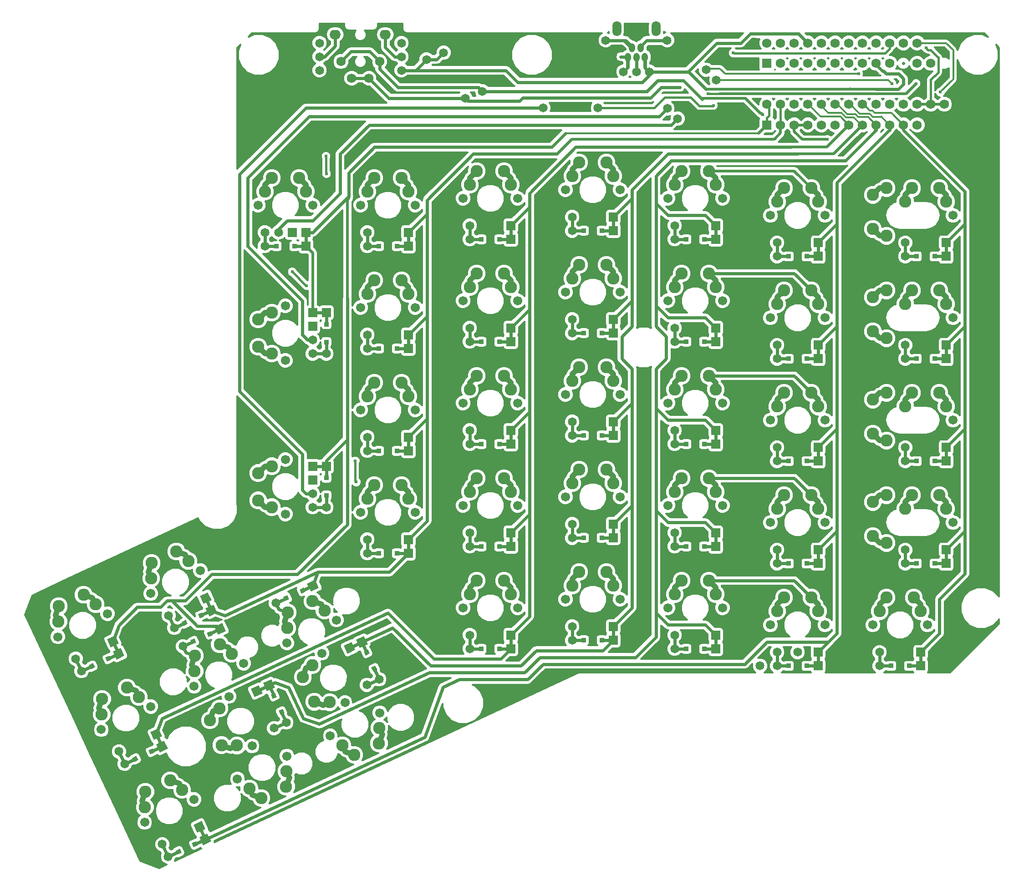
<source format=gtl>
G04 #@! TF.FileFunction,Copper,L1,Top,Signal*
%FSLAX46Y46*%
G04 Gerber Fmt 4.6, Leading zero omitted, Abs format (unit mm)*
G04 Created by KiCad (PCBNEW 4.0.1-stable) date 6/16/2016 12:23:30 PM*
%MOMM*%
G01*
G04 APERTURE LIST*
%ADD10C,0.150000*%
%ADD11C,0.609600*%
%ADD12O,1.143000X1.651000*%
%ADD13O,1.701800X2.794000*%
%ADD14C,1.651000*%
%ADD15R,1.651000X1.651000*%
%ADD16C,2.286000*%
%ADD17C,1.701800*%
%ADD18R,1.752600X1.752600*%
%ADD19C,1.752600*%
%ADD20O,2.057400X1.752600*%
%ADD21R,0.838200X0.838200*%
%ADD22C,2.283460*%
%ADD23C,2.280920*%
%ADD24C,0.609600*%
%ADD25C,0.304800*%
%ADD26C,0.508000*%
%ADD27C,0.406400*%
%ADD28C,1.016000*%
%ADD29C,0.812800*%
G04 APERTURE END LIST*
D10*
D11*
X135229600Y-40259000D02*
X135991600Y-39497000D01*
X135991600Y-39497000D02*
X135991600Y-37973000D01*
X140055600Y-40259000D02*
X139293600Y-39624000D01*
X139293600Y-39624000D02*
X139293600Y-37973000D01*
X137642600Y-37973000D02*
X137642600Y-40259000D01*
X136753600Y-35433000D02*
X135610600Y-34417000D01*
X135610600Y-34417000D02*
X131927600Y-34417000D01*
X138531600Y-35433000D02*
X139547600Y-34417000D01*
X139547600Y-34417000D02*
X143357600Y-34417000D01*
X53341367Y-147187736D02*
X55286576Y-146280670D01*
X58302224Y-144874450D02*
X60247433Y-143967384D01*
X70605747Y-139135936D02*
X72550956Y-138228870D01*
X75566604Y-136822650D02*
X77511813Y-135915584D01*
X68580000Y-72720200D02*
X70726300Y-72720200D01*
X74053700Y-72720200D02*
X76200000Y-72720200D01*
X80010000Y-92720160D02*
X80010000Y-90573860D01*
X80010000Y-87246460D02*
X80010000Y-85100160D01*
X80010000Y-121295160D02*
X80010000Y-119148860D01*
X80010000Y-115821460D02*
X80010000Y-113675160D01*
X182880000Y-150822660D02*
X185026300Y-150822660D01*
X188353700Y-150822660D02*
X190500000Y-150822660D01*
X87630000Y-91767660D02*
X89776300Y-91767660D01*
X93103700Y-91767660D02*
X95250000Y-91767660D01*
X42515518Y-169049321D02*
X44460727Y-168142255D01*
X47476375Y-166736035D02*
X49421584Y-165828970D01*
X50567318Y-186316241D02*
X52512527Y-185409175D01*
X55528175Y-184002955D02*
X57473384Y-183095890D01*
X34466258Y-151784941D02*
X36411467Y-150877875D01*
X39427115Y-149471655D02*
X41372324Y-148564590D01*
X51730638Y-143735681D02*
X53675847Y-142828615D01*
X56691495Y-141422395D02*
X58636704Y-140515330D01*
X163830000Y-74625200D02*
X165976300Y-74625200D01*
X169303700Y-74625200D02*
X171450000Y-74625200D01*
X144780000Y-71447660D02*
X146926300Y-71447660D01*
X150253700Y-71447660D02*
X152400000Y-71447660D01*
X125730000Y-69850000D02*
X127876300Y-69850000D01*
X131203700Y-69850000D02*
X133350000Y-69850000D01*
X106680000Y-71447660D02*
X108826300Y-71447660D01*
X112153700Y-71447660D02*
X114300000Y-71447660D01*
X144780000Y-147647660D02*
X146926300Y-147647660D01*
X150253700Y-147647660D02*
X152400000Y-147647660D01*
X163830000Y-93672660D02*
X165976300Y-93672660D01*
X169303700Y-93672660D02*
X171450000Y-93672660D01*
X125730000Y-88900000D02*
X127876300Y-88900000D01*
X131203700Y-88900000D02*
X133350000Y-88900000D01*
X106680000Y-90497660D02*
X108826300Y-90497660D01*
X112153700Y-90497660D02*
X114300000Y-90497660D01*
X163830000Y-112722660D02*
X165976300Y-112722660D01*
X169303700Y-112722660D02*
X171450000Y-112722660D01*
X144780000Y-109547660D02*
X146926300Y-109547660D01*
X150253700Y-109547660D02*
X152400000Y-109547660D01*
X125730000Y-107950000D02*
X127876300Y-107950000D01*
X131203700Y-107950000D02*
X133350000Y-107950000D01*
X106680000Y-109547660D02*
X108826300Y-109547660D01*
X112153700Y-109547660D02*
X114300000Y-109547660D01*
X87630000Y-110817660D02*
X89776300Y-110817660D01*
X93103700Y-110817660D02*
X95250000Y-110817660D01*
X163830000Y-131772660D02*
X165976300Y-131772660D01*
X169303700Y-131772660D02*
X171450000Y-131772660D01*
X144780000Y-128597660D02*
X146926300Y-128597660D01*
X150253700Y-128597660D02*
X152400000Y-128597660D01*
X125730000Y-127000000D02*
X127876300Y-127000000D01*
X131203700Y-127000000D02*
X133350000Y-127000000D01*
X106680000Y-128597660D02*
X108826300Y-128597660D01*
X112153700Y-128597660D02*
X114300000Y-128597660D01*
X87630000Y-129867660D02*
X89776300Y-129867660D01*
X93103700Y-129867660D02*
X95250000Y-129867660D01*
X163830000Y-150822660D02*
X165976300Y-150822660D01*
X169303700Y-150822660D02*
X171450000Y-150822660D01*
X125730000Y-146050000D02*
X127876300Y-146050000D01*
X131203700Y-146050000D02*
X133350000Y-146050000D01*
X106680000Y-147647660D02*
X108826300Y-147647660D01*
X112153700Y-147647660D02*
X114300000Y-147647660D01*
X89819101Y-153298162D02*
X88912035Y-151352953D01*
X87505815Y-148337305D02*
X86598750Y-146392096D01*
X72554721Y-161349962D02*
X71647655Y-159404753D01*
X70241435Y-156389105D02*
X69334370Y-154443896D01*
X144780000Y-90497660D02*
X146926300Y-90497660D01*
X150253700Y-90497660D02*
X152400000Y-90497660D01*
X87630000Y-72720200D02*
X89776300Y-72720200D01*
X93103700Y-72720200D02*
X95250000Y-72720200D01*
X187642500Y-74625200D02*
X189788800Y-74625200D01*
X193116200Y-74625200D02*
X195262500Y-74625200D01*
X187642500Y-93672660D02*
X189788800Y-93672660D01*
X193116200Y-93672660D02*
X195262500Y-93672660D01*
X187642500Y-112722660D02*
X189788800Y-112722660D01*
X193116200Y-112722660D02*
X195262500Y-112722660D01*
X187642500Y-131772660D02*
X189788800Y-131772660D01*
X193116200Y-131772660D02*
X195262500Y-131772660D01*
D12*
X139242800Y-37553900D03*
X138442700Y-35806380D03*
X137642600Y-37553900D03*
X136842500Y-35806380D03*
X136042400Y-37553900D03*
D13*
X133995160Y-32230060D03*
X141290040Y-32230060D03*
D14*
X140055600Y-40259000D03*
X143357600Y-34417000D03*
X137642600Y-40259000D03*
X131927600Y-34417000D03*
X135229600Y-40259000D03*
X53341367Y-147187736D03*
D10*
G36*
X55083862Y-146837623D02*
X54729623Y-146077956D01*
X55489290Y-145723717D01*
X55843529Y-146483384D01*
X55083862Y-146837623D01*
X55083862Y-146837623D01*
G37*
G36*
X59848147Y-145064412D02*
X59150405Y-143568098D01*
X60646719Y-142870356D01*
X61344461Y-144366670D01*
X59848147Y-145064412D01*
X59848147Y-145064412D01*
G37*
G36*
X58099510Y-145431403D02*
X57745271Y-144671736D01*
X58504938Y-144317497D01*
X58859177Y-145077164D01*
X58099510Y-145431403D01*
X58099510Y-145431403D01*
G37*
D14*
X70605747Y-139135936D03*
D10*
G36*
X72348242Y-138785823D02*
X71994003Y-138026156D01*
X72753670Y-137671917D01*
X73107909Y-138431584D01*
X72348242Y-138785823D01*
X72348242Y-138785823D01*
G37*
G36*
X77112527Y-137012612D02*
X76414785Y-135516298D01*
X77911099Y-134818556D01*
X78608841Y-136314870D01*
X77112527Y-137012612D01*
X77112527Y-137012612D01*
G37*
G36*
X75363890Y-137379603D02*
X75009651Y-136619936D01*
X75769318Y-136265697D01*
X76123557Y-137025364D01*
X75363890Y-137379603D01*
X75363890Y-137379603D01*
G37*
D14*
X77470000Y-118755160D03*
D15*
X77470000Y-116215160D03*
D14*
X77470000Y-90180160D03*
D15*
X77470000Y-87640160D03*
D14*
X71120000Y-70180200D03*
D15*
X73660000Y-70180200D03*
D16*
X77434621Y-138754526D03*
X72753017Y-143740174D03*
D17*
X72675456Y-146578921D03*
X81883544Y-142285119D03*
D16*
X79659082Y-140519823D03*
X72830577Y-140901427D03*
X60170241Y-146806326D03*
X55488637Y-151791974D03*
D17*
X55411076Y-154630721D03*
X64619164Y-150336919D03*
D16*
X62394702Y-148571623D03*
X55566197Y-148953227D03*
X85176179Y-167376434D03*
X89857783Y-162390786D03*
D17*
X89935344Y-159552039D03*
X80727256Y-163845841D03*
D16*
X82951718Y-165611137D03*
X89780223Y-165229533D03*
X67909259Y-175425694D03*
X72590863Y-170440046D03*
D17*
X72668424Y-167601299D03*
X63460336Y-171895101D03*
D16*
X65684798Y-173660397D03*
X72513303Y-173278793D03*
D14*
X152499602Y-41810398D03*
X145315398Y-48994602D03*
X150594602Y-39905398D03*
X143410398Y-47089602D03*
X130492500Y-46990000D03*
X120332500Y-46990000D03*
X101817898Y-36730398D03*
X109002102Y-43914602D03*
X98642898Y-38000398D03*
X105827102Y-45184602D03*
X78740000Y-40005000D03*
X78740000Y-37465000D03*
X78740000Y-34925000D03*
X93980000Y-40005000D03*
X93980000Y-37465000D03*
X93980000Y-34925000D03*
D18*
X161925000Y-50165000D03*
D19*
X164465000Y-50165000D03*
X167005000Y-50165000D03*
X169545000Y-50165000D03*
X172085000Y-50165000D03*
X174625000Y-50165000D03*
X177165000Y-50165000D03*
X179705000Y-50165000D03*
X182245000Y-50165000D03*
X184785000Y-50165000D03*
X187325000Y-50165000D03*
X189865000Y-50165000D03*
X189865000Y-34925000D03*
X187325000Y-34925000D03*
X184785000Y-34925000D03*
X182245000Y-34925000D03*
X179705000Y-34925000D03*
X177165000Y-34925000D03*
X174625000Y-34925000D03*
X167005000Y-34925000D03*
X164465000Y-34925000D03*
X161925000Y-34925000D03*
X172085000Y-34925000D03*
X169545000Y-34925000D03*
D20*
X90957400Y-33375600D03*
D19*
X82702400Y-38379400D03*
X87909400Y-41478200D03*
D20*
X81661000Y-33375600D03*
D19*
X84709000Y-41478200D03*
X89916000Y-38379400D03*
D16*
X74930000Y-60020200D03*
X68580000Y-62560200D03*
D17*
X67310000Y-65100200D03*
X77470000Y-65100200D03*
D16*
X76200000Y-62560200D03*
X69850000Y-60020200D03*
D14*
X68580000Y-70180200D03*
D15*
X76200000Y-70180200D03*
D14*
X68580000Y-72720200D03*
D15*
X76200000Y-72720200D03*
D21*
X70726300Y-72720200D03*
X74053700Y-72720200D03*
D16*
X67310000Y-86370160D03*
X69850000Y-92720160D03*
D17*
X72390000Y-93990160D03*
X72390000Y-83830160D03*
D16*
X69850000Y-85100160D03*
X67310000Y-91450160D03*
D14*
X77470000Y-92720160D03*
D15*
X77470000Y-85100160D03*
D14*
X80010000Y-92720160D03*
D15*
X80010000Y-85100160D03*
D21*
X80010000Y-90573860D03*
X80010000Y-87246460D03*
D16*
X67310000Y-114945160D03*
X69850000Y-121295160D03*
D17*
X72390000Y-122565160D03*
X72390000Y-112405160D03*
D16*
X69850000Y-113675160D03*
X67310000Y-120025160D03*
D14*
X77470000Y-121295160D03*
D15*
X77470000Y-113675160D03*
D14*
X80010000Y-121295160D03*
D15*
X80010000Y-113675160D03*
D21*
X80010000Y-119148860D03*
X80010000Y-115821460D03*
D16*
X189230000Y-138122660D03*
X182880000Y-140662660D03*
D17*
X181610000Y-143202660D03*
X191770000Y-143202660D03*
D16*
X190500000Y-140662660D03*
X184150000Y-138122660D03*
D14*
X182880000Y-148282660D03*
D15*
X190500000Y-148282660D03*
D14*
X182880000Y-150822660D03*
D15*
X190500000Y-150822660D03*
D21*
X185026300Y-150822660D03*
X188353700Y-150822660D03*
D16*
X93980000Y-79067660D03*
X87630000Y-81607660D03*
D17*
X86360000Y-84147660D03*
X96520000Y-84147660D03*
D16*
X95250000Y-81607660D03*
X88900000Y-79067660D03*
D14*
X87630000Y-89227660D03*
D15*
X95250000Y-89227660D03*
D14*
X87630000Y-91767660D03*
D15*
X95250000Y-91767660D03*
D21*
X89776300Y-91767660D03*
X93103700Y-91767660D03*
D16*
X42903321Y-154855586D03*
X38221717Y-159841234D03*
D17*
X38144156Y-162679981D03*
X47352244Y-158386179D03*
D16*
X45127782Y-156620883D03*
X38299277Y-157002487D03*
D14*
X41442068Y-166747299D03*
D10*
G36*
X47948847Y-164623976D02*
X47251105Y-163127662D01*
X48747419Y-162429920D01*
X49445161Y-163926234D01*
X47948847Y-164623976D01*
X47948847Y-164623976D01*
G37*
D14*
X42515518Y-169049321D03*
D10*
G36*
X49022298Y-166925998D02*
X48324556Y-165429684D01*
X49820870Y-164731942D01*
X50518612Y-166228256D01*
X49022298Y-166925998D01*
X49022298Y-166925998D01*
G37*
G36*
X44258013Y-168699208D02*
X43903774Y-167939541D01*
X44663441Y-167585302D01*
X45017680Y-168344969D01*
X44258013Y-168699208D01*
X44258013Y-168699208D01*
G37*
G36*
X47273661Y-167292988D02*
X46919422Y-166533321D01*
X47679089Y-166179082D01*
X48033328Y-166938749D01*
X47273661Y-167292988D01*
X47273661Y-167292988D01*
G37*
D16*
X50955121Y-172122506D03*
X46273517Y-177108154D03*
D17*
X46195956Y-179946901D03*
X55404044Y-175653099D03*
D16*
X53179582Y-173887803D03*
X46351077Y-174269407D03*
D14*
X49493868Y-184014219D03*
D10*
G36*
X56000647Y-181890896D02*
X55302905Y-180394582D01*
X56799219Y-179696840D01*
X57496961Y-181193154D01*
X56000647Y-181890896D01*
X56000647Y-181890896D01*
G37*
D14*
X50567318Y-186316241D03*
D10*
G36*
X57074098Y-184192918D02*
X56376356Y-182696604D01*
X57872670Y-181998862D01*
X58570412Y-183495176D01*
X57074098Y-184192918D01*
X57074098Y-184192918D01*
G37*
G36*
X52309813Y-185966128D02*
X51955574Y-185206461D01*
X52715241Y-184852222D01*
X53069480Y-185611889D01*
X52309813Y-185966128D01*
X52309813Y-185966128D01*
G37*
G36*
X55325461Y-184559908D02*
X54971222Y-183800241D01*
X55730889Y-183446002D01*
X56085128Y-184205669D01*
X55325461Y-184559908D01*
X55325461Y-184559908D01*
G37*
D16*
X34854061Y-137591206D03*
X30172457Y-142576854D03*
D17*
X30094896Y-145415601D03*
X39302984Y-141121799D03*
D16*
X37078522Y-139356503D03*
X30250017Y-139738107D03*
D14*
X33392808Y-149482919D03*
D10*
G36*
X39899587Y-147359596D02*
X39201845Y-145863282D01*
X40698159Y-145165540D01*
X41395901Y-146661854D01*
X39899587Y-147359596D01*
X39899587Y-147359596D01*
G37*
D14*
X34466258Y-151784941D03*
D10*
G36*
X40973038Y-149661618D02*
X40275296Y-148165304D01*
X41771610Y-147467562D01*
X42469352Y-148963876D01*
X40973038Y-149661618D01*
X40973038Y-149661618D01*
G37*
G36*
X36208753Y-151434828D02*
X35854514Y-150675161D01*
X36614181Y-150320922D01*
X36968420Y-151080589D01*
X36208753Y-151434828D01*
X36208753Y-151434828D01*
G37*
G36*
X39224401Y-150028608D02*
X38870162Y-149268941D01*
X39629829Y-148914702D01*
X39984068Y-149674369D01*
X39224401Y-150028608D01*
X39224401Y-150028608D01*
G37*
D16*
X52118441Y-129541946D03*
X47436837Y-134527594D03*
D17*
X47359276Y-137366341D03*
X56567364Y-133072539D03*
D16*
X54342902Y-131307243D03*
X47514397Y-131688847D03*
D14*
X50657188Y-141433659D03*
D10*
G36*
X57163967Y-139310336D02*
X56466225Y-137814022D01*
X57962539Y-137116280D01*
X58660281Y-138612594D01*
X57163967Y-139310336D01*
X57163967Y-139310336D01*
G37*
D14*
X51730638Y-143735681D03*
D10*
G36*
X58237418Y-141612358D02*
X57539676Y-140116044D01*
X59035990Y-139418302D01*
X59733732Y-140914616D01*
X58237418Y-141612358D01*
X58237418Y-141612358D01*
G37*
G36*
X53473133Y-143385568D02*
X53118894Y-142625901D01*
X53878561Y-142271662D01*
X54232800Y-143031329D01*
X53473133Y-143385568D01*
X53473133Y-143385568D01*
G37*
G36*
X56488781Y-141979348D02*
X56134542Y-141219681D01*
X56894209Y-140865442D01*
X57248448Y-141625109D01*
X56488781Y-141979348D01*
X56488781Y-141979348D01*
G37*
D16*
X170180000Y-61925200D03*
X163830000Y-64465200D03*
D17*
X162560000Y-67005200D03*
X172720000Y-67005200D03*
D16*
X171450000Y-64465200D03*
X165100000Y-61925200D03*
D14*
X163830000Y-72085200D03*
D15*
X171450000Y-72085200D03*
D14*
X163830000Y-74625200D03*
D15*
X171450000Y-74625200D03*
D21*
X165976300Y-74625200D03*
X169303700Y-74625200D03*
D16*
X151130000Y-58747660D03*
X144780000Y-61287660D03*
D17*
X143510000Y-63827660D03*
X153670000Y-63827660D03*
D16*
X152400000Y-61287660D03*
X146050000Y-58747660D03*
D14*
X144780000Y-68907660D03*
D15*
X152400000Y-68907660D03*
D14*
X144780000Y-71447660D03*
D15*
X152400000Y-71447660D03*
D21*
X146926300Y-71447660D03*
X150253700Y-71447660D03*
D16*
X132080000Y-57150000D03*
X125730000Y-59690000D03*
D17*
X124460000Y-62230000D03*
X134620000Y-62230000D03*
D16*
X133350000Y-59690000D03*
X127000000Y-57150000D03*
D14*
X125730000Y-67310000D03*
D15*
X133350000Y-67310000D03*
D14*
X125730000Y-69850000D03*
D15*
X133350000Y-69850000D03*
D21*
X127876300Y-69850000D03*
X131203700Y-69850000D03*
D16*
X113030000Y-58747660D03*
X106680000Y-61287660D03*
D17*
X105410000Y-63827660D03*
X115570000Y-63827660D03*
D16*
X114300000Y-61287660D03*
X107950000Y-58747660D03*
D14*
X106680000Y-68907660D03*
D15*
X114300000Y-68907660D03*
D14*
X106680000Y-71447660D03*
D15*
X114300000Y-71447660D03*
D21*
X108826300Y-71447660D03*
X112153700Y-71447660D03*
D16*
X151130000Y-134947660D03*
X144780000Y-137487660D03*
D17*
X143510000Y-140027660D03*
X153670000Y-140027660D03*
D16*
X152400000Y-137487660D03*
X146050000Y-134947660D03*
D14*
X144780000Y-145107660D03*
D15*
X152400000Y-145107660D03*
D14*
X144780000Y-147647660D03*
D15*
X152400000Y-147647660D03*
D21*
X146926300Y-147647660D03*
X150253700Y-147647660D03*
D16*
X170180000Y-80972660D03*
X163830000Y-83512660D03*
D17*
X162560000Y-86052660D03*
X172720000Y-86052660D03*
D16*
X171450000Y-83512660D03*
X165100000Y-80972660D03*
D14*
X163830000Y-91132660D03*
D15*
X171450000Y-91132660D03*
D14*
X163830000Y-93672660D03*
D15*
X171450000Y-93672660D03*
D21*
X165976300Y-93672660D03*
X169303700Y-93672660D03*
D16*
X132080000Y-76200000D03*
X125730000Y-78740000D03*
D17*
X124460000Y-81280000D03*
X134620000Y-81280000D03*
D16*
X133350000Y-78740000D03*
X127000000Y-76200000D03*
D14*
X125730000Y-86360000D03*
D15*
X133350000Y-86360000D03*
D14*
X125730000Y-88900000D03*
D15*
X133350000Y-88900000D03*
D21*
X127876300Y-88900000D03*
X131203700Y-88900000D03*
D16*
X113030000Y-77797660D03*
X106680000Y-80337660D03*
D17*
X105410000Y-82877660D03*
X115570000Y-82877660D03*
D16*
X114300000Y-80337660D03*
X107950000Y-77797660D03*
D14*
X106680000Y-87957660D03*
D15*
X114300000Y-87957660D03*
D14*
X106680000Y-90497660D03*
D15*
X114300000Y-90497660D03*
D21*
X108826300Y-90497660D03*
X112153700Y-90497660D03*
D16*
X170180000Y-100022660D03*
X163830000Y-102562660D03*
D17*
X162560000Y-105102660D03*
X172720000Y-105102660D03*
D16*
X171450000Y-102562660D03*
X165100000Y-100022660D03*
D14*
X163830000Y-110182660D03*
D15*
X171450000Y-110182660D03*
D14*
X163830000Y-112722660D03*
D15*
X171450000Y-112722660D03*
D21*
X165976300Y-112722660D03*
X169303700Y-112722660D03*
D16*
X151130000Y-96847660D03*
X144780000Y-99387660D03*
D17*
X143510000Y-101927660D03*
X153670000Y-101927660D03*
D16*
X152400000Y-99387660D03*
X146050000Y-96847660D03*
D14*
X144780000Y-107007660D03*
D15*
X152400000Y-107007660D03*
D14*
X144780000Y-109547660D03*
D15*
X152400000Y-109547660D03*
D21*
X146926300Y-109547660D03*
X150253700Y-109547660D03*
D16*
X132080000Y-95250000D03*
X125730000Y-97790000D03*
D17*
X124460000Y-100330000D03*
X134620000Y-100330000D03*
D16*
X133350000Y-97790000D03*
X127000000Y-95250000D03*
D14*
X125730000Y-105410000D03*
D15*
X133350000Y-105410000D03*
D14*
X125730000Y-107950000D03*
D15*
X133350000Y-107950000D03*
D21*
X127876300Y-107950000D03*
X131203700Y-107950000D03*
D16*
X113030000Y-96847660D03*
X106680000Y-99387660D03*
D17*
X105410000Y-101927660D03*
X115570000Y-101927660D03*
D16*
X114300000Y-99387660D03*
X107950000Y-96847660D03*
D14*
X106680000Y-107007660D03*
D15*
X114300000Y-107007660D03*
D14*
X106680000Y-109547660D03*
D15*
X114300000Y-109547660D03*
D21*
X108826300Y-109547660D03*
X112153700Y-109547660D03*
D16*
X93980000Y-98117660D03*
X87630000Y-100657660D03*
D17*
X86360000Y-103197660D03*
X96520000Y-103197660D03*
D16*
X95250000Y-100657660D03*
X88900000Y-98117660D03*
D14*
X87630000Y-108277660D03*
D15*
X95250000Y-108277660D03*
D14*
X87630000Y-110817660D03*
D15*
X95250000Y-110817660D03*
D21*
X89776300Y-110817660D03*
X93103700Y-110817660D03*
D16*
X170180000Y-119072660D03*
X163830000Y-121612660D03*
D17*
X162560000Y-124152660D03*
X172720000Y-124152660D03*
D16*
X171450000Y-121612660D03*
X165100000Y-119072660D03*
D14*
X163830000Y-129232660D03*
D15*
X171450000Y-129232660D03*
D14*
X163830000Y-131772660D03*
D15*
X171450000Y-131772660D03*
D21*
X165976300Y-131772660D03*
X169303700Y-131772660D03*
D16*
X151130000Y-115897660D03*
X144780000Y-118437660D03*
D17*
X143510000Y-120977660D03*
X153670000Y-120977660D03*
D16*
X152400000Y-118437660D03*
X146050000Y-115897660D03*
D14*
X144780000Y-126057660D03*
D15*
X152400000Y-126057660D03*
D14*
X144780000Y-128597660D03*
D15*
X152400000Y-128597660D03*
D21*
X146926300Y-128597660D03*
X150253700Y-128597660D03*
D16*
X132080000Y-114300000D03*
X125730000Y-116840000D03*
D17*
X124460000Y-119380000D03*
X134620000Y-119380000D03*
D16*
X133350000Y-116840000D03*
X127000000Y-114300000D03*
D14*
X125730000Y-124460000D03*
D15*
X133350000Y-124460000D03*
D14*
X125730000Y-127000000D03*
D15*
X133350000Y-127000000D03*
D21*
X127876300Y-127000000D03*
X131203700Y-127000000D03*
D16*
X113030000Y-115897660D03*
X106680000Y-118437660D03*
D17*
X105410000Y-120977660D03*
X115570000Y-120977660D03*
D16*
X114300000Y-118437660D03*
X107950000Y-115897660D03*
D14*
X106680000Y-126057660D03*
D15*
X114300000Y-126057660D03*
D14*
X106680000Y-128597660D03*
D15*
X114300000Y-128597660D03*
D21*
X108826300Y-128597660D03*
X112153700Y-128597660D03*
D16*
X93980000Y-117167660D03*
X87630000Y-119707660D03*
D17*
X86360000Y-122247660D03*
X96520000Y-122247660D03*
D16*
X95250000Y-119707660D03*
X88900000Y-117167660D03*
D14*
X87630000Y-127327660D03*
D15*
X95250000Y-127327660D03*
D14*
X87630000Y-129867660D03*
D15*
X95250000Y-129867660D03*
D21*
X89776300Y-129867660D03*
X93103700Y-129867660D03*
D16*
X170180000Y-138122660D03*
X163830000Y-140662660D03*
D17*
X162560000Y-143202660D03*
X172720000Y-143202660D03*
D16*
X171450000Y-140662660D03*
X165100000Y-138122660D03*
D14*
X163830000Y-148282660D03*
D15*
X171450000Y-148282660D03*
D14*
X163830000Y-150822660D03*
D15*
X171450000Y-150822660D03*
D21*
X165976300Y-150822660D03*
X169303700Y-150822660D03*
D16*
X132080000Y-133350000D03*
X125730000Y-135890000D03*
D17*
X124460000Y-138430000D03*
X134620000Y-138430000D03*
D16*
X133350000Y-135890000D03*
X127000000Y-133350000D03*
D14*
X125730000Y-143510000D03*
D15*
X133350000Y-143510000D03*
D14*
X125730000Y-146050000D03*
D15*
X133350000Y-146050000D03*
D21*
X127876300Y-146050000D03*
X131203700Y-146050000D03*
D16*
X113030000Y-134947660D03*
X106680000Y-137487660D03*
D17*
X105410000Y-140027660D03*
X115570000Y-140027660D03*
D16*
X114300000Y-137487660D03*
X107950000Y-134947660D03*
D14*
X106680000Y-145107660D03*
D15*
X114300000Y-145107660D03*
D14*
X106680000Y-147647660D03*
D15*
X114300000Y-147647660D03*
D21*
X108826300Y-147647660D03*
X112153700Y-147647660D03*
D16*
X75625366Y-152910359D03*
X80611014Y-157591963D03*
D17*
X83449761Y-157669524D03*
X79155959Y-148461436D03*
D16*
X77390663Y-150685898D03*
X77772267Y-157514403D03*
D14*
X87517079Y-154371612D03*
D10*
G36*
X85393756Y-147864833D02*
X83897442Y-148562575D01*
X83199700Y-147066261D01*
X84696014Y-146368519D01*
X85393756Y-147864833D01*
X85393756Y-147864833D01*
G37*
D14*
X89819101Y-153298162D03*
D10*
G36*
X87695778Y-146791382D02*
X86199464Y-147489124D01*
X85501722Y-145992810D01*
X86998036Y-145295068D01*
X87695778Y-146791382D01*
X87695778Y-146791382D01*
G37*
G36*
X89468988Y-151555667D02*
X88709321Y-151909906D01*
X88355082Y-151150239D01*
X89114749Y-150796000D01*
X89468988Y-151555667D01*
X89468988Y-151555667D01*
G37*
G36*
X88062768Y-148540019D02*
X87303101Y-148894258D01*
X86948862Y-148134591D01*
X87708529Y-147780352D01*
X88062768Y-148540019D01*
X88062768Y-148540019D01*
G37*
D16*
X58360986Y-160962159D03*
X63346634Y-165643763D03*
D17*
X66185381Y-165721324D03*
X61891579Y-156513236D03*
D16*
X60126283Y-158737698D03*
X60507887Y-165566203D03*
D14*
X70252699Y-162423412D03*
D10*
G36*
X68129376Y-155916633D02*
X66633062Y-156614375D01*
X65935320Y-155118061D01*
X67431634Y-154420319D01*
X68129376Y-155916633D01*
X68129376Y-155916633D01*
G37*
D14*
X72554721Y-161349962D03*
D10*
G36*
X70431398Y-154843182D02*
X68935084Y-155540924D01*
X68237342Y-154044610D01*
X69733656Y-153346868D01*
X70431398Y-154843182D01*
X70431398Y-154843182D01*
G37*
G36*
X72204608Y-159607467D02*
X71444941Y-159961706D01*
X71090702Y-159202039D01*
X71850369Y-158847800D01*
X72204608Y-159607467D01*
X72204608Y-159607467D01*
G37*
G36*
X70798388Y-156591819D02*
X70038721Y-156946058D01*
X69684482Y-156186391D01*
X70444149Y-155832152D01*
X70798388Y-156591819D01*
X70798388Y-156591819D01*
G37*
D16*
X151130000Y-77797660D03*
X144780000Y-80337660D03*
D17*
X143510000Y-82877660D03*
X153670000Y-82877660D03*
D16*
X152400000Y-80337660D03*
X146050000Y-77797660D03*
D14*
X144780000Y-87957660D03*
D15*
X152400000Y-87957660D03*
D14*
X144780000Y-90497660D03*
D15*
X152400000Y-90497660D03*
D21*
X146926300Y-90497660D03*
X150253700Y-90497660D03*
D16*
X93980000Y-60020200D03*
X87630000Y-62560200D03*
D17*
X86360000Y-65100200D03*
X96520000Y-65100200D03*
D16*
X95250000Y-62560200D03*
X88900000Y-60020200D03*
D14*
X87630000Y-70180200D03*
D15*
X95250000Y-70180200D03*
D14*
X87630000Y-72720200D03*
D15*
X95250000Y-72720200D03*
D21*
X89776300Y-72720200D03*
X93103700Y-72720200D03*
D16*
X193992500Y-61925200D03*
X187642500Y-64465200D03*
D17*
X196532500Y-67005200D03*
D22*
X195262500Y-64465200D03*
D16*
X188912500Y-61925200D03*
D14*
X187642500Y-72085200D03*
D15*
X195262500Y-72085200D03*
D14*
X187642500Y-74625200D03*
D15*
X195262500Y-74625200D03*
D21*
X189788800Y-74625200D03*
X193116200Y-74625200D03*
D23*
X181610000Y-63195200D03*
X184150000Y-61925200D03*
X184150000Y-70815200D03*
X181610000Y-69545200D03*
D16*
X193992500Y-80972660D03*
X187642500Y-83512660D03*
D17*
X196532500Y-86052660D03*
D22*
X195262500Y-83512660D03*
D16*
X188912500Y-80972660D03*
D14*
X187642500Y-91132660D03*
D15*
X195262500Y-91132660D03*
D14*
X187642500Y-93672660D03*
D15*
X195262500Y-93672660D03*
D21*
X189788800Y-93672660D03*
X193116200Y-93672660D03*
D23*
X181610000Y-82242660D03*
X184150000Y-80972660D03*
X184150000Y-89862660D03*
X181610000Y-88592660D03*
D16*
X193992500Y-100022660D03*
X187642500Y-102562660D03*
D17*
X196532500Y-105102660D03*
D22*
X195262500Y-102562660D03*
D16*
X188912500Y-100022660D03*
D14*
X187642500Y-110182660D03*
D15*
X195262500Y-110182660D03*
D14*
X187642500Y-112722660D03*
D15*
X195262500Y-112722660D03*
D21*
X189788800Y-112722660D03*
X193116200Y-112722660D03*
D23*
X181610000Y-101292660D03*
X184150000Y-100022660D03*
X184150000Y-108912660D03*
X181610000Y-107642660D03*
D16*
X193992500Y-119072660D03*
X187642500Y-121612660D03*
D17*
X196532500Y-124152660D03*
D22*
X195262500Y-121612660D03*
D16*
X188912500Y-119072660D03*
D14*
X187642500Y-129232660D03*
D15*
X195262500Y-129232660D03*
D14*
X187642500Y-131772660D03*
D15*
X195262500Y-131772660D03*
D21*
X189788800Y-131772660D03*
X193116200Y-131772660D03*
D23*
X181610000Y-120342660D03*
X184150000Y-119072660D03*
X184150000Y-127962660D03*
X181610000Y-126692660D03*
D19*
X164450000Y-38710000D03*
X166990000Y-38710000D03*
X169530000Y-38710000D03*
X172070000Y-38710000D03*
X174610000Y-38710000D03*
X177150000Y-38710000D03*
X179690000Y-38710000D03*
X182230000Y-38710000D03*
X184770000Y-38710000D03*
X189850000Y-38710000D03*
X192390000Y-38710000D03*
D18*
X161910000Y-38710000D03*
D19*
X194930000Y-46330000D03*
X192390000Y-46330000D03*
X189850000Y-46330000D03*
X187310000Y-46330000D03*
X184770000Y-46330000D03*
X182230000Y-46330000D03*
X179690000Y-46330000D03*
X177150000Y-46330000D03*
X174610000Y-46330000D03*
X172070000Y-46330000D03*
X169530000Y-46330000D03*
X166990000Y-46330000D03*
X164450000Y-46330000D03*
X161910000Y-46330000D03*
D14*
X167640000Y-148272500D03*
X160655000Y-150812500D03*
D24*
X185165000Y-42465000D03*
X194165000Y-44065000D03*
X178965000Y-40665000D03*
X155665000Y-36765000D03*
X151965000Y-46565000D03*
X189665000Y-42465000D03*
X145732500Y-43180000D03*
X150965000Y-44365000D03*
X161165000Y-48265000D03*
X85365000Y-112695000D03*
X85565000Y-116595000D03*
X80025000Y-59235000D03*
X79935000Y-55995000D03*
X73665000Y-77485000D03*
X76335000Y-80055000D03*
X191485000Y-35805000D03*
X173165000Y-52865000D03*
X184585000Y-43497500D03*
D11*
X187325000Y-38725000D02*
X187310000Y-38710000D01*
D25*
X181975000Y-47905000D02*
X185065000Y-47905000D01*
X181545796Y-47475796D02*
X181975000Y-47905000D01*
X179919204Y-46330000D02*
X181065000Y-47475796D01*
X181065000Y-47475796D02*
X181545796Y-47475796D01*
X185065000Y-47905000D02*
X187325000Y-50165000D01*
X179690000Y-46330000D02*
X179919204Y-46330000D01*
X187325000Y-50165000D02*
X187325000Y-49695000D01*
D26*
X187325000Y-50165000D02*
X187325000Y-51117500D01*
D11*
X198755000Y-62547500D02*
X198755000Y-68592700D01*
D26*
X187325000Y-51117500D02*
X198755000Y-62547500D01*
D11*
X195262500Y-129232660D02*
X198755000Y-125740160D01*
X195262500Y-91132660D02*
X198755000Y-87640160D01*
X190500000Y-148282660D02*
X190500000Y-150822660D01*
X198755000Y-133664960D02*
X198755000Y-125740160D01*
X195262500Y-110182660D02*
X195262500Y-112722660D01*
X193992500Y-144790160D02*
X193992500Y-138427460D01*
X198755000Y-125740160D02*
X198755000Y-106690160D01*
X198755000Y-87640160D02*
X198755000Y-68592700D01*
X193992500Y-138427460D02*
X198755000Y-133664960D01*
X195262500Y-72085200D02*
X198755000Y-68592700D01*
X195262500Y-91132660D02*
X195262500Y-93672660D01*
X195262500Y-110182660D02*
X198755000Y-106690160D01*
X190500000Y-148282660D02*
X193992500Y-144790160D01*
X195262500Y-129232660D02*
X195262500Y-131772660D01*
X198755000Y-106690160D02*
X198755000Y-87640160D01*
X195262500Y-72085200D02*
X195262500Y-74625200D01*
D26*
X179690000Y-46330000D02*
X179830000Y-46330000D01*
D25*
X183265000Y-48645000D02*
X181615000Y-48645000D01*
X181055398Y-48085398D02*
X181615000Y-48645000D01*
X179003548Y-47893946D02*
X179195000Y-48085398D01*
X179003548Y-47893946D02*
X178966054Y-47893946D01*
X179195000Y-48085398D02*
X181055398Y-48085398D01*
X183265000Y-48645000D02*
X183265000Y-48635000D01*
X183265000Y-48635000D02*
X183265000Y-48645000D01*
X183265000Y-48645000D02*
X184785000Y-50165000D01*
X177150000Y-46330000D02*
X177402108Y-46330000D01*
X177402108Y-46330000D02*
X178966054Y-47893946D01*
X178966054Y-47893946D02*
X178976054Y-47903946D01*
D26*
X174942500Y-60960000D02*
X184785000Y-51117500D01*
D11*
X174942500Y-68580000D02*
X174942500Y-60960000D01*
X184785000Y-51117500D02*
X184785000Y-50165000D01*
X98333560Y-164043360D02*
X101711760Y-154759660D01*
X101711760Y-154759660D02*
X104729280Y-153352500D01*
X57472580Y-183095900D02*
X98333560Y-164043360D01*
X174942500Y-144790160D02*
X174942500Y-125740160D01*
X174942500Y-125740160D02*
X174942500Y-106690160D01*
X173360080Y-146372580D02*
X174942500Y-144790160D01*
X171450000Y-91132660D02*
X171450000Y-93672660D01*
X171450000Y-129232660D02*
X171450000Y-131772660D01*
X171450000Y-72085200D02*
X171450000Y-74625200D01*
X171450000Y-110182660D02*
X174942500Y-106690160D01*
X171450000Y-148282660D02*
X171450000Y-150822660D01*
X174942500Y-106690160D02*
X174942500Y-87640160D01*
X56400700Y-180794660D02*
X57472580Y-183095900D01*
X171450000Y-72085200D02*
X171450000Y-72072500D01*
X161919920Y-146372580D02*
X157797500Y-150495000D01*
X171450000Y-91132660D02*
X174942500Y-87640160D01*
X161919920Y-146372580D02*
X173360080Y-146372580D01*
X104729280Y-153352500D02*
X117475000Y-153352500D01*
X120332500Y-150495000D02*
X117475000Y-153352500D01*
X157797500Y-150495000D02*
X120332500Y-150495000D01*
X171450000Y-72072500D02*
X174942500Y-68580000D01*
X171450000Y-129232660D02*
X174942500Y-125740160D01*
X171450000Y-148282660D02*
X173360080Y-146372580D01*
X174942500Y-68580000D02*
X174942500Y-87640160D01*
X171450000Y-110182660D02*
X171450000Y-112722660D01*
D26*
X177150000Y-46330000D02*
X177430000Y-46330000D01*
D25*
X176646054Y-48783946D02*
X178103946Y-48783946D01*
X173345000Y-47885000D02*
X175747108Y-47885000D01*
X175747108Y-47885000D02*
X176371054Y-48508946D01*
X176646054Y-48783946D02*
X176371054Y-48508946D01*
X178103946Y-48783946D02*
X178165000Y-48845000D01*
X179485000Y-50165000D02*
X178165000Y-48845000D01*
X179705000Y-50165000D02*
X179485000Y-50165000D01*
D27*
X179705000Y-50165000D02*
X179575000Y-50165000D01*
D26*
X167640000Y-55562500D02*
X174307500Y-55562500D01*
D11*
X167640000Y-55562500D02*
X143510000Y-55562500D01*
X136842500Y-62230000D02*
X143510000Y-55562500D01*
X136842500Y-63817500D02*
X136842500Y-62230000D01*
D26*
X174307500Y-55562500D02*
X179705000Y-50165000D01*
D11*
X86601300Y-146392900D02*
X92301060Y-143736060D01*
X131445000Y-147955000D02*
X133350000Y-146050000D01*
X92301060Y-143736060D02*
X99377500Y-150812500D01*
X133350000Y-67310000D02*
X136842500Y-63817500D01*
X134937500Y-93662500D02*
X134937500Y-89535000D01*
X133350000Y-105410000D02*
X133350000Y-107950000D01*
X133350000Y-124460000D02*
X136842500Y-120967500D01*
X133350000Y-105410000D02*
X136842500Y-101917500D01*
X136842500Y-140017500D02*
X136842500Y-120967500D01*
X133350000Y-143510000D02*
X133350000Y-146050000D01*
X84297520Y-147464780D02*
X86601300Y-146392900D01*
X131445000Y-147955000D02*
X119062500Y-147955000D01*
X136842500Y-87630000D02*
X136842500Y-82867500D01*
X133350000Y-143510000D02*
X136842500Y-140017500D01*
X133350000Y-124460000D02*
X133350000Y-127000000D01*
X116205000Y-150812500D02*
X99377500Y-150812500D01*
X133350000Y-86360000D02*
X136842500Y-82867500D01*
X119062500Y-147955000D02*
X116205000Y-150812500D01*
X134937500Y-89535000D02*
X136842500Y-87630000D01*
X136842500Y-95567500D02*
X134937500Y-93662500D01*
X133350000Y-67310000D02*
X133350000Y-69850000D01*
X133350000Y-86360000D02*
X133350000Y-88900000D01*
X136842500Y-82867500D02*
X136842500Y-63817500D01*
X136842500Y-120967500D02*
X136842500Y-101917500D01*
X136842500Y-101917500D02*
X136842500Y-95567500D01*
D25*
X172070000Y-46610000D02*
X173345000Y-47885000D01*
X173345000Y-47885000D02*
X173355000Y-47895000D01*
X172070000Y-46330000D02*
X172070000Y-46610000D01*
X178905000Y-48695000D02*
X180775000Y-48695000D01*
X178384344Y-48174344D02*
X178905000Y-48695000D01*
X178255000Y-48174344D02*
X178384344Y-48174344D01*
X180795000Y-48695000D02*
X180795000Y-48715000D01*
X180775000Y-48695000D02*
X180795000Y-48695000D01*
X176915000Y-48174344D02*
X178255000Y-48174344D01*
X176194602Y-47453946D02*
X176915000Y-48174344D01*
X175054216Y-46330000D02*
X176178162Y-47453946D01*
X176178162Y-47453946D02*
X176194602Y-47453946D01*
X180795000Y-48715000D02*
X182245000Y-50165000D01*
X174610000Y-46330000D02*
X175054216Y-46330000D01*
D26*
X182081250Y-51281250D02*
X182081250Y-50328750D01*
X182081250Y-50328750D02*
X182245000Y-50165000D01*
D11*
X143510000Y-105092500D02*
X141287500Y-102870000D01*
X143510000Y-143192500D02*
X141287500Y-140970000D01*
X152400000Y-145107660D02*
X150484840Y-143192500D01*
X150484840Y-143192500D02*
X143510000Y-143192500D01*
X143192500Y-93662500D02*
X143192500Y-89535000D01*
X182245000Y-51117500D02*
X182081250Y-51281250D01*
X182245000Y-50165000D02*
X182245000Y-51117500D01*
X182081250Y-51281250D02*
X176530000Y-56832500D01*
X152400000Y-107007660D02*
X150484840Y-105092500D01*
X152400000Y-107007660D02*
X152400000Y-109547660D01*
X176530000Y-56832500D02*
X144145000Y-56832500D01*
X141287500Y-87630000D02*
X141287500Y-83820000D01*
X143510000Y-66992500D02*
X141287500Y-64770000D01*
X152400000Y-126057660D02*
X150484840Y-124142500D01*
X141287500Y-59690000D02*
X141287500Y-64770000D01*
X144145000Y-56832500D02*
X141287500Y-59690000D01*
X152400000Y-68907660D02*
X152400000Y-71447660D01*
X152400000Y-68907660D02*
X150484840Y-66992500D01*
X141287500Y-95567500D02*
X143192500Y-93662500D01*
X150484840Y-86042500D02*
X143510000Y-86042500D01*
X141287500Y-140970000D02*
X141287500Y-121920000D01*
X150484840Y-124142500D02*
X143510000Y-124142500D01*
X150484840Y-105092500D02*
X143510000Y-105092500D01*
X143510000Y-86042500D02*
X141287500Y-83820000D01*
X152400000Y-145107660D02*
X152400000Y-147647660D01*
X143510000Y-124142500D02*
X141287500Y-121920000D01*
X152400000Y-87957660D02*
X152400000Y-90497660D01*
X99192080Y-152082500D02*
X116840000Y-152082500D01*
X141287500Y-102870000D02*
X141287500Y-95567500D01*
X119697500Y-149225000D02*
X116840000Y-152082500D01*
X141287500Y-145415000D02*
X141287500Y-140970000D01*
X152400000Y-126057660D02*
X152400000Y-128597660D01*
X141287500Y-145415000D02*
X137477500Y-149225000D01*
X137477500Y-149225000D02*
X119697500Y-149225000D01*
X143192500Y-89535000D02*
X141287500Y-87630000D01*
X141287500Y-83820000D02*
X141287500Y-64770000D01*
X152400000Y-87957660D02*
X150484840Y-86042500D01*
X150484840Y-66992500D02*
X143510000Y-66992500D01*
X141287500Y-121920000D02*
X141287500Y-102870000D01*
X70487540Y-153906220D02*
X73017380Y-154828240D01*
X69334380Y-154442160D02*
X70487540Y-153906220D01*
X75702160Y-160583880D02*
X78656180Y-161658300D01*
X73017380Y-154828240D02*
X75702160Y-160583880D01*
X78656180Y-161658300D02*
X99192080Y-152082500D01*
X67033140Y-155516580D02*
X69334380Y-154442160D01*
D26*
X174610000Y-46330000D02*
X174610000Y-46410000D01*
D25*
X169630000Y-46330000D02*
X171915000Y-48615000D01*
X169530000Y-46330000D02*
X169630000Y-46330000D01*
D27*
X169530000Y-46330000D02*
X169530000Y-46350000D01*
D25*
X174105000Y-48615000D02*
X175615000Y-48615000D01*
X171915000Y-48615000D02*
X174105000Y-48615000D01*
X175615000Y-48615000D02*
X177165000Y-50165000D01*
D27*
X177165000Y-50165000D02*
X177105000Y-50165000D01*
D26*
X166370000Y-54292500D02*
X173037500Y-54292500D01*
X173037500Y-54292500D02*
X177165000Y-50165000D01*
D11*
X117792500Y-65415160D02*
X117792500Y-62865000D01*
X126365000Y-54292500D02*
X117792500Y-62865000D01*
X166370000Y-54292500D02*
X126365000Y-54292500D01*
X114300000Y-87957660D02*
X117792500Y-84465160D01*
X114300000Y-145107660D02*
X117792500Y-141615160D01*
X117792500Y-84465160D02*
X117792500Y-65415160D01*
X114300000Y-107007660D02*
X117792500Y-103515160D01*
X114300000Y-87957660D02*
X114300000Y-90497660D01*
X114300000Y-107007660D02*
X114300000Y-109547660D01*
X117792500Y-141615160D02*
X117792500Y-122565160D01*
X114300000Y-68907660D02*
X114300000Y-71447660D01*
X48348900Y-163527740D02*
X49423320Y-165831520D01*
X114300000Y-126057660D02*
X117792500Y-122565160D01*
X117792500Y-122565160D02*
X117792500Y-103515160D01*
X48348900Y-163527740D02*
X49423320Y-160576260D01*
X114300000Y-147647660D02*
X112405160Y-149542500D01*
X114300000Y-145107660D02*
X114300000Y-147647660D01*
X117792500Y-103515160D02*
X117792500Y-84465160D01*
X114300000Y-126057660D02*
X114300000Y-128597660D01*
X49423320Y-160576260D02*
X91450160Y-140980160D01*
X114300000Y-68907660D02*
X117792500Y-65415160D01*
X112405160Y-149542500D02*
X100012500Y-149542500D01*
X100012500Y-149542500D02*
X91450160Y-140980160D01*
D27*
X164465000Y-50165000D02*
X164465000Y-46345000D01*
X164465000Y-46345000D02*
X164450000Y-46330000D01*
D26*
X157700000Y-52800000D02*
X125635000Y-52800000D01*
X125635000Y-52800000D02*
X125412500Y-53022500D01*
X157700000Y-52800000D02*
X163000000Y-52800000D01*
X164465000Y-51635000D02*
X163300000Y-52800000D01*
X163300000Y-52800000D02*
X163000000Y-52800000D01*
X164465000Y-51635000D02*
X164465000Y-50165000D01*
D11*
X107315000Y-55562500D02*
X98742500Y-64135000D01*
X98742500Y-66687700D02*
X98742500Y-64135000D01*
X122872500Y-55562500D02*
X107315000Y-55562500D01*
X125412500Y-53022500D02*
X122872500Y-55562500D01*
X95250000Y-70180200D02*
X98742500Y-66687700D01*
X95250000Y-89227660D02*
X95250000Y-89217500D01*
X58635900Y-140515340D02*
X61168280Y-141437360D01*
X91732100Y-133385560D02*
X78432660Y-133385560D01*
X95250000Y-89227660D02*
X95250000Y-91767660D01*
X98742500Y-104785160D02*
X98742500Y-104775000D01*
X95250000Y-108277660D02*
X98742500Y-104785160D01*
X98742500Y-104775000D02*
X98742500Y-85725000D01*
X77513180Y-135917940D02*
X78432660Y-133385560D01*
X98742500Y-123835160D02*
X95250000Y-127327660D01*
X57564020Y-138211560D02*
X58635900Y-140515340D01*
X61168280Y-141437360D02*
X78432660Y-133385560D01*
X95250000Y-70180200D02*
X95250000Y-72720200D01*
X95250000Y-129867660D02*
X91732100Y-133385560D01*
X98742500Y-85725000D02*
X98742500Y-66687700D01*
X98742500Y-104785160D02*
X98742500Y-123835160D01*
X95250000Y-89217500D02*
X98742500Y-85725000D01*
X95250000Y-108277660D02*
X95250000Y-110817660D01*
X95250000Y-127327660D02*
X95250000Y-129867660D01*
D26*
X77470000Y-85100160D02*
X77470000Y-73990200D01*
X77470000Y-73990200D02*
X76200000Y-72720200D01*
D27*
X162355000Y-46775000D02*
X162355000Y-48435000D01*
X161925000Y-48875000D02*
X162355000Y-48445000D01*
X162355000Y-48445000D02*
X162355000Y-48435000D01*
X161925000Y-48875000D02*
X161925000Y-50165000D01*
X162355000Y-46775000D02*
X161910000Y-46330000D01*
D26*
X161925000Y-50165000D02*
X162435000Y-50165000D01*
D25*
X124456250Y-51756250D02*
X160333750Y-51756250D01*
D26*
X160333750Y-51756250D02*
X161925000Y-50165000D01*
X83900000Y-82500000D02*
X83900000Y-64100000D01*
X84200000Y-63800000D02*
X84200000Y-63437500D01*
X83900000Y-64100000D02*
X84200000Y-63800000D01*
D11*
X124460000Y-51752500D02*
X124456250Y-51756250D01*
X124456250Y-51756250D02*
X121920000Y-54292500D01*
X84200000Y-63437500D02*
X84137500Y-63500000D01*
X84137500Y-59055000D02*
X84137500Y-63500000D01*
X121920000Y-54292500D02*
X88900000Y-54292500D01*
X88900000Y-54292500D02*
X84137500Y-59055000D01*
X77457300Y-70180200D02*
X84200000Y-63437500D01*
X76200000Y-70180200D02*
X77457300Y-70180200D01*
X83900000Y-103000000D02*
X83900000Y-82500000D01*
X80010000Y-113675160D02*
X80010000Y-112590000D01*
X80010000Y-112590000D02*
X83900000Y-108700000D01*
X83900000Y-111300000D02*
X83900000Y-108700000D01*
X83900000Y-111300000D02*
X83900000Y-124500000D01*
X74600000Y-133800000D02*
X83900000Y-124500000D01*
X51200000Y-138700000D02*
X53800000Y-138700000D01*
X53800000Y-138700000D02*
X58700000Y-133800000D01*
X58700000Y-133800000D02*
X74600000Y-133800000D01*
X83900000Y-108700000D02*
X83900000Y-103000000D01*
X51300000Y-138700000D02*
X51200000Y-138700000D01*
X51200000Y-138700000D02*
X50400000Y-138700000D01*
X51300000Y-138700000D02*
X56000000Y-143400000D01*
X59680049Y-143400000D02*
X56000000Y-143400000D01*
X50400000Y-138700000D02*
X49200000Y-139900000D01*
X44800000Y-139900000D02*
X49200000Y-139900000D01*
X41390660Y-143309340D02*
X44800000Y-139900000D01*
X41374060Y-143309340D02*
X40297100Y-146263360D01*
X41374060Y-143309340D02*
X41390660Y-143309340D01*
X59680049Y-143400000D02*
X60247433Y-143967384D01*
X40297100Y-146263360D02*
X41371520Y-148564600D01*
X77470000Y-113675160D02*
X80010000Y-113675160D01*
X76200000Y-70180200D02*
X76200000Y-72720200D01*
X77470000Y-85100160D02*
X80010000Y-85100160D01*
D25*
X152499602Y-41810398D02*
X184510398Y-41810398D01*
X184510398Y-41810398D02*
X185165000Y-42465000D01*
X195225000Y-34925000D02*
X196565000Y-36265000D01*
X195225000Y-34925000D02*
X189865000Y-34925000D01*
X150835000Y-39665000D02*
X153165000Y-39665000D01*
X154165000Y-40665000D02*
X153165000Y-39665000D01*
X196565000Y-36265000D02*
X196565000Y-41665000D01*
X196565000Y-41665000D02*
X194165000Y-44065000D01*
X178965000Y-40665000D02*
X154165000Y-40665000D01*
X150835000Y-39665000D02*
X150594602Y-39905398D01*
D27*
X183865000Y-36865000D02*
X155765000Y-36865000D01*
X184785000Y-34925000D02*
X184785000Y-35945000D01*
X184785000Y-35945000D02*
X183865000Y-36865000D01*
X155665000Y-36765000D02*
X155765000Y-36865000D01*
X149365000Y-46665000D02*
X151865000Y-46665000D01*
X147715000Y-45015000D02*
X149365000Y-46665000D01*
X147715000Y-45015000D02*
X142915000Y-45015000D01*
X151865000Y-46665000D02*
X151965000Y-46565000D01*
X140940000Y-46990000D02*
X142915000Y-45015000D01*
X130492500Y-46990000D02*
X140940000Y-46990000D01*
D28*
X34853880Y-137591800D02*
X36540440Y-138206480D01*
X76240640Y-151223980D02*
X77393800Y-150685500D01*
X85176360Y-167375840D02*
X83487260Y-166761160D01*
X44592240Y-155470860D02*
X45128180Y-156621480D01*
X53807360Y-130154680D02*
X54343300Y-131307840D01*
X50954940Y-172123100D02*
X52644040Y-172737780D01*
X75628500Y-152910540D02*
X76240640Y-151223980D01*
X58976260Y-159273240D02*
X60126880Y-158737300D01*
X83487260Y-166761160D02*
X82951320Y-165610540D01*
X66222880Y-174812960D02*
X65684400Y-173662340D01*
X52644040Y-172737780D02*
X53179980Y-173888400D01*
X58361580Y-160962340D02*
X58976260Y-159273240D01*
X67909440Y-175427640D02*
X66222880Y-174812960D01*
X36540440Y-138206480D02*
X37078920Y-139357100D01*
X52118260Y-129542540D02*
X53807360Y-130154680D01*
X42903140Y-154856180D02*
X44592240Y-155470860D01*
X132080000Y-133350000D02*
X133350000Y-134620000D01*
X190500000Y-139392660D02*
X190500000Y-140662660D01*
X170180000Y-138122660D02*
X171450000Y-139392660D01*
X189230000Y-138122660D02*
X190500000Y-139392660D01*
D11*
X167005000Y-134947660D02*
X170180000Y-138122660D01*
D28*
X114300000Y-136217660D02*
X114300000Y-137487660D01*
X133350000Y-134620000D02*
X133350000Y-135890000D01*
X113030000Y-134947660D02*
X114300000Y-136217660D01*
X151130000Y-134947660D02*
X152400000Y-136217660D01*
D11*
X151130000Y-134947660D02*
X167005000Y-134947660D01*
D28*
X77434440Y-138755120D02*
X79123540Y-139369800D01*
X152400000Y-136217660D02*
X152400000Y-137487660D01*
X60170060Y-146806920D02*
X61856620Y-147421600D01*
X171450000Y-139392660D02*
X171450000Y-140662660D01*
X79123540Y-139369800D02*
X79659480Y-140520420D01*
X61856620Y-147421600D02*
X62395100Y-148572220D01*
X93980000Y-117167660D02*
X95250000Y-118437660D01*
X193992500Y-119072660D02*
X195262500Y-120342660D01*
X114300000Y-117167660D02*
X114300000Y-118437660D01*
D11*
X151130000Y-115897660D02*
X167005000Y-115897660D01*
D28*
X95250000Y-118437660D02*
X95250000Y-119707660D01*
X132080000Y-114300000D02*
X133350000Y-115570000D01*
X170180000Y-119072660D02*
X171450000Y-120342660D01*
X171450000Y-120342660D02*
X171450000Y-121612660D01*
X151130000Y-115897660D02*
X152400000Y-117167660D01*
X113030000Y-115897660D02*
X114300000Y-117167660D01*
X67310000Y-114945160D02*
X68580000Y-113675160D01*
X133350000Y-115570000D02*
X133350000Y-116840000D01*
X68580000Y-113675160D02*
X69850000Y-113675160D01*
D11*
X167005000Y-115897660D02*
X170180000Y-119072660D01*
D28*
X182880000Y-119072660D02*
X184150000Y-119072660D01*
X152400000Y-117167660D02*
X152400000Y-118437660D01*
X195262500Y-120342660D02*
X195262500Y-121612660D01*
X181610000Y-120342660D02*
X182880000Y-119072660D01*
X171450000Y-101292660D02*
X171450000Y-102562660D01*
X132080000Y-95250000D02*
X133350000Y-96520000D01*
X114300000Y-98117660D02*
X114300000Y-99387660D01*
X195262500Y-101292660D02*
X195262500Y-102562660D01*
X170180000Y-100022660D02*
X171450000Y-101292660D01*
X181610000Y-101292660D02*
X182880000Y-100022660D01*
D11*
X151130000Y-96847660D02*
X167005000Y-96847660D01*
D28*
X93980000Y-98117660D02*
X95250000Y-99387660D01*
X182880000Y-100022660D02*
X184150000Y-100022660D01*
X152400000Y-98117660D02*
X152400000Y-99387660D01*
X151130000Y-96847660D02*
X152400000Y-98117660D01*
D11*
X167005000Y-96847660D02*
X170180000Y-100022660D01*
D28*
X193992500Y-100022660D02*
X195262500Y-101292660D01*
X113030000Y-96847660D02*
X114300000Y-98117660D01*
X95250000Y-99387660D02*
X95250000Y-100657660D01*
X133350000Y-96520000D02*
X133350000Y-97790000D01*
D11*
X151130000Y-77797660D02*
X159817660Y-77797660D01*
X167005000Y-77797660D02*
X162765000Y-77797660D01*
X167005000Y-77797660D02*
X170180000Y-80972660D01*
X162765000Y-77797660D02*
X159817660Y-77797660D01*
D28*
X182880000Y-80972660D02*
X184150000Y-80972660D01*
X114300000Y-79067660D02*
X114300000Y-80337660D01*
X93980000Y-79067660D02*
X95250000Y-80337660D01*
X170180000Y-80972660D02*
X171450000Y-82242660D01*
X171450000Y-82242660D02*
X171450000Y-83512660D01*
X67310000Y-86370160D02*
X68580000Y-85100160D01*
X195262500Y-82242660D02*
X195262500Y-83512660D01*
X151130000Y-77797660D02*
X152400000Y-79067660D01*
X152400000Y-79067660D02*
X152400000Y-80337660D01*
X95250000Y-80337660D02*
X95250000Y-81607660D01*
X68580000Y-85100160D02*
X69850000Y-85100160D01*
X133350000Y-77470000D02*
X133350000Y-78740000D01*
X132080000Y-76200000D02*
X133350000Y-77470000D01*
X181610000Y-82242660D02*
X182880000Y-80972660D01*
X193992500Y-80972660D02*
X195262500Y-82242660D01*
X113030000Y-77797660D02*
X114300000Y-79067660D01*
D26*
X170180000Y-61925200D02*
X167002460Y-58747660D01*
X167002460Y-58747660D02*
X151130000Y-58747660D01*
D28*
X182880000Y-61925200D02*
X184150000Y-61925200D01*
X133350000Y-58420000D02*
X133350000Y-59690000D01*
X76200000Y-61290200D02*
X76200000Y-62560200D01*
X181610000Y-63195200D02*
X182880000Y-61925200D01*
X93980000Y-60020200D02*
X95250000Y-61290200D01*
X151130000Y-58747660D02*
X152400000Y-60017660D01*
X152400000Y-60017660D02*
X152400000Y-61287660D01*
X171450000Y-63195200D02*
X171450000Y-64465200D01*
X170180000Y-61925200D02*
X171450000Y-63195200D01*
X95250000Y-61290200D02*
X95250000Y-62560200D01*
X114300000Y-60017660D02*
X114300000Y-61287660D01*
X74930000Y-60020200D02*
X76200000Y-61290200D01*
X113030000Y-58747660D02*
X114300000Y-60017660D01*
X195262500Y-63195200D02*
X195262500Y-64465200D01*
X193992500Y-61925200D02*
X195262500Y-63195200D01*
X132080000Y-57150000D02*
X133350000Y-58420000D01*
D26*
X153065000Y-44365000D02*
X164465000Y-44365000D01*
X187765000Y-44365000D02*
X189665000Y-42465000D01*
X164465000Y-44365000D02*
X187765000Y-44365000D01*
D11*
X116522500Y-45085000D02*
X140335000Y-45085000D01*
X142240000Y-43180000D02*
X145732500Y-43180000D01*
X140335000Y-45085000D02*
X142240000Y-43180000D01*
X115887500Y-45720000D02*
X116522500Y-45085000D01*
X115887500Y-45720000D02*
X106362500Y-45720000D01*
D27*
X150965000Y-44365000D02*
X153065000Y-44365000D01*
D11*
X105826560Y-45184060D02*
X106362500Y-45720000D01*
X87909400Y-41478200D02*
X84709000Y-41478200D01*
X105826560Y-45184060D02*
X91615260Y-45184060D01*
X91615260Y-45184060D02*
X87909400Y-41478200D01*
D26*
X160865000Y-47965000D02*
X161165000Y-48265000D01*
X149693750Y-45236250D02*
X157936250Y-45236250D01*
X157936250Y-45236250D02*
X160665000Y-47965000D01*
X160665000Y-47965000D02*
X160865000Y-47965000D01*
D11*
X146367500Y-41910000D02*
X149693750Y-45236250D01*
X149693750Y-45236250D02*
X149843750Y-45386250D01*
X149843750Y-45386250D02*
X149860000Y-45402500D01*
X141605000Y-41910000D02*
X146367500Y-41910000D01*
X139600940Y-43914060D02*
X141605000Y-41910000D01*
X109001560Y-43914060D02*
X139600940Y-43914060D01*
X108267500Y-43180000D02*
X93345000Y-43180000D01*
X109001560Y-43914060D02*
X108267500Y-43180000D01*
X93345000Y-43180000D02*
X89916000Y-39751000D01*
X89916000Y-39751000D02*
X89916000Y-38379400D01*
X84569300Y-36512500D02*
X82702400Y-38379400D01*
X89916000Y-38379400D02*
X88049100Y-36512500D01*
X88049100Y-36512500D02*
X84569300Y-36512500D01*
D27*
X85365000Y-116395000D02*
X85365000Y-112695000D01*
X85565000Y-116595000D02*
X85365000Y-116395000D01*
X80025000Y-59235000D02*
X79935000Y-59145000D01*
X79935000Y-59145000D02*
X79935000Y-55995000D01*
X73665000Y-77485000D02*
X76235000Y-80055000D01*
X76235000Y-80055000D02*
X76335000Y-80055000D01*
X192375000Y-36225000D02*
X191905000Y-36225000D01*
X193805000Y-37655000D02*
X192375000Y-36225000D01*
X193805000Y-37675000D02*
X193805000Y-37655000D01*
X191905000Y-36225000D02*
X191485000Y-35805000D01*
X193805000Y-40355000D02*
X193805000Y-37675000D01*
X193805000Y-37675000D02*
X193805000Y-37605000D01*
X192390000Y-46330000D02*
X192390000Y-41770000D01*
X192390000Y-41770000D02*
X193805000Y-40355000D01*
D26*
X184770000Y-38710000D02*
X185260000Y-38710000D01*
X189850000Y-46330000D02*
X192390000Y-46330000D01*
X192390000Y-46330000D02*
X194930000Y-46330000D01*
D11*
X136042400Y-39446200D02*
X135229600Y-40259000D01*
X136042400Y-37279580D02*
X136042400Y-39446200D01*
X135856980Y-37465000D02*
X134747000Y-37465000D01*
X136042400Y-37279580D02*
X135856980Y-37465000D01*
D26*
X168465000Y-52865000D02*
X173165000Y-52865000D01*
X167005000Y-50165000D02*
X167005000Y-51405000D01*
X167005000Y-51405000D02*
X168465000Y-52865000D01*
X169545000Y-50165000D02*
X167005000Y-50165000D01*
D29*
X192405000Y-46315000D02*
X192390000Y-46330000D01*
D26*
X182230000Y-38710000D02*
X182230000Y-38960000D01*
D11*
X183360000Y-40090000D02*
X183550000Y-40090000D01*
D26*
X182230000Y-38960000D02*
X183360000Y-40090000D01*
D11*
X182245000Y-43497500D02*
X182332500Y-43497500D01*
X184585000Y-43497500D02*
X186372500Y-43497500D01*
X182332500Y-43497500D02*
X184585000Y-43497500D01*
X187325000Y-42545000D02*
X187325000Y-41592500D01*
X186372500Y-43497500D02*
X187325000Y-42545000D01*
D26*
X182245000Y-43497500D02*
X177262500Y-43497500D01*
D11*
X186407500Y-40675000D02*
X187325000Y-41592500D01*
X184135000Y-40675000D02*
X186407500Y-40675000D01*
X183550000Y-40090000D02*
X184135000Y-40675000D01*
D26*
X150597500Y-43497500D02*
X177262500Y-43497500D01*
X177262500Y-43497500D02*
X177345000Y-43415000D01*
D11*
X147256500Y-40259000D02*
X147359000Y-40259000D01*
X147359000Y-40259000D02*
X150597500Y-43497500D01*
D26*
X150597500Y-43497500D02*
X150495000Y-43497500D01*
D11*
X158820000Y-33170000D02*
X159990000Y-33170000D01*
X158490000Y-33500000D02*
X158820000Y-33170000D01*
X152572750Y-34942750D02*
X157027250Y-34942750D01*
X157027250Y-34942750D02*
X158470000Y-33500000D01*
X158470000Y-33500000D02*
X158490000Y-33500000D01*
X159990000Y-33170000D02*
X160040000Y-33220000D01*
X160040000Y-33220000D02*
X167840000Y-33220000D01*
X160000000Y-33220000D02*
X160040000Y-33220000D01*
X167840000Y-33220000D02*
X169545000Y-34925000D01*
X140055600Y-40259000D02*
X147256500Y-40259000D01*
X140055600Y-40259000D02*
X140055600Y-40919400D01*
X140055600Y-40919400D02*
X138747500Y-42227500D01*
X96520000Y-40005000D02*
X113347500Y-40005000D01*
X93980000Y-40005000D02*
X96520000Y-40005000D01*
X139242800Y-37279580D02*
X139242800Y-39446200D01*
X113347500Y-40005000D02*
X115570000Y-42227500D01*
X138747500Y-42227500D02*
X115570000Y-42227500D01*
X96639380Y-40005000D02*
X98643440Y-38000940D01*
X96520000Y-40005000D02*
X96639380Y-40005000D01*
X98643440Y-38000940D02*
X100548440Y-38000940D01*
X139242800Y-39446200D02*
X140055600Y-40259000D01*
X100548440Y-38000940D02*
X101818440Y-36730940D01*
X152590500Y-34925000D02*
X152572750Y-34942750D01*
X152572750Y-34942750D02*
X147256500Y-40259000D01*
D28*
X54950360Y-150642320D02*
X55488840Y-151792940D01*
X55565040Y-148953220D02*
X54950360Y-150642320D01*
D11*
X55565040Y-148953220D02*
X53878480Y-148338540D01*
X53878480Y-148338540D02*
X53340000Y-147187920D01*
X71142860Y-140289280D02*
X70606920Y-139136120D01*
X72829420Y-140901420D02*
X71142860Y-140289280D01*
D28*
X72829420Y-140901420D02*
X72217280Y-142590520D01*
X72217280Y-142590520D02*
X72753220Y-143741140D01*
D25*
X143109600Y-34665000D02*
X139365000Y-34665000D01*
X139365000Y-34665000D02*
X138442700Y-35587300D01*
X143109600Y-34665000D02*
X143357600Y-34417000D01*
X138442700Y-36080700D02*
X138442700Y-35587300D01*
D27*
X137642600Y-40259000D02*
X137642600Y-37279580D01*
D25*
X131927600Y-34417000D02*
X135178800Y-34417000D01*
X135178800Y-34417000D02*
X136842500Y-36080700D01*
D11*
X92710000Y-37465000D02*
X93980000Y-37465000D01*
X90957400Y-35712400D02*
X92710000Y-37465000D01*
X90957400Y-33375600D02*
X90957400Y-35712400D01*
X81661000Y-33375600D02*
X81661000Y-35496500D01*
X79692500Y-37465000D02*
X78740000Y-37465000D01*
X81661000Y-35496500D02*
X79692500Y-37465000D01*
X71120000Y-69532500D02*
X72707500Y-67945000D01*
X82550000Y-55562500D02*
X87947500Y-50165000D01*
X72707500Y-67945000D02*
X77470000Y-67945000D01*
X144145000Y-50165000D02*
X87947500Y-50165000D01*
X71120000Y-70180200D02*
X71120000Y-69532500D01*
X145315940Y-48994060D02*
X144145000Y-50165000D01*
X77470000Y-67945000D02*
X82550000Y-62865000D01*
X82550000Y-62865000D02*
X82550000Y-55562500D01*
X75565000Y-82867500D02*
X65405000Y-72707500D01*
X76835000Y-48577500D02*
X141922500Y-48577500D01*
X65405000Y-72707500D02*
X65405000Y-60007500D01*
X65405000Y-60007500D02*
X76835000Y-48577500D01*
X143410940Y-47089060D02*
X141922500Y-48577500D01*
X75565000Y-89217500D02*
X75565000Y-82867500D01*
X76527660Y-90180160D02*
X75565000Y-89217500D01*
X77470000Y-90180160D02*
X76527660Y-90180160D01*
X63817500Y-59372500D02*
X63817500Y-99695000D01*
X76200000Y-46990000D02*
X63817500Y-59372500D01*
X63817500Y-99695000D02*
X75565000Y-111442500D01*
X120332500Y-46990000D02*
X76200000Y-46990000D01*
X75565000Y-118110000D02*
X76210160Y-118755160D01*
X75565000Y-111442500D02*
X75565000Y-118110000D01*
X76210160Y-118755160D02*
X77470000Y-118755160D01*
D28*
X29634180Y-141427200D02*
X30172660Y-142577820D01*
X30248860Y-139738100D02*
X29634180Y-141427200D01*
D11*
X33393380Y-149484080D02*
X34465260Y-151785320D01*
D28*
X47513240Y-131688840D02*
X46901100Y-133375400D01*
X46901100Y-133375400D02*
X47437040Y-134526020D01*
D11*
X50657760Y-141432280D02*
X51729640Y-143736060D01*
X41442640Y-166748460D02*
X42517060Y-169052240D01*
D28*
X37685980Y-158691580D02*
X38221920Y-159842200D01*
X38300660Y-157005020D02*
X37685980Y-158691580D01*
X79461360Y-158127700D02*
X80611980Y-157591760D01*
X90393520Y-163540440D02*
X89857580Y-162389820D01*
X89778840Y-165229540D02*
X90393520Y-163540440D01*
D11*
X87518240Y-154371040D02*
X89822020Y-153299160D01*
D28*
X77774800Y-157515560D02*
X79461360Y-158127700D01*
X72514460Y-173278800D02*
X73129140Y-171592240D01*
X73129140Y-171592240D02*
X72590660Y-170441620D01*
X60507880Y-165564820D02*
X62196980Y-166179500D01*
X62196980Y-166179500D02*
X63347600Y-165643560D01*
D11*
X70253860Y-162422840D02*
X72555100Y-161348420D01*
D28*
X45737780Y-175955960D02*
X46273720Y-177109120D01*
D11*
X49494440Y-184015380D02*
X50566320Y-186316620D01*
D28*
X46349920Y-174269400D02*
X45737780Y-175955960D01*
D11*
X106680000Y-145107660D02*
X106680000Y-147647660D01*
D28*
X106680000Y-136217660D02*
X106680000Y-137487660D01*
X107950000Y-134947660D02*
X106680000Y-136217660D01*
D11*
X125730000Y-143510000D02*
X125730000Y-146050000D01*
D28*
X125730000Y-134620000D02*
X125730000Y-135890000D01*
X127000000Y-133350000D02*
X125730000Y-134620000D01*
X146050000Y-134947660D02*
X144780000Y-136217660D01*
X144780000Y-136217660D02*
X144780000Y-137487660D01*
D11*
X144780000Y-145107660D02*
X144780000Y-147647660D01*
D28*
X163830000Y-139392660D02*
X163830000Y-140662660D01*
D11*
X163830000Y-148282660D02*
X163830000Y-150822660D01*
D28*
X165100000Y-138122660D02*
X163830000Y-139392660D01*
X184150000Y-138122660D02*
X182880000Y-139392660D01*
D11*
X182880000Y-148282660D02*
X182880000Y-150822660D01*
D28*
X182880000Y-139392660D02*
X182880000Y-140662660D01*
X68580000Y-121295160D02*
X69850000Y-121295160D01*
D11*
X77470000Y-121295160D02*
X80010000Y-121295160D01*
D28*
X67310000Y-120025160D02*
X68580000Y-121295160D01*
X88900000Y-117167660D02*
X87630000Y-118437660D01*
X87630000Y-118437660D02*
X87630000Y-119707660D01*
D11*
X87630000Y-127327660D02*
X87630000Y-129867660D01*
D28*
X106680000Y-117167660D02*
X106680000Y-118437660D01*
X107950000Y-115897660D02*
X106680000Y-117167660D01*
D11*
X106680000Y-126057660D02*
X106680000Y-128597660D01*
D28*
X125730000Y-115570000D02*
X125730000Y-116840000D01*
D11*
X125730000Y-124460000D02*
X125730000Y-127000000D01*
D28*
X127000000Y-114300000D02*
X125730000Y-115570000D01*
X144780000Y-117167660D02*
X144780000Y-118437660D01*
D11*
X144780000Y-126057660D02*
X144780000Y-128597660D01*
D28*
X146050000Y-115897660D02*
X144780000Y-117167660D01*
D11*
X163830000Y-129232660D02*
X163830000Y-131772660D01*
D28*
X163830000Y-120342660D02*
X163830000Y-121612660D01*
X165100000Y-119072660D02*
X163830000Y-120342660D01*
X181610000Y-126692660D02*
X182880000Y-127962660D01*
X187642500Y-120342660D02*
X187642500Y-121612660D01*
D11*
X187642500Y-129232660D02*
X187642500Y-131772660D01*
D28*
X188912500Y-119072660D02*
X187642500Y-120342660D01*
X182880000Y-127962660D02*
X184150000Y-127962660D01*
D11*
X87630000Y-108277660D02*
X87630000Y-110817660D01*
D28*
X87630000Y-99387660D02*
X87630000Y-100657660D01*
X88900000Y-98117660D02*
X87630000Y-99387660D01*
X107950000Y-96847660D02*
X106680000Y-98117660D01*
X106680000Y-98117660D02*
X106680000Y-99387660D01*
D11*
X106680000Y-107007660D02*
X106680000Y-109547660D01*
X125730000Y-105410000D02*
X125730000Y-107950000D01*
D28*
X127000000Y-95250000D02*
X125730000Y-96520000D01*
X125730000Y-96520000D02*
X125730000Y-97790000D01*
X146050000Y-96847660D02*
X144780000Y-98117660D01*
X144780000Y-98117660D02*
X144780000Y-99387660D01*
D11*
X144780000Y-107007660D02*
X144780000Y-109547660D01*
D28*
X165100000Y-100022660D02*
X163830000Y-101292660D01*
D11*
X163830000Y-110182660D02*
X163830000Y-112722660D01*
D28*
X163830000Y-101292660D02*
X163830000Y-102562660D01*
X182880000Y-108912660D02*
X184150000Y-108912660D01*
D11*
X187642500Y-110182660D02*
X187642500Y-112722660D01*
D28*
X188912500Y-100022660D02*
X187642500Y-101292660D01*
X181610000Y-107642660D02*
X182880000Y-108912660D01*
X187642500Y-101292660D02*
X187642500Y-102562660D01*
X68580000Y-92720160D02*
X69850000Y-92720160D01*
D11*
X77470000Y-92720160D02*
X80010000Y-92720160D01*
D28*
X67310000Y-91450160D02*
X68580000Y-92720160D01*
D11*
X87630000Y-89227660D02*
X87630000Y-91767660D01*
D28*
X87630000Y-80337660D02*
X87630000Y-81607660D01*
X88900000Y-79067660D02*
X87630000Y-80337660D01*
D11*
X106680000Y-87957660D02*
X106680000Y-90497660D01*
D28*
X107950000Y-77797660D02*
X106680000Y-79067660D01*
X106680000Y-79067660D02*
X106680000Y-80337660D01*
X125730000Y-77470000D02*
X125730000Y-78740000D01*
X127000000Y-76200000D02*
X125730000Y-77470000D01*
D11*
X125730000Y-86360000D02*
X125730000Y-88900000D01*
X144780000Y-87957660D02*
X144780000Y-90497660D01*
D28*
X144780000Y-79067660D02*
X144780000Y-80337660D01*
X146050000Y-77797660D02*
X144780000Y-79067660D01*
X163830000Y-82242660D02*
X163830000Y-83512660D01*
D11*
X163830000Y-91132660D02*
X163830000Y-93672660D01*
D28*
X165100000Y-80972660D02*
X163830000Y-82242660D01*
D11*
X187642500Y-91132660D02*
X187642500Y-93672660D01*
D28*
X188912500Y-80972660D02*
X187642500Y-82242660D01*
X187642500Y-82242660D02*
X187642500Y-83512660D01*
X182880000Y-89862660D02*
X184150000Y-89862660D01*
X181610000Y-88592660D02*
X182880000Y-89862660D01*
D11*
X68580000Y-70180200D02*
X68580000Y-72720200D01*
D28*
X69850000Y-60020200D02*
X68580000Y-61290200D01*
X68580000Y-61290200D02*
X68580000Y-62560200D01*
D11*
X87630000Y-70180200D02*
X87630000Y-72720200D01*
D28*
X87630000Y-61290200D02*
X87630000Y-62560200D01*
X88900000Y-60020200D02*
X87630000Y-61290200D01*
D11*
X106680000Y-68907660D02*
X106680000Y-71447660D01*
D28*
X107950000Y-58747660D02*
X106680000Y-60017660D01*
X106680000Y-60017660D02*
X106680000Y-61287660D01*
X127000000Y-57150000D02*
X125730000Y-58420000D01*
X125730000Y-58420000D02*
X125730000Y-59690000D01*
D11*
X125730000Y-67310000D02*
X125730000Y-69850000D01*
D28*
X146050000Y-58747660D02*
X144780000Y-60017660D01*
X144780000Y-60017660D02*
X144780000Y-61287660D01*
D11*
X144780000Y-68907660D02*
X144780000Y-71447660D01*
D28*
X165100000Y-61925200D02*
X163830000Y-63195200D01*
X163830000Y-63195200D02*
X163830000Y-64465200D01*
D11*
X163830000Y-72085200D02*
X163830000Y-74625200D01*
D28*
X181610000Y-69545200D02*
X182880000Y-70815200D01*
X188912500Y-61925200D02*
X187642500Y-63195200D01*
X187642500Y-63195200D02*
X187642500Y-64465200D01*
D11*
X187642500Y-72085200D02*
X187642500Y-74625200D01*
D28*
X182880000Y-70815200D02*
X184150000Y-70815200D01*
D26*
X182230000Y-46330000D02*
X182630000Y-46330000D01*
D25*
G36*
X117110002Y-62182500D02*
X117110001Y-62182501D01*
X116900771Y-62495634D01*
X116827300Y-62865000D01*
X116827300Y-62947988D01*
X116427200Y-62547189D01*
X115871935Y-62316623D01*
X115821905Y-62316579D01*
X115827957Y-62310538D01*
X116103087Y-61647952D01*
X116103713Y-60930515D01*
X115829740Y-60267450D01*
X115440533Y-59877564D01*
X115421331Y-59781027D01*
X115379461Y-59570532D01*
X115212484Y-59320634D01*
X115126184Y-59191476D01*
X115126181Y-59191474D01*
X114833270Y-58898562D01*
X114833713Y-58390515D01*
X114559740Y-57727450D01*
X114052878Y-57219703D01*
X113390292Y-56944573D01*
X112672855Y-56943947D01*
X112009790Y-57217920D01*
X111502043Y-57724782D01*
X111226913Y-58387368D01*
X111226287Y-59104805D01*
X111500260Y-59767870D01*
X112007122Y-60275617D01*
X112655713Y-60544936D01*
X112496913Y-60927368D01*
X112496287Y-61644805D01*
X112770260Y-62307870D01*
X113277122Y-62815617D01*
X113939708Y-63090747D01*
X114239473Y-63091009D01*
X114058963Y-63525725D01*
X114058438Y-64126957D01*
X114288035Y-64682624D01*
X114712800Y-65108131D01*
X115268065Y-65338697D01*
X115869297Y-65339222D01*
X116424964Y-65109625D01*
X116827300Y-64707991D01*
X116827300Y-65015361D01*
X114433840Y-67408822D01*
X113474500Y-67408822D01*
X113229770Y-67454871D01*
X113005001Y-67599506D01*
X112854212Y-67820194D01*
X112801162Y-68082160D01*
X112801162Y-69733160D01*
X112847211Y-69977890D01*
X112977298Y-70180051D01*
X112854212Y-70360194D01*
X112843296Y-70414100D01*
X112834766Y-70408272D01*
X112572800Y-70355222D01*
X111734600Y-70355222D01*
X111489870Y-70401271D01*
X111265101Y-70545906D01*
X111114312Y-70766594D01*
X111061262Y-71028560D01*
X111061262Y-71866760D01*
X111107311Y-72111490D01*
X111251946Y-72336259D01*
X111472634Y-72487048D01*
X111734600Y-72540098D01*
X112572800Y-72540098D01*
X112817530Y-72494049D01*
X112840004Y-72479587D01*
X112847211Y-72517890D01*
X112991846Y-72742659D01*
X113212534Y-72893448D01*
X113474500Y-72946498D01*
X115125500Y-72946498D01*
X115370230Y-72900449D01*
X115594999Y-72755814D01*
X115745788Y-72535126D01*
X115798838Y-72273160D01*
X115798838Y-70622160D01*
X115752789Y-70377430D01*
X115622702Y-70175269D01*
X115745788Y-69995126D01*
X115798838Y-69733160D01*
X115798838Y-68773820D01*
X116827300Y-67745359D01*
X116827300Y-81997988D01*
X116427200Y-81597189D01*
X115871935Y-81366623D01*
X115821905Y-81366579D01*
X115827957Y-81360538D01*
X116103087Y-80697952D01*
X116103713Y-79980515D01*
X115829740Y-79317450D01*
X115440533Y-78927564D01*
X115379461Y-78620532D01*
X115167783Y-78303734D01*
X115126184Y-78241476D01*
X115126181Y-78241474D01*
X114833270Y-77948562D01*
X114833713Y-77440515D01*
X114559740Y-76777450D01*
X114052878Y-76269703D01*
X113390292Y-75994573D01*
X112672855Y-75993947D01*
X112009790Y-76267920D01*
X111502043Y-76774782D01*
X111226913Y-77437368D01*
X111226287Y-78154805D01*
X111500260Y-78817870D01*
X112007122Y-79325617D01*
X112655713Y-79594936D01*
X112496913Y-79977368D01*
X112496287Y-80694805D01*
X112770260Y-81357870D01*
X113277122Y-81865617D01*
X113939708Y-82140747D01*
X114239473Y-82141009D01*
X114058963Y-82575725D01*
X114058438Y-83176957D01*
X114288035Y-83732624D01*
X114712800Y-84158131D01*
X115268065Y-84388697D01*
X115869297Y-84389222D01*
X116424964Y-84159625D01*
X116827300Y-83757991D01*
X116827300Y-84065361D01*
X114433840Y-86458822D01*
X113474500Y-86458822D01*
X113229770Y-86504871D01*
X113005001Y-86649506D01*
X112854212Y-86870194D01*
X112801162Y-87132160D01*
X112801162Y-88783160D01*
X112847211Y-89027890D01*
X112977298Y-89230051D01*
X112854212Y-89410194D01*
X112843296Y-89464100D01*
X112834766Y-89458272D01*
X112572800Y-89405222D01*
X111734600Y-89405222D01*
X111489870Y-89451271D01*
X111265101Y-89595906D01*
X111114312Y-89816594D01*
X111061262Y-90078560D01*
X111061262Y-90916760D01*
X111107311Y-91161490D01*
X111251946Y-91386259D01*
X111472634Y-91537048D01*
X111734600Y-91590098D01*
X112572800Y-91590098D01*
X112817530Y-91544049D01*
X112840004Y-91529587D01*
X112847211Y-91567890D01*
X112991846Y-91792659D01*
X113212534Y-91943448D01*
X113474500Y-91996498D01*
X115125500Y-91996498D01*
X115370230Y-91950449D01*
X115594999Y-91805814D01*
X115745788Y-91585126D01*
X115798838Y-91323160D01*
X115798838Y-89672160D01*
X115752789Y-89427430D01*
X115622702Y-89225269D01*
X115745788Y-89045126D01*
X115798838Y-88783160D01*
X115798838Y-87823820D01*
X116827300Y-86795359D01*
X116827300Y-101047988D01*
X116427200Y-100647189D01*
X115871935Y-100416623D01*
X115821905Y-100416579D01*
X115827957Y-100410538D01*
X116103087Y-99747952D01*
X116103713Y-99030515D01*
X115829740Y-98367450D01*
X115440533Y-97977564D01*
X115379461Y-97670532D01*
X115218547Y-97429708D01*
X115126184Y-97291476D01*
X115126181Y-97291474D01*
X114833270Y-96998562D01*
X114833713Y-96490515D01*
X114559740Y-95827450D01*
X114052878Y-95319703D01*
X113390292Y-95044573D01*
X112672855Y-95043947D01*
X112009790Y-95317920D01*
X111502043Y-95824782D01*
X111226913Y-96487368D01*
X111226287Y-97204805D01*
X111500260Y-97867870D01*
X112007122Y-98375617D01*
X112655713Y-98644936D01*
X112496913Y-99027368D01*
X112496287Y-99744805D01*
X112770260Y-100407870D01*
X113277122Y-100915617D01*
X113939708Y-101190747D01*
X114239473Y-101191009D01*
X114058963Y-101625725D01*
X114058438Y-102226957D01*
X114288035Y-102782624D01*
X114712800Y-103208131D01*
X115268065Y-103438697D01*
X115869297Y-103439222D01*
X116424964Y-103209625D01*
X116827300Y-102807991D01*
X116827300Y-103115361D01*
X114433840Y-105508822D01*
X113474500Y-105508822D01*
X113229770Y-105554871D01*
X113005001Y-105699506D01*
X112854212Y-105920194D01*
X112801162Y-106182160D01*
X112801162Y-107833160D01*
X112847211Y-108077890D01*
X112977298Y-108280051D01*
X112854212Y-108460194D01*
X112843296Y-108514100D01*
X112834766Y-108508272D01*
X112572800Y-108455222D01*
X111734600Y-108455222D01*
X111489870Y-108501271D01*
X111265101Y-108645906D01*
X111114312Y-108866594D01*
X111061262Y-109128560D01*
X111061262Y-109966760D01*
X111107311Y-110211490D01*
X111251946Y-110436259D01*
X111472634Y-110587048D01*
X111734600Y-110640098D01*
X112572800Y-110640098D01*
X112817530Y-110594049D01*
X112840004Y-110579587D01*
X112847211Y-110617890D01*
X112991846Y-110842659D01*
X113212534Y-110993448D01*
X113474500Y-111046498D01*
X115125500Y-111046498D01*
X115370230Y-111000449D01*
X115594999Y-110855814D01*
X115745788Y-110635126D01*
X115798838Y-110373160D01*
X115798838Y-108722160D01*
X115752789Y-108477430D01*
X115622702Y-108275269D01*
X115745788Y-108095126D01*
X115798838Y-107833160D01*
X115798838Y-106873820D01*
X116827300Y-105845359D01*
X116827300Y-120097988D01*
X116427200Y-119697189D01*
X115871935Y-119466623D01*
X115821905Y-119466579D01*
X115827957Y-119460538D01*
X116103087Y-118797952D01*
X116103713Y-118080515D01*
X115829740Y-117417450D01*
X115440533Y-117027564D01*
X115420229Y-116925486D01*
X115379461Y-116720532D01*
X115233794Y-116502526D01*
X115126184Y-116341476D01*
X115126181Y-116341474D01*
X114833270Y-116048562D01*
X114833713Y-115540515D01*
X114559740Y-114877450D01*
X114052878Y-114369703D01*
X113390292Y-114094573D01*
X112672855Y-114093947D01*
X112009790Y-114367920D01*
X111502043Y-114874782D01*
X111226913Y-115537368D01*
X111226287Y-116254805D01*
X111500260Y-116917870D01*
X112007122Y-117425617D01*
X112655713Y-117694936D01*
X112496913Y-118077368D01*
X112496287Y-118794805D01*
X112770260Y-119457870D01*
X113277122Y-119965617D01*
X113939708Y-120240747D01*
X114239473Y-120241009D01*
X114058963Y-120675725D01*
X114058438Y-121276957D01*
X114288035Y-121832624D01*
X114712800Y-122258131D01*
X115268065Y-122488697D01*
X115869297Y-122489222D01*
X116424964Y-122259625D01*
X116827300Y-121857991D01*
X116827300Y-122165361D01*
X114433840Y-124558822D01*
X113474500Y-124558822D01*
X113229770Y-124604871D01*
X113005001Y-124749506D01*
X112854212Y-124970194D01*
X112801162Y-125232160D01*
X112801162Y-126883160D01*
X112847211Y-127127890D01*
X112977298Y-127330051D01*
X112854212Y-127510194D01*
X112843296Y-127564100D01*
X112834766Y-127558272D01*
X112572800Y-127505222D01*
X111734600Y-127505222D01*
X111489870Y-127551271D01*
X111265101Y-127695906D01*
X111114312Y-127916594D01*
X111061262Y-128178560D01*
X111061262Y-129016760D01*
X111107311Y-129261490D01*
X111251946Y-129486259D01*
X111472634Y-129637048D01*
X111734600Y-129690098D01*
X112572800Y-129690098D01*
X112817530Y-129644049D01*
X112840004Y-129629587D01*
X112847211Y-129667890D01*
X112991846Y-129892659D01*
X113212534Y-130043448D01*
X113474500Y-130096498D01*
X115125500Y-130096498D01*
X115370230Y-130050449D01*
X115594999Y-129905814D01*
X115745788Y-129685126D01*
X115798838Y-129423160D01*
X115798838Y-127772160D01*
X115752789Y-127527430D01*
X115622702Y-127325269D01*
X115745788Y-127145126D01*
X115798838Y-126883160D01*
X115798838Y-125923820D01*
X116827300Y-124895359D01*
X116827300Y-139147988D01*
X116427200Y-138747189D01*
X115871935Y-138516623D01*
X115821905Y-138516579D01*
X115827957Y-138510538D01*
X116103087Y-137847952D01*
X116103713Y-137130515D01*
X115829740Y-136467450D01*
X115440533Y-136077564D01*
X115379461Y-135770532D01*
X115260713Y-135592813D01*
X115126184Y-135391476D01*
X115126181Y-135391474D01*
X114833270Y-135098562D01*
X114833713Y-134590515D01*
X114559740Y-133927450D01*
X114052878Y-133419703D01*
X113390292Y-133144573D01*
X112672855Y-133143947D01*
X112009790Y-133417920D01*
X111502043Y-133924782D01*
X111226913Y-134587368D01*
X111226287Y-135304805D01*
X111500260Y-135967870D01*
X112007122Y-136475617D01*
X112655713Y-136744936D01*
X112496913Y-137127368D01*
X112496287Y-137844805D01*
X112770260Y-138507870D01*
X113277122Y-139015617D01*
X113939708Y-139290747D01*
X114239473Y-139291009D01*
X114058963Y-139725725D01*
X114058438Y-140326957D01*
X114288035Y-140882624D01*
X114712800Y-141308131D01*
X115268065Y-141538697D01*
X115869297Y-141539222D01*
X116424964Y-141309625D01*
X116827300Y-140907991D01*
X116827300Y-141215361D01*
X114433840Y-143608822D01*
X113474500Y-143608822D01*
X113229770Y-143654871D01*
X113005001Y-143799506D01*
X112854212Y-144020194D01*
X112801162Y-144282160D01*
X112801162Y-145933160D01*
X112847211Y-146177890D01*
X112977298Y-146380051D01*
X112854212Y-146560194D01*
X112843296Y-146614100D01*
X112834766Y-146608272D01*
X112572800Y-146555222D01*
X111734600Y-146555222D01*
X111489870Y-146601271D01*
X111265101Y-146745906D01*
X111114312Y-146966594D01*
X111061262Y-147228560D01*
X111061262Y-148066760D01*
X111107311Y-148311490D01*
X111251946Y-148536259D01*
X111312012Y-148577300D01*
X109671563Y-148577300D01*
X109714899Y-148549414D01*
X109865688Y-148328726D01*
X109918738Y-148066760D01*
X109918738Y-147228560D01*
X109872689Y-146983830D01*
X109728054Y-146759061D01*
X109507366Y-146608272D01*
X109245400Y-146555222D01*
X108407200Y-146555222D01*
X108162470Y-146601271D01*
X108036299Y-146682460D01*
X107816032Y-146682460D01*
X107645200Y-146511329D01*
X107645200Y-146243692D01*
X107938951Y-145950454D01*
X108165642Y-145404521D01*
X108166158Y-144813393D01*
X107940420Y-144267065D01*
X107522794Y-143848709D01*
X106976861Y-143622018D01*
X106385733Y-143621502D01*
X105839405Y-143847240D01*
X105421049Y-144264866D01*
X105194358Y-144810799D01*
X105193842Y-145401927D01*
X105419580Y-145948255D01*
X105714800Y-146243991D01*
X105714800Y-146511628D01*
X105421049Y-146804866D01*
X105194358Y-147350799D01*
X105193842Y-147941927D01*
X105419580Y-148488255D01*
X105508470Y-148577300D01*
X100412299Y-148577300D01*
X92161956Y-140326957D01*
X103898438Y-140326957D01*
X104128035Y-140882624D01*
X104552800Y-141308131D01*
X105108065Y-141538697D01*
X105709297Y-141539222D01*
X106264964Y-141309625D01*
X106690471Y-140884860D01*
X106828139Y-140553317D01*
X107835240Y-140553317D01*
X108238482Y-141529236D01*
X108984497Y-142276554D01*
X109959711Y-142681498D01*
X111015657Y-142682420D01*
X111991576Y-142279178D01*
X112738894Y-141533163D01*
X113143838Y-140557949D01*
X113144760Y-139502003D01*
X112741518Y-138526084D01*
X111995503Y-137778766D01*
X111020289Y-137373822D01*
X109964343Y-137372900D01*
X108988424Y-137776142D01*
X108241106Y-138522157D01*
X107836162Y-139497371D01*
X107835240Y-140553317D01*
X106828139Y-140553317D01*
X106921037Y-140329595D01*
X106921562Y-139728363D01*
X106740895Y-139291115D01*
X107037145Y-139291373D01*
X107700210Y-139017400D01*
X108207957Y-138510538D01*
X108483087Y-137847952D01*
X108483713Y-137130515D01*
X108324151Y-136744346D01*
X108970210Y-136477400D01*
X109477957Y-135970538D01*
X109753087Y-135307952D01*
X109753713Y-134590515D01*
X109479740Y-133927450D01*
X108972878Y-133419703D01*
X108310292Y-133144573D01*
X107592855Y-133143947D01*
X106929790Y-133417920D01*
X106422043Y-133924782D01*
X106146913Y-134587368D01*
X106146467Y-135098826D01*
X105853816Y-135391476D01*
X105600539Y-135770532D01*
X105539349Y-136078151D01*
X105152043Y-136464782D01*
X104876913Y-137127368D01*
X104876287Y-137844805D01*
X105150260Y-138507870D01*
X105158515Y-138516140D01*
X105110703Y-138516098D01*
X104555036Y-138745695D01*
X104129529Y-139170460D01*
X103898963Y-139725725D01*
X103898438Y-140326957D01*
X92161956Y-140326957D01*
X92132659Y-140297661D01*
X92114895Y-140285791D01*
X92102259Y-140268557D01*
X91958930Y-140181579D01*
X91819526Y-140088431D01*
X91798566Y-140084262D01*
X91780301Y-140073178D01*
X91614593Y-140047668D01*
X91450160Y-140014961D01*
X91429206Y-140019129D01*
X91408083Y-140015877D01*
X91245217Y-140055726D01*
X91080794Y-140088431D01*
X91063026Y-140100303D01*
X91042272Y-140105381D01*
X79767066Y-145362737D01*
X79933338Y-144962309D01*
X79934260Y-143906363D01*
X79531018Y-142930444D01*
X78785003Y-142183126D01*
X77809789Y-141778182D01*
X76753843Y-141777260D01*
X75777924Y-142180502D01*
X75030606Y-142926517D01*
X74625662Y-143901731D01*
X74624740Y-144957677D01*
X75027982Y-145933596D01*
X75773997Y-146680914D01*
X76390772Y-146937021D01*
X62503632Y-153412259D01*
X62668958Y-153014109D01*
X62669880Y-151958163D01*
X62266638Y-150982244D01*
X61520623Y-150234926D01*
X60545409Y-149829982D01*
X59489463Y-149829060D01*
X58513544Y-150232302D01*
X57766226Y-150978317D01*
X57361282Y-151953531D01*
X57360360Y-153009477D01*
X57763602Y-153985396D01*
X58509617Y-154732714D01*
X59124309Y-154987956D01*
X49015432Y-159701481D01*
X48863789Y-159812664D01*
X48711732Y-159924144D01*
X48711725Y-159924155D01*
X48711717Y-159924161D01*
X48629123Y-160060265D01*
X48516345Y-160246097D01*
X47837342Y-162111349D01*
X46966540Y-162517410D01*
X46764201Y-162662572D01*
X46621616Y-162888648D01*
X46578221Y-163152385D01*
X46640853Y-163412227D01*
X47338595Y-164908541D01*
X47483757Y-165110880D01*
X47687094Y-165239124D01*
X47651672Y-165454407D01*
X47664560Y-165507875D01*
X47654365Y-165506198D01*
X47394524Y-165568831D01*
X46634857Y-165923070D01*
X46432518Y-166068232D01*
X46289933Y-166294307D01*
X46246538Y-166558045D01*
X46309171Y-166817886D01*
X46663410Y-167577553D01*
X46808572Y-167779892D01*
X47034647Y-167922477D01*
X47298385Y-167965872D01*
X47558226Y-167903239D01*
X48317893Y-167549000D01*
X48520232Y-167403838D01*
X48534489Y-167381234D01*
X48557208Y-167412902D01*
X48783284Y-167555487D01*
X49047021Y-167598882D01*
X49306863Y-167536250D01*
X50254790Y-167094225D01*
X50634637Y-168013526D01*
X51716180Y-169096958D01*
X53130007Y-169684031D01*
X54660876Y-169685367D01*
X56075726Y-169100763D01*
X57159158Y-168019220D01*
X57746231Y-166605393D01*
X57746826Y-165923348D01*
X58704174Y-165923348D01*
X58978147Y-166586413D01*
X59485009Y-167094160D01*
X60147595Y-167369290D01*
X60865032Y-167369916D01*
X61420640Y-167140343D01*
X61796889Y-167277264D01*
X61796891Y-167277265D01*
X61796894Y-167277265D01*
X61797423Y-167277458D01*
X62021529Y-167311939D01*
X62247443Y-167346810D01*
X62247724Y-167346741D01*
X62248007Y-167346785D01*
X62469466Y-167292582D01*
X62560989Y-167270228D01*
X62986342Y-167446850D01*
X63703779Y-167447476D01*
X64366844Y-167173503D01*
X64874591Y-166666641D01*
X64909555Y-166582438D01*
X65328181Y-167001795D01*
X65883446Y-167232361D01*
X66484678Y-167232886D01*
X67040345Y-167003289D01*
X67465852Y-166578524D01*
X67696418Y-166023259D01*
X67696943Y-165422027D01*
X67467346Y-164866360D01*
X67042581Y-164440853D01*
X66487316Y-164210287D01*
X65886084Y-164209762D01*
X65330417Y-164439359D01*
X64955082Y-164814040D01*
X64876374Y-164623553D01*
X64369512Y-164115806D01*
X63706926Y-163840676D01*
X62989489Y-163840050D01*
X62326424Y-164114023D01*
X61965789Y-164474029D01*
X61530765Y-164038246D01*
X60868179Y-163763116D01*
X60150742Y-163762490D01*
X59487677Y-164036463D01*
X58979930Y-164543325D01*
X58704800Y-165205911D01*
X58704174Y-165923348D01*
X57746826Y-165923348D01*
X57747567Y-165074524D01*
X57162963Y-163659674D01*
X56081420Y-162576242D01*
X54667593Y-161989169D01*
X53136724Y-161987833D01*
X51721874Y-162572437D01*
X50638442Y-163653980D01*
X50353767Y-164339553D01*
X50285960Y-164245038D01*
X50082623Y-164116794D01*
X50118045Y-163901511D01*
X50055413Y-163641669D01*
X49650607Y-162773558D01*
X50193542Y-161282092D01*
X60380262Y-156532270D01*
X60380017Y-156812533D01*
X60430438Y-156934562D01*
X59769138Y-156933985D01*
X59106073Y-157207958D01*
X58598326Y-157714820D01*
X58350846Y-158310818D01*
X58298168Y-158349447D01*
X58115165Y-158483509D01*
X58115015Y-158483756D01*
X58114783Y-158483926D01*
X57996917Y-158678186D01*
X57878495Y-158873151D01*
X57878451Y-158873437D01*
X57878302Y-158873682D01*
X57734117Y-159269894D01*
X57340776Y-159432419D01*
X56833029Y-159939281D01*
X56557899Y-160601867D01*
X56557273Y-161319304D01*
X56831246Y-161982369D01*
X57338108Y-162490116D01*
X58000694Y-162765246D01*
X58718131Y-162765872D01*
X59381196Y-162491899D01*
X59888943Y-161985037D01*
X60030995Y-161642937D01*
X61383720Y-161642937D01*
X61786962Y-162618856D01*
X62532977Y-163366174D01*
X63508191Y-163771118D01*
X64564137Y-163772040D01*
X65540056Y-163368798D01*
X66192312Y-162717679D01*
X68766541Y-162717679D01*
X68992279Y-163264007D01*
X69409905Y-163682363D01*
X69955838Y-163909054D01*
X70546966Y-163909570D01*
X71093294Y-163683832D01*
X71511650Y-163266206D01*
X71699864Y-162812936D01*
X71936829Y-162702300D01*
X72257860Y-162835604D01*
X72848988Y-162836120D01*
X73395316Y-162610382D01*
X73813672Y-162192756D01*
X74040363Y-161646823D01*
X74040879Y-161055695D01*
X73815141Y-160509367D01*
X73397515Y-160091011D01*
X72945029Y-159903122D01*
X72856141Y-159712503D01*
X72877492Y-159582743D01*
X72814859Y-159322902D01*
X72460620Y-158563235D01*
X72315458Y-158360896D01*
X72089383Y-158218311D01*
X71825645Y-158174916D01*
X71565804Y-158237549D01*
X70806137Y-158591788D01*
X70603798Y-158736950D01*
X70461213Y-158963025D01*
X70417818Y-159226763D01*
X70480451Y-159486604D01*
X70834690Y-160246271D01*
X70979852Y-160448610D01*
X71106756Y-160528648D01*
X71202020Y-160732943D01*
X71108275Y-160958708D01*
X70869010Y-161070417D01*
X70549560Y-160937770D01*
X69958432Y-160937254D01*
X69412104Y-161162992D01*
X68993748Y-161580618D01*
X68767057Y-162126551D01*
X68766541Y-162717679D01*
X66192312Y-162717679D01*
X66287374Y-162622783D01*
X66692318Y-161647569D01*
X66693240Y-160591623D01*
X66289998Y-159615704D01*
X65543983Y-158868386D01*
X64568769Y-158463442D01*
X63512823Y-158462520D01*
X62536904Y-158865762D01*
X61789586Y-159611777D01*
X61384642Y-160586991D01*
X61383720Y-161642937D01*
X60030995Y-161642937D01*
X60164073Y-161322451D01*
X60164699Y-160605014D01*
X60138294Y-160541110D01*
X60483428Y-160541411D01*
X61146493Y-160267438D01*
X61654240Y-159760576D01*
X61929370Y-159097990D01*
X61929996Y-158380553D01*
X61782854Y-158024442D01*
X62190876Y-158024798D01*
X62746543Y-157795201D01*
X63172050Y-157370436D01*
X63402616Y-156815171D01*
X63403141Y-156213939D01*
X63173544Y-155658272D01*
X62881694Y-155365913D01*
X77644640Y-148482308D01*
X77644397Y-148760733D01*
X77694818Y-148882762D01*
X77033518Y-148882185D01*
X76370453Y-149156158D01*
X75862706Y-149663020D01*
X75613749Y-150262574D01*
X75561945Y-150300630D01*
X75378782Y-150435082D01*
X75378669Y-150435268D01*
X75378495Y-150435396D01*
X75260503Y-150630236D01*
X75142489Y-150824952D01*
X75142456Y-150825166D01*
X75142344Y-150825351D01*
X75000027Y-151217462D01*
X74605156Y-151380619D01*
X74097409Y-151887481D01*
X73822279Y-152550067D01*
X73821653Y-153267504D01*
X74095626Y-153930569D01*
X74602488Y-154438316D01*
X75265074Y-154713446D01*
X75982511Y-154714072D01*
X76645576Y-154440099D01*
X77153323Y-153933237D01*
X77295375Y-153591137D01*
X78648100Y-153591137D01*
X79051342Y-154567056D01*
X79797357Y-155314374D01*
X80772571Y-155719318D01*
X81828517Y-155720240D01*
X82804436Y-155316998D01*
X83456692Y-154665879D01*
X86030921Y-154665879D01*
X86256659Y-155212207D01*
X86674285Y-155630563D01*
X87220218Y-155857254D01*
X87811346Y-155857770D01*
X88357674Y-155632032D01*
X88776030Y-155214406D01*
X88963380Y-154763217D01*
X89203551Y-154651473D01*
X89522240Y-154783804D01*
X90113368Y-154784320D01*
X90659696Y-154558582D01*
X91078052Y-154140956D01*
X91304743Y-153595023D01*
X91305259Y-153003895D01*
X91079521Y-152457567D01*
X90661895Y-152039211D01*
X90209409Y-151851322D01*
X90120521Y-151660703D01*
X90141872Y-151530943D01*
X90079239Y-151271102D01*
X89725000Y-150511435D01*
X89579838Y-150309096D01*
X89353763Y-150166511D01*
X89090025Y-150123116D01*
X88830184Y-150185749D01*
X88070517Y-150539988D01*
X87868178Y-150685150D01*
X87725593Y-150911225D01*
X87682198Y-151174963D01*
X87744831Y-151434804D01*
X88099070Y-152194471D01*
X88244232Y-152396810D01*
X88371136Y-152476848D01*
X88466400Y-152681143D01*
X88371604Y-152909438D01*
X88135269Y-153019397D01*
X87813940Y-152885970D01*
X87222812Y-152885454D01*
X86676484Y-153111192D01*
X86258128Y-153528818D01*
X86031437Y-154074751D01*
X86030921Y-154665879D01*
X83456692Y-154665879D01*
X83551754Y-154570983D01*
X83956698Y-153595769D01*
X83957620Y-152539823D01*
X83554378Y-151563904D01*
X82808363Y-150816586D01*
X81833149Y-150411642D01*
X80777203Y-150410720D01*
X79801284Y-150813962D01*
X79053966Y-151559977D01*
X78649022Y-152535191D01*
X78648100Y-153591137D01*
X77295375Y-153591137D01*
X77428453Y-153270651D01*
X77429079Y-152553214D01*
X77402674Y-152489310D01*
X77747808Y-152489611D01*
X78410873Y-152215638D01*
X78918620Y-151708776D01*
X79193750Y-151046190D01*
X79194376Y-150328753D01*
X79047234Y-149972642D01*
X79455256Y-149972998D01*
X80010923Y-149743401D01*
X80436430Y-149318636D01*
X80666996Y-148763371D01*
X80667521Y-148162139D01*
X80437924Y-147606472D01*
X80147326Y-147315366D01*
X91245539Y-142140537D01*
X91946406Y-142841405D01*
X91931694Y-142844331D01*
X91913974Y-142856171D01*
X91893275Y-142861233D01*
X87526622Y-144896669D01*
X87463126Y-144808164D01*
X87237050Y-144665579D01*
X86973313Y-144622184D01*
X86713471Y-144684816D01*
X85217157Y-145382558D01*
X85014818Y-145527720D01*
X84886574Y-145731057D01*
X84671291Y-145695635D01*
X84411449Y-145758267D01*
X82915135Y-146456009D01*
X82712796Y-146601171D01*
X82570211Y-146827247D01*
X82526816Y-147090984D01*
X82589448Y-147350826D01*
X83287190Y-148847140D01*
X83432352Y-149049479D01*
X83658428Y-149192064D01*
X83922165Y-149235459D01*
X84182007Y-149172827D01*
X85678321Y-148475085D01*
X85880660Y-148329923D01*
X86008904Y-148126586D01*
X86224187Y-148162008D01*
X86277655Y-148149120D01*
X86275978Y-148159315D01*
X86338611Y-148419156D01*
X86692850Y-149178823D01*
X86838012Y-149381162D01*
X87064087Y-149523747D01*
X87327825Y-149567142D01*
X87587666Y-149504509D01*
X88347333Y-149150270D01*
X88549672Y-149005108D01*
X88692257Y-148779033D01*
X88735652Y-148515295D01*
X88673019Y-148255454D01*
X88318780Y-147495787D01*
X88173618Y-147293448D01*
X88151014Y-147279191D01*
X88182682Y-147256472D01*
X88325267Y-147030396D01*
X88368662Y-146766659D01*
X88339913Y-146647386D01*
X92096379Y-144896377D01*
X98527443Y-151327442D01*
X84961076Y-157653380D01*
X84961323Y-157370227D01*
X84731726Y-156814560D01*
X84306961Y-156389053D01*
X83751696Y-156158487D01*
X83150464Y-156157962D01*
X82594797Y-156387559D01*
X82219462Y-156762240D01*
X82140754Y-156571753D01*
X81633892Y-156064006D01*
X80971306Y-155788876D01*
X80253869Y-155788250D01*
X79590804Y-156062223D01*
X79230169Y-156422229D01*
X78795145Y-155986446D01*
X78132559Y-155711316D01*
X77415122Y-155710690D01*
X76752057Y-155984663D01*
X76244310Y-156491525D01*
X75969180Y-157154111D01*
X75968554Y-157871548D01*
X76242527Y-158534613D01*
X76749389Y-159042360D01*
X77411975Y-159317490D01*
X78129412Y-159318116D01*
X78684554Y-159088736D01*
X79062732Y-159225996D01*
X79287292Y-159260352D01*
X79511823Y-159295010D01*
X79512592Y-159294822D01*
X79513375Y-159294942D01*
X79734456Y-159240633D01*
X79825369Y-159218428D01*
X80250722Y-159395050D01*
X80968159Y-159395676D01*
X81631224Y-159121703D01*
X82138971Y-158614841D01*
X82173935Y-158530638D01*
X82461647Y-158818852D01*
X78610500Y-160614625D01*
X76407846Y-159813488D01*
X73892097Y-154420219D01*
X73780756Y-154268409D01*
X73669766Y-154116900D01*
X73669532Y-154116758D01*
X73669371Y-154116538D01*
X73509466Y-154019534D01*
X73347889Y-153921391D01*
X70818048Y-152999371D01*
X70631918Y-152970640D01*
X70446667Y-152941885D01*
X70446263Y-152941983D01*
X70445854Y-152941920D01*
X70285620Y-152981057D01*
X70198746Y-152859964D01*
X69972670Y-152717379D01*
X69708933Y-152673984D01*
X69449091Y-152736616D01*
X67952777Y-153434358D01*
X67750438Y-153579520D01*
X67622194Y-153782857D01*
X67406911Y-153747435D01*
X67147069Y-153810067D01*
X65650755Y-154507809D01*
X65448416Y-154652971D01*
X65305831Y-154879047D01*
X65262436Y-155142784D01*
X65325068Y-155402626D01*
X66022810Y-156898940D01*
X66167972Y-157101279D01*
X66394048Y-157243864D01*
X66657785Y-157287259D01*
X66917627Y-157224627D01*
X68413941Y-156526885D01*
X68616280Y-156381723D01*
X68744524Y-156178386D01*
X68959807Y-156213808D01*
X69013275Y-156200920D01*
X69011598Y-156211115D01*
X69074231Y-156470956D01*
X69428470Y-157230623D01*
X69573632Y-157432962D01*
X69799707Y-157575547D01*
X70063445Y-157618942D01*
X70323286Y-157556309D01*
X71082953Y-157202070D01*
X71285292Y-157056908D01*
X71427877Y-156830833D01*
X71471272Y-156567095D01*
X71408639Y-156307254D01*
X71054400Y-155547587D01*
X70909238Y-155345248D01*
X70886634Y-155330991D01*
X70918302Y-155308272D01*
X71029969Y-155131218D01*
X72311538Y-155598296D01*
X74827443Y-160991901D01*
X74827473Y-160991941D01*
X74827484Y-160991988D01*
X74936974Y-161141244D01*
X75050169Y-161295582D01*
X75050211Y-161295608D01*
X75050241Y-161295648D01*
X75215379Y-161395805D01*
X75372156Y-161490912D01*
X75372203Y-161490919D01*
X75372247Y-161490946D01*
X78326267Y-162565366D01*
X78514669Y-162594320D01*
X78698272Y-162622582D01*
X78698385Y-162622554D01*
X78698499Y-162622572D01*
X78879311Y-162578284D01*
X79064082Y-162533072D01*
X82842491Y-160771216D01*
X82677462Y-161168651D01*
X82676540Y-162224597D01*
X83079782Y-163200516D01*
X83825797Y-163947834D01*
X84801011Y-164352778D01*
X85856957Y-164353700D01*
X86832876Y-163950458D01*
X87580194Y-163204443D01*
X87985138Y-162229229D01*
X87986060Y-161173283D01*
X87582818Y-160197364D01*
X86836803Y-159450046D01*
X86222690Y-159195044D01*
X99406054Y-153047700D01*
X103099126Y-153047700D01*
X101303833Y-153884899D01*
X101303809Y-153884917D01*
X101303783Y-153884923D01*
X101154722Y-153994235D01*
X101000128Y-154107593D01*
X101000114Y-154107617D01*
X101000090Y-154107634D01*
X100897837Y-154276171D01*
X100804763Y-154429559D01*
X100804759Y-154429585D01*
X100804744Y-154429610D01*
X97563274Y-163337558D01*
X91304882Y-166255704D01*
X91308180Y-166252411D01*
X91583310Y-165589825D01*
X91583936Y-164872388D01*
X91354363Y-164316780D01*
X91491284Y-163940531D01*
X91491285Y-163940529D01*
X91491285Y-163940526D01*
X91491478Y-163939997D01*
X91525959Y-163715891D01*
X91560830Y-163489977D01*
X91560761Y-163489696D01*
X91560805Y-163489413D01*
X91506602Y-163267954D01*
X91484248Y-163176431D01*
X91660870Y-162751078D01*
X91661496Y-162033641D01*
X91624635Y-161944432D01*
X92324145Y-162645163D01*
X93299359Y-163050107D01*
X94355305Y-163051029D01*
X95331224Y-162647787D01*
X96078542Y-161901772D01*
X96483486Y-160926558D01*
X96484408Y-159870612D01*
X96081166Y-158894693D01*
X95335151Y-158147375D01*
X94359937Y-157742431D01*
X93303991Y-157741509D01*
X92328072Y-158144751D01*
X91580754Y-158890766D01*
X91438698Y-159232876D01*
X91217309Y-158697075D01*
X90792544Y-158271568D01*
X90237279Y-158041002D01*
X89636047Y-158040477D01*
X89080380Y-158270074D01*
X88654873Y-158694839D01*
X88424307Y-159250104D01*
X88423782Y-159851336D01*
X88653379Y-160407003D01*
X89028060Y-160782338D01*
X88837573Y-160861046D01*
X88329826Y-161367908D01*
X88054696Y-162030494D01*
X88054070Y-162747931D01*
X88328043Y-163410996D01*
X88688049Y-163771631D01*
X88252266Y-164206655D01*
X87977136Y-164869241D01*
X87976510Y-165586678D01*
X88250483Y-166249743D01*
X88757345Y-166757490D01*
X89419931Y-167032620D01*
X89638261Y-167032811D01*
X86701102Y-168402341D01*
X86704136Y-168399312D01*
X86979266Y-167736726D01*
X86979892Y-167019289D01*
X86705919Y-166356224D01*
X86199057Y-165848477D01*
X85536471Y-165573347D01*
X84819034Y-165572721D01*
X84755130Y-165599126D01*
X84755431Y-165253992D01*
X84481458Y-164590927D01*
X83974596Y-164083180D01*
X83312010Y-163808050D01*
X82594573Y-163807424D01*
X82238462Y-163954566D01*
X82238818Y-163546544D01*
X82009221Y-162990877D01*
X81584456Y-162565370D01*
X81029191Y-162334804D01*
X80427959Y-162334279D01*
X79872292Y-162563876D01*
X79446785Y-162988641D01*
X79216219Y-163543906D01*
X79215694Y-164145138D01*
X79445291Y-164700805D01*
X79451709Y-164707234D01*
X78781770Y-164984047D01*
X78166753Y-165597992D01*
X77833497Y-166400561D01*
X77832739Y-167269569D01*
X78164593Y-168072718D01*
X78778538Y-168687735D01*
X79581107Y-169020991D01*
X80450115Y-169021749D01*
X81253264Y-168689895D01*
X81868281Y-168075950D01*
X82201537Y-167273381D01*
X82201555Y-167252335D01*
X82524839Y-167386575D01*
X82562978Y-167438584D01*
X82697529Y-167622255D01*
X82697778Y-167622406D01*
X82697947Y-167622637D01*
X82891746Y-167740223D01*
X83087171Y-167858925D01*
X83087457Y-167858969D01*
X83087702Y-167859118D01*
X83483914Y-168003303D01*
X83646439Y-168396644D01*
X84153301Y-168904391D01*
X84815887Y-169179521D01*
X85033916Y-169179711D01*
X74034372Y-174308547D01*
X74041260Y-174301671D01*
X74316390Y-173639085D01*
X74317016Y-172921648D01*
X74089175Y-172370232D01*
X74226905Y-171992329D01*
X74227069Y-171991264D01*
X74227629Y-171990339D01*
X74261879Y-171765750D01*
X74296450Y-171541778D01*
X74296194Y-171540730D01*
X74296357Y-171539662D01*
X74242095Y-171319232D01*
X74218537Y-171222779D01*
X74349317Y-170907825D01*
X74977847Y-171168814D01*
X75846855Y-171169572D01*
X76650004Y-170837718D01*
X77265021Y-170223773D01*
X77598277Y-169421204D01*
X77599035Y-168552196D01*
X77267181Y-167749047D01*
X76653236Y-167134030D01*
X75850667Y-166800774D01*
X74981659Y-166800016D01*
X74178510Y-167131870D01*
X74129786Y-167180509D01*
X73950389Y-166746335D01*
X73525624Y-166320828D01*
X72970359Y-166090262D01*
X72369127Y-166089737D01*
X71813460Y-166319334D01*
X71387953Y-166744099D01*
X71157387Y-167299364D01*
X71156862Y-167900596D01*
X71386459Y-168456263D01*
X71761140Y-168831598D01*
X71570653Y-168910306D01*
X71062906Y-169417168D01*
X70787776Y-170079754D01*
X70787150Y-170797191D01*
X71061123Y-171460256D01*
X71421129Y-171820891D01*
X70985346Y-172255915D01*
X70710216Y-172918501D01*
X70709590Y-173635938D01*
X70983563Y-174299003D01*
X71490425Y-174806750D01*
X72153011Y-175081880D01*
X72375429Y-175082074D01*
X69430592Y-176455184D01*
X69437216Y-176448572D01*
X69712346Y-175785986D01*
X69712972Y-175068549D01*
X69438999Y-174405484D01*
X68932137Y-173897737D01*
X68269551Y-173622607D01*
X67552114Y-173621981D01*
X67488210Y-173648386D01*
X67488511Y-173303252D01*
X67214538Y-172640187D01*
X66707676Y-172132440D01*
X66045090Y-171857310D01*
X65327653Y-171856684D01*
X64971542Y-172003826D01*
X64971898Y-171595804D01*
X64742301Y-171040137D01*
X64317536Y-170614630D01*
X63762271Y-170384064D01*
X63161039Y-170383539D01*
X62605372Y-170613136D01*
X62179865Y-171037901D01*
X61949299Y-171593166D01*
X61948774Y-172194398D01*
X62178371Y-172750065D01*
X62247723Y-172819538D01*
X62132415Y-172771658D01*
X61076469Y-172770736D01*
X60100550Y-173173978D01*
X59353232Y-173919993D01*
X58948288Y-174895207D01*
X58947366Y-175951153D01*
X59350608Y-176927072D01*
X60096623Y-177674390D01*
X61071837Y-178079334D01*
X62127783Y-178080256D01*
X63103702Y-177677014D01*
X63851020Y-176930999D01*
X64255964Y-175955785D01*
X64256886Y-174899839D01*
X64174241Y-174699824D01*
X64661920Y-175188354D01*
X65258732Y-175436172D01*
X65298835Y-175490707D01*
X65433150Y-175674055D01*
X65434072Y-175674615D01*
X65434712Y-175675485D01*
X65629039Y-175793039D01*
X65822791Y-175910725D01*
X66217885Y-176054720D01*
X66379519Y-176445904D01*
X66886381Y-176953651D01*
X67548967Y-177228781D01*
X67771084Y-177228975D01*
X58399884Y-181598551D01*
X58337760Y-181511958D01*
X58134423Y-181383714D01*
X58169845Y-181168431D01*
X58107213Y-180908589D01*
X57409471Y-179412275D01*
X57264309Y-179209936D01*
X57038233Y-179067351D01*
X56774496Y-179023956D01*
X56514654Y-179086588D01*
X55018340Y-179784330D01*
X54816001Y-179929492D01*
X54673416Y-180155568D01*
X54630021Y-180419305D01*
X54692653Y-180679147D01*
X55390395Y-182175461D01*
X55535557Y-182377800D01*
X55738894Y-182506044D01*
X55703472Y-182721327D01*
X55716360Y-182774795D01*
X55706165Y-182773118D01*
X55446324Y-182835751D01*
X54686657Y-183189990D01*
X54484318Y-183335152D01*
X54341733Y-183561227D01*
X54298338Y-183824965D01*
X54360971Y-184084806D01*
X54715210Y-184844473D01*
X54860372Y-185046812D01*
X55086447Y-185189397D01*
X55350185Y-185232792D01*
X55610026Y-185170159D01*
X56369693Y-184815920D01*
X56572032Y-184670758D01*
X56586289Y-184648154D01*
X56609008Y-184679822D01*
X56771524Y-184782320D01*
X51862893Y-187070835D01*
X52014158Y-186706549D01*
X52204777Y-186617661D01*
X52334537Y-186639012D01*
X52594378Y-186576379D01*
X53354045Y-186222140D01*
X53556384Y-186076978D01*
X53698969Y-185850903D01*
X53742364Y-185587165D01*
X53679731Y-185327324D01*
X53325492Y-184567657D01*
X53180330Y-184365318D01*
X52954255Y-184222733D01*
X52690517Y-184179338D01*
X52430676Y-184241971D01*
X51671009Y-184596210D01*
X51468670Y-184741372D01*
X51388632Y-184868276D01*
X51184337Y-184963540D01*
X50956845Y-184869077D01*
X50846331Y-184631811D01*
X50979510Y-184311080D01*
X50980026Y-183719952D01*
X50754288Y-183173624D01*
X50336662Y-182755268D01*
X49790729Y-182528577D01*
X49199601Y-182528061D01*
X48653273Y-182753799D01*
X48234917Y-183171425D01*
X48008226Y-183717358D01*
X48007710Y-184308486D01*
X48233448Y-184854814D01*
X48651074Y-185273170D01*
X49102923Y-185460794D01*
X49214316Y-185699946D01*
X49081676Y-186019380D01*
X49081160Y-186610508D01*
X49306898Y-187156836D01*
X49724524Y-187575192D01*
X50270457Y-187801883D01*
X50294824Y-187801904D01*
X48943626Y-188431863D01*
X45387125Y-187138590D01*
X40876482Y-177465299D01*
X44469804Y-177465299D01*
X44743777Y-178128364D01*
X45250639Y-178636111D01*
X45334842Y-178671075D01*
X44915485Y-179089701D01*
X44684919Y-179644966D01*
X44684394Y-180246198D01*
X44913991Y-180801865D01*
X45338756Y-181227372D01*
X45894021Y-181457938D01*
X46495253Y-181458463D01*
X47050920Y-181228866D01*
X47476427Y-180804101D01*
X47706993Y-180248836D01*
X47707518Y-179647604D01*
X47477921Y-179091937D01*
X47103240Y-178716602D01*
X47293727Y-178637894D01*
X47606509Y-178325657D01*
X48145240Y-178325657D01*
X48548482Y-179301576D01*
X49294497Y-180048894D01*
X50269711Y-180453838D01*
X51325657Y-180454760D01*
X52301576Y-180051518D01*
X53048894Y-179305503D01*
X53453838Y-178330289D01*
X53454760Y-177274343D01*
X53051518Y-176298424D01*
X52305503Y-175551106D01*
X51330289Y-175146162D01*
X50274343Y-175145240D01*
X49298424Y-175548482D01*
X48551106Y-176294497D01*
X48146162Y-177269711D01*
X48145240Y-178325657D01*
X47606509Y-178325657D01*
X47801474Y-178131032D01*
X48076604Y-177468446D01*
X48077230Y-176751009D01*
X47803257Y-176087944D01*
X47443251Y-175727309D01*
X47879034Y-175292285D01*
X48154164Y-174629699D01*
X48154790Y-173912262D01*
X47880817Y-173249197D01*
X47373955Y-172741450D01*
X46743474Y-172479651D01*
X49151408Y-172479651D01*
X49425381Y-173142716D01*
X49932243Y-173650463D01*
X50594829Y-173925593D01*
X51312266Y-173926219D01*
X51376170Y-173899814D01*
X51375869Y-174244948D01*
X51649842Y-174908013D01*
X52156704Y-175415760D01*
X52819290Y-175690890D01*
X53536727Y-175691516D01*
X53892838Y-175544374D01*
X53892482Y-175952396D01*
X54122079Y-176508063D01*
X54546844Y-176933570D01*
X55102109Y-177164136D01*
X55703341Y-177164661D01*
X56259008Y-176935064D01*
X56684515Y-176510299D01*
X56915081Y-175955034D01*
X56915606Y-175353802D01*
X56686009Y-174798135D01*
X56261244Y-174372628D01*
X55705979Y-174142062D01*
X55104747Y-174141537D01*
X54982718Y-174191958D01*
X54983295Y-173530658D01*
X54709322Y-172867593D01*
X54202460Y-172359846D01*
X53606462Y-172112366D01*
X53567833Y-172059688D01*
X53433771Y-171876685D01*
X53433524Y-171876535D01*
X53433354Y-171876303D01*
X53239094Y-171758437D01*
X53044129Y-171640015D01*
X53043843Y-171639971D01*
X53043598Y-171639822D01*
X52647386Y-171495637D01*
X52484861Y-171102296D01*
X51977999Y-170594549D01*
X51315413Y-170319419D01*
X50597976Y-170318793D01*
X49934911Y-170592766D01*
X49427164Y-171099628D01*
X49152034Y-171762214D01*
X49151408Y-172479651D01*
X46743474Y-172479651D01*
X46711369Y-172466320D01*
X45993932Y-172465694D01*
X45330867Y-172739667D01*
X44823120Y-173246529D01*
X44547990Y-173909115D01*
X44547364Y-174626552D01*
X44776253Y-175180506D01*
X44639484Y-175557332D01*
X44605193Y-175781463D01*
X44570428Y-176005438D01*
X44570734Y-176006695D01*
X44570538Y-176007975D01*
X44624679Y-176228375D01*
X44647389Y-176321697D01*
X44470430Y-176747862D01*
X44469804Y-177465299D01*
X40876482Y-177465299D01*
X36015907Y-167041566D01*
X39955910Y-167041566D01*
X40181648Y-167587894D01*
X40599274Y-168006250D01*
X41051882Y-168194189D01*
X41162871Y-168432173D01*
X41029876Y-168752460D01*
X41029360Y-169343588D01*
X41255098Y-169889916D01*
X41672724Y-170308272D01*
X42218657Y-170534963D01*
X42809785Y-170535479D01*
X43356113Y-170309741D01*
X43392059Y-170273857D01*
X65409620Y-170273857D01*
X65812862Y-171249776D01*
X66558877Y-171997094D01*
X67534091Y-172402038D01*
X68590037Y-172402960D01*
X69565956Y-171999718D01*
X70313274Y-171253703D01*
X70718218Y-170278489D01*
X70719140Y-169222543D01*
X70315898Y-168246624D01*
X69569883Y-167499306D01*
X68594669Y-167094362D01*
X67538723Y-167093440D01*
X66562804Y-167496682D01*
X65815486Y-168242697D01*
X65410542Y-169217911D01*
X65409620Y-170273857D01*
X43392059Y-170273857D01*
X43774469Y-169892115D01*
X43962358Y-169439629D01*
X44152977Y-169350741D01*
X44282737Y-169372092D01*
X44542578Y-169309459D01*
X45302245Y-168955220D01*
X45504584Y-168810058D01*
X45647169Y-168583983D01*
X45690564Y-168320245D01*
X45627931Y-168060404D01*
X45273692Y-167300737D01*
X45128530Y-167098398D01*
X44902455Y-166955813D01*
X44638717Y-166912418D01*
X44378876Y-166975051D01*
X43619209Y-167329290D01*
X43416870Y-167474452D01*
X43336832Y-167601356D01*
X43132537Y-167696620D01*
X42905966Y-167602540D01*
X42794815Y-167364208D01*
X42927710Y-167044160D01*
X42928226Y-166453032D01*
X42702488Y-165906704D01*
X42284862Y-165488348D01*
X41738929Y-165261657D01*
X41147801Y-165261141D01*
X40601473Y-165486879D01*
X40183117Y-165904505D01*
X39956426Y-166450438D01*
X39955910Y-167041566D01*
X36015907Y-167041566D01*
X32824936Y-160198379D01*
X36418004Y-160198379D01*
X36691977Y-160861444D01*
X37198839Y-161369191D01*
X37283042Y-161404155D01*
X36863685Y-161822781D01*
X36633119Y-162378046D01*
X36632594Y-162979278D01*
X36862191Y-163534945D01*
X37286956Y-163960452D01*
X37842221Y-164191018D01*
X38443453Y-164191543D01*
X38999120Y-163961946D01*
X39424627Y-163537181D01*
X39655193Y-162981916D01*
X39655718Y-162380684D01*
X39426121Y-161825017D01*
X39051440Y-161449682D01*
X39241927Y-161370974D01*
X39554709Y-161058737D01*
X40093440Y-161058737D01*
X40496682Y-162034656D01*
X41242697Y-162781974D01*
X42217911Y-163186918D01*
X43273857Y-163187840D01*
X44249776Y-162784598D01*
X44997094Y-162038583D01*
X45402038Y-161063369D01*
X45402960Y-160007423D01*
X44999718Y-159031504D01*
X44253703Y-158284186D01*
X43278489Y-157879242D01*
X42222543Y-157878320D01*
X41246624Y-158281562D01*
X40499306Y-159027577D01*
X40094362Y-160002791D01*
X40093440Y-161058737D01*
X39554709Y-161058737D01*
X39749674Y-160864112D01*
X40024804Y-160201526D01*
X40025430Y-159484089D01*
X39751457Y-158821024D01*
X39391451Y-158460389D01*
X39827234Y-158025365D01*
X40102364Y-157362779D01*
X40102990Y-156645342D01*
X39829017Y-155982277D01*
X39322155Y-155474530D01*
X38691674Y-155212731D01*
X41099608Y-155212731D01*
X41373581Y-155875796D01*
X41880443Y-156383543D01*
X42543029Y-156658673D01*
X43260466Y-156659299D01*
X43324370Y-156632894D01*
X43324069Y-156978028D01*
X43598042Y-157641093D01*
X44104904Y-158148840D01*
X44767490Y-158423970D01*
X45484927Y-158424596D01*
X45841038Y-158277454D01*
X45840682Y-158685476D01*
X46070279Y-159241143D01*
X46495044Y-159666650D01*
X47050309Y-159897216D01*
X47651541Y-159897741D01*
X48207208Y-159668144D01*
X48632715Y-159243379D01*
X48863281Y-158688114D01*
X48863806Y-158086882D01*
X48634209Y-157531215D01*
X48209444Y-157105708D01*
X47654179Y-156875142D01*
X47052947Y-156874617D01*
X46930918Y-156925038D01*
X46931495Y-156263738D01*
X46657522Y-155600673D01*
X46150660Y-155092926D01*
X45554662Y-154845446D01*
X45516033Y-154792768D01*
X45381971Y-154609765D01*
X45381724Y-154609615D01*
X45381554Y-154609383D01*
X45187294Y-154491517D01*
X44992329Y-154373095D01*
X44992043Y-154373051D01*
X44991798Y-154372902D01*
X44824850Y-154312148D01*
X48856932Y-154312148D01*
X49260174Y-155288067D01*
X50006189Y-156035385D01*
X50981403Y-156440329D01*
X52037349Y-156441251D01*
X53013268Y-156038009D01*
X53760586Y-155291994D01*
X53905189Y-154943752D01*
X54129111Y-155485685D01*
X54553876Y-155911192D01*
X55109141Y-156141758D01*
X55710373Y-156142283D01*
X56266040Y-155912686D01*
X56691547Y-155487921D01*
X56922113Y-154932656D01*
X56922638Y-154331424D01*
X56693041Y-153775757D01*
X56318360Y-153400422D01*
X56508847Y-153321714D01*
X57016594Y-152814852D01*
X57291724Y-152152266D01*
X57292350Y-151434829D01*
X57018377Y-150771764D01*
X56658371Y-150411129D01*
X57094154Y-149976105D01*
X57369284Y-149313519D01*
X57369910Y-148596082D01*
X57095937Y-147933017D01*
X56589075Y-147425270D01*
X55969034Y-147167806D01*
X56128094Y-147093635D01*
X56330433Y-146948473D01*
X56473018Y-146722398D01*
X56516413Y-146458660D01*
X56453780Y-146198819D01*
X56099541Y-145439152D01*
X55954379Y-145236813D01*
X55728304Y-145094228D01*
X55464566Y-145050833D01*
X55204725Y-145113466D01*
X54445058Y-145467705D01*
X54242719Y-145612867D01*
X54162681Y-145739771D01*
X53958386Y-145835035D01*
X53638228Y-145702094D01*
X53047100Y-145701578D01*
X52500772Y-145927316D01*
X52082416Y-146344942D01*
X51855725Y-146890875D01*
X51855209Y-147482003D01*
X52080947Y-148028331D01*
X52498573Y-148446687D01*
X52951424Y-148634727D01*
X53004276Y-148747660D01*
X53115567Y-148899003D01*
X53226094Y-149049880D01*
X53226856Y-149050343D01*
X53227384Y-149051061D01*
X53387670Y-149148022D01*
X53547972Y-149245389D01*
X53768904Y-149325909D01*
X53990706Y-149862711D01*
X53852402Y-150242762D01*
X53852282Y-150243541D01*
X53851871Y-150244221D01*
X53817570Y-150469149D01*
X53783075Y-150693347D01*
X53783263Y-150694116D01*
X53783144Y-150694898D01*
X53837431Y-150915430D01*
X53860603Y-151010107D01*
X53685550Y-151431682D01*
X53684924Y-152149119D01*
X53725372Y-152247011D01*
X53017195Y-151537597D01*
X52041981Y-151132653D01*
X50986035Y-151131731D01*
X50010116Y-151534973D01*
X49262798Y-152280988D01*
X48857854Y-153256202D01*
X48856932Y-154312148D01*
X44824850Y-154312148D01*
X44595586Y-154228717D01*
X44433061Y-153835376D01*
X43926199Y-153327629D01*
X43263613Y-153052499D01*
X42546176Y-153051873D01*
X41883111Y-153325846D01*
X41375364Y-153832708D01*
X41100234Y-154495294D01*
X41099608Y-155212731D01*
X38691674Y-155212731D01*
X38659569Y-155199400D01*
X37942132Y-155198774D01*
X37279067Y-155472747D01*
X36771320Y-155979609D01*
X36496190Y-156642195D01*
X36495564Y-157359632D01*
X36725246Y-157915505D01*
X36588215Y-158291491D01*
X36526220Y-158693133D01*
X36518670Y-158742043D01*
X36527587Y-158778553D01*
X36595251Y-159055591D01*
X36418630Y-159480942D01*
X36418004Y-160198379D01*
X32824936Y-160198379D01*
X27965545Y-149777186D01*
X31906650Y-149777186D01*
X32132388Y-150323514D01*
X32550014Y-150741870D01*
X33001863Y-150929494D01*
X33113256Y-151168646D01*
X32980616Y-151488080D01*
X32980100Y-152079208D01*
X33205838Y-152625536D01*
X33623464Y-153043892D01*
X34169397Y-153270583D01*
X34760525Y-153271099D01*
X35306853Y-153045361D01*
X35725209Y-152627735D01*
X35913098Y-152175249D01*
X36103717Y-152086361D01*
X36233477Y-152107712D01*
X36493318Y-152045079D01*
X37252985Y-151690840D01*
X37455324Y-151545678D01*
X37597909Y-151319603D01*
X37641304Y-151055865D01*
X37578671Y-150796024D01*
X37224432Y-150036357D01*
X37079270Y-149834018D01*
X36853195Y-149691433D01*
X36589457Y-149648038D01*
X36329616Y-149710671D01*
X35569949Y-150064910D01*
X35367610Y-150210072D01*
X35287572Y-150336976D01*
X35083277Y-150432240D01*
X34855785Y-150337777D01*
X34745271Y-150100511D01*
X34878450Y-149779780D01*
X34878966Y-149188652D01*
X34653228Y-148642324D01*
X34235602Y-148223968D01*
X33689669Y-147997277D01*
X33098541Y-147996761D01*
X32552213Y-148222499D01*
X32133857Y-148640125D01*
X31907166Y-149186058D01*
X31906650Y-149777186D01*
X27965545Y-149777186D01*
X24774574Y-142933999D01*
X28368744Y-142933999D01*
X28642717Y-143597064D01*
X29149579Y-144104811D01*
X29233782Y-144139775D01*
X28814425Y-144558401D01*
X28583859Y-145113666D01*
X28583334Y-145714898D01*
X28812931Y-146270565D01*
X29237696Y-146696072D01*
X29792961Y-146926638D01*
X30394193Y-146927163D01*
X30949860Y-146697566D01*
X31375367Y-146272801D01*
X31605933Y-145717536D01*
X31606458Y-145116304D01*
X31376861Y-144560637D01*
X31002180Y-144185302D01*
X31192667Y-144106594D01*
X31505449Y-143794357D01*
X32044180Y-143794357D01*
X32447422Y-144770276D01*
X33193437Y-145517594D01*
X34168651Y-145922538D01*
X35224597Y-145923460D01*
X36200516Y-145520218D01*
X36947834Y-144774203D01*
X37352778Y-143798989D01*
X37353700Y-142743043D01*
X36950458Y-141767124D01*
X36204443Y-141019806D01*
X35229229Y-140614862D01*
X34173283Y-140613940D01*
X33197364Y-141017182D01*
X32450046Y-141763197D01*
X32045102Y-142738411D01*
X32044180Y-143794357D01*
X31505449Y-143794357D01*
X31700414Y-143599732D01*
X31975544Y-142937146D01*
X31976170Y-142219709D01*
X31702197Y-141556644D01*
X31342191Y-141196009D01*
X31777974Y-140760985D01*
X32053104Y-140098399D01*
X32053730Y-139380962D01*
X31779757Y-138717897D01*
X31272895Y-138210150D01*
X30642414Y-137948351D01*
X33050348Y-137948351D01*
X33324321Y-138611416D01*
X33831183Y-139119163D01*
X34493769Y-139394293D01*
X35211206Y-139394919D01*
X35275110Y-139368514D01*
X35274809Y-139713648D01*
X35548782Y-140376713D01*
X36055644Y-140884460D01*
X36718230Y-141159590D01*
X37435667Y-141160216D01*
X37791778Y-141013074D01*
X37791422Y-141421096D01*
X38021019Y-141976763D01*
X38445784Y-142402270D01*
X39001049Y-142632836D01*
X39602281Y-142633361D01*
X40157948Y-142403764D01*
X40583455Y-141978999D01*
X40814021Y-141423734D01*
X40814546Y-140822502D01*
X40584949Y-140266835D01*
X40160184Y-139841328D01*
X39604919Y-139610762D01*
X39003687Y-139610237D01*
X38881658Y-139660658D01*
X38882235Y-138999358D01*
X38608262Y-138336293D01*
X38101400Y-137828546D01*
X37501901Y-137579612D01*
X37464222Y-137528373D01*
X37330170Y-137345385D01*
X37329249Y-137344826D01*
X37328609Y-137343955D01*
X37134158Y-137226327D01*
X36940529Y-137108715D01*
X36546671Y-136965170D01*
X36383801Y-136570996D01*
X35876939Y-136063249D01*
X35214353Y-135788119D01*
X34496916Y-135787493D01*
X33833851Y-136061466D01*
X33326104Y-136568328D01*
X33050974Y-137230914D01*
X33050348Y-137948351D01*
X30642414Y-137948351D01*
X30610309Y-137935020D01*
X29892872Y-137934394D01*
X29229807Y-138208367D01*
X28722060Y-138715229D01*
X28446930Y-139377815D01*
X28446304Y-140095252D01*
X28674526Y-140647591D01*
X28536222Y-141027642D01*
X28536102Y-141028421D01*
X28535691Y-141029101D01*
X28501390Y-141254029D01*
X28466895Y-141478227D01*
X28467083Y-141478996D01*
X28466964Y-141479778D01*
X28521251Y-141700310D01*
X28544423Y-141794987D01*
X28369370Y-142216562D01*
X28368744Y-142933999D01*
X24774574Y-142933999D01*
X24001160Y-141275377D01*
X25296610Y-137718776D01*
X31374277Y-134884739D01*
X45633124Y-134884739D01*
X45907097Y-135547804D01*
X46413959Y-136055551D01*
X46498162Y-136090515D01*
X46078805Y-136509141D01*
X45848239Y-137064406D01*
X45847714Y-137665638D01*
X46077311Y-138221305D01*
X46502076Y-138646812D01*
X47057341Y-138877378D01*
X47658573Y-138877903D01*
X48214240Y-138648306D01*
X48639747Y-138223541D01*
X48870313Y-137668276D01*
X48870838Y-137067044D01*
X48641241Y-136511377D01*
X48266560Y-136136042D01*
X48457047Y-136057334D01*
X48964794Y-135550472D01*
X49239924Y-134887886D01*
X49240550Y-134170449D01*
X48966577Y-133507384D01*
X48606571Y-133146749D01*
X49042354Y-132711725D01*
X49317484Y-132049139D01*
X49318110Y-131331702D01*
X49044137Y-130668637D01*
X48537275Y-130160890D01*
X47874689Y-129885760D01*
X47157252Y-129885134D01*
X46494187Y-130159107D01*
X45986440Y-130665969D01*
X45711310Y-131328555D01*
X45710684Y-132045992D01*
X45939573Y-132599946D01*
X45802804Y-132976772D01*
X45768448Y-133201332D01*
X45733790Y-133425863D01*
X45733978Y-133426632D01*
X45733858Y-133427415D01*
X45788167Y-133648496D01*
X45810763Y-133741009D01*
X45633750Y-134167302D01*
X45633124Y-134884739D01*
X31374277Y-134884739D01*
X56182882Y-123316403D01*
X56400437Y-123842926D01*
X57481980Y-124926358D01*
X58895807Y-125513431D01*
X60426676Y-125514767D01*
X61841526Y-124930163D01*
X62924958Y-123848620D01*
X63512031Y-122434793D01*
X63513367Y-120903924D01*
X63461900Y-120779364D01*
X63461900Y-120382305D01*
X65506287Y-120382305D01*
X65780260Y-121045370D01*
X66287122Y-121553117D01*
X66949708Y-121828247D01*
X67461166Y-121828693D01*
X67753814Y-122121341D01*
X67753816Y-122121344D01*
X67981044Y-122273172D01*
X68132872Y-122374621D01*
X68440490Y-122435810D01*
X68827122Y-122823117D01*
X69489708Y-123098247D01*
X70207145Y-123098873D01*
X70870210Y-122824900D01*
X70878480Y-122816645D01*
X70878438Y-122864457D01*
X71108035Y-123420124D01*
X71532800Y-123845631D01*
X72088065Y-124076197D01*
X72689297Y-124076722D01*
X73244964Y-123847125D01*
X73670471Y-123422360D01*
X73901037Y-122867095D01*
X73901562Y-122265863D01*
X73671965Y-121710196D01*
X73247200Y-121284689D01*
X72691935Y-121054123D01*
X72090703Y-121053598D01*
X71653455Y-121234265D01*
X71653713Y-120938015D01*
X71379740Y-120274950D01*
X70872878Y-119767203D01*
X70210292Y-119492073D01*
X69492855Y-119491447D01*
X69106686Y-119651009D01*
X68839740Y-119004950D01*
X68332878Y-118497203D01*
X67670292Y-118222073D01*
X66952855Y-118221447D01*
X66289790Y-118495420D01*
X65782043Y-119002282D01*
X65506913Y-119664868D01*
X65506287Y-120382305D01*
X63461900Y-120382305D01*
X63461900Y-115302305D01*
X65506287Y-115302305D01*
X65780260Y-115965370D01*
X66287122Y-116473117D01*
X66949708Y-116748247D01*
X67667145Y-116748873D01*
X68330210Y-116474900D01*
X68837957Y-115968038D01*
X69107276Y-115319447D01*
X69489708Y-115478247D01*
X70207145Y-115478873D01*
X70870210Y-115204900D01*
X71377957Y-114698038D01*
X71653087Y-114035452D01*
X71653349Y-113735687D01*
X72088065Y-113916197D01*
X72689297Y-113916722D01*
X73244964Y-113687125D01*
X73670471Y-113262360D01*
X73901037Y-112707095D01*
X73901562Y-112105863D01*
X73671965Y-111550196D01*
X73247200Y-111124689D01*
X72691935Y-110894123D01*
X72090703Y-110893598D01*
X71535036Y-111123195D01*
X71109529Y-111547960D01*
X70878963Y-112103225D01*
X70878919Y-112153255D01*
X70872878Y-112147203D01*
X70210292Y-111872073D01*
X69492855Y-111871447D01*
X68829790Y-112145420D01*
X68439904Y-112534627D01*
X68132872Y-112595699D01*
X68048190Y-112652282D01*
X67753816Y-112848976D01*
X67753814Y-112848979D01*
X67460902Y-113141890D01*
X66952855Y-113141447D01*
X66289790Y-113415420D01*
X65782043Y-113922282D01*
X65506913Y-114584868D01*
X65506287Y-115302305D01*
X63461900Y-115302305D01*
X63461900Y-100704398D01*
X74599800Y-111842299D01*
X74599800Y-115941793D01*
X73895503Y-115236266D01*
X72920289Y-114831322D01*
X71864343Y-114830400D01*
X70888424Y-115233642D01*
X70141106Y-115979657D01*
X69736162Y-116954871D01*
X69735240Y-118010817D01*
X70138482Y-118986736D01*
X70884497Y-119734054D01*
X71859711Y-120138998D01*
X72915657Y-120139920D01*
X73891576Y-119736678D01*
X74638894Y-118990663D01*
X74783008Y-118643598D01*
X74882501Y-118792499D01*
X75527661Y-119437659D01*
X75840794Y-119646889D01*
X76210160Y-119720360D01*
X76333968Y-119720360D01*
X76627206Y-120014111D01*
X76653204Y-120024906D01*
X76629405Y-120034740D01*
X76211049Y-120452366D01*
X75984358Y-120998299D01*
X75983842Y-121589427D01*
X76209580Y-122135755D01*
X76627206Y-122554111D01*
X77173139Y-122780802D01*
X77764267Y-122781318D01*
X78310595Y-122555580D01*
X78606331Y-122260360D01*
X78873968Y-122260360D01*
X79167206Y-122554111D01*
X79713139Y-122780802D01*
X80304267Y-122781318D01*
X80850595Y-122555580D01*
X81268951Y-122137954D01*
X81495642Y-121592021D01*
X81496158Y-121000893D01*
X81270420Y-120454565D01*
X80975200Y-120158829D01*
X80975200Y-119938504D01*
X81049388Y-119829926D01*
X81102438Y-119567960D01*
X81102438Y-118729760D01*
X81056389Y-118485030D01*
X80911754Y-118260261D01*
X80691066Y-118109472D01*
X80429100Y-118056422D01*
X79590900Y-118056422D01*
X79346170Y-118102471D01*
X79121401Y-118247106D01*
X78970612Y-118467794D01*
X78956089Y-118539508D01*
X78956158Y-118460893D01*
X78730420Y-117914565D01*
X78493089Y-117676819D01*
X78540230Y-117667949D01*
X78764999Y-117523314D01*
X78915788Y-117302626D01*
X78968838Y-117040660D01*
X78968838Y-116493413D01*
X79108246Y-116710059D01*
X79328934Y-116860848D01*
X79590900Y-116913898D01*
X80429100Y-116913898D01*
X80673830Y-116867849D01*
X80898599Y-116723214D01*
X81049388Y-116502526D01*
X81102438Y-116240560D01*
X81102438Y-115402360D01*
X81056389Y-115157630D01*
X81041927Y-115135156D01*
X81080230Y-115127949D01*
X81304999Y-114983314D01*
X81455788Y-114762626D01*
X81508838Y-114500660D01*
X81508838Y-112849660D01*
X81462789Y-112604930D01*
X81422570Y-112542428D01*
X82934800Y-111030199D01*
X82934800Y-124100201D01*
X74200202Y-132834800D01*
X58700000Y-132834800D01*
X58391915Y-132896082D01*
X58330633Y-132908271D01*
X58078661Y-133076634D01*
X58078926Y-132773242D01*
X57849329Y-132217575D01*
X57424564Y-131792068D01*
X56869299Y-131561502D01*
X56268067Y-131560977D01*
X56146038Y-131611398D01*
X56146615Y-130950098D01*
X55872642Y-130287033D01*
X55365780Y-129779286D01*
X54772626Y-129532987D01*
X54731484Y-129477038D01*
X54597817Y-129294252D01*
X54596465Y-129293429D01*
X54595528Y-129292155D01*
X54401808Y-129174969D01*
X54208375Y-129057253D01*
X54206812Y-129057010D01*
X54205459Y-129056192D01*
X53809761Y-128912789D01*
X53648181Y-128521736D01*
X53141319Y-128013989D01*
X52478733Y-127738859D01*
X51761296Y-127738233D01*
X51098231Y-128012206D01*
X50590484Y-128519068D01*
X50315354Y-129181654D01*
X50314728Y-129899091D01*
X50588701Y-130562156D01*
X51095563Y-131069903D01*
X51758149Y-131345033D01*
X52475586Y-131345659D01*
X52539490Y-131319254D01*
X52539189Y-131664388D01*
X52813162Y-132327453D01*
X53320024Y-132835200D01*
X53982610Y-133110330D01*
X54700047Y-133110956D01*
X55056158Y-132963814D01*
X55055802Y-133371836D01*
X55285399Y-133927503D01*
X55710164Y-134353010D01*
X56265429Y-134583576D01*
X56551176Y-134583826D01*
X53400202Y-137734800D01*
X52826350Y-137734800D01*
X53464896Y-137470958D01*
X54212214Y-136724943D01*
X54617158Y-135749729D01*
X54618080Y-134693783D01*
X54214838Y-133717864D01*
X53468823Y-132970546D01*
X52493609Y-132565602D01*
X51437663Y-132564680D01*
X50461744Y-132967922D01*
X49714426Y-133713937D01*
X49309482Y-134689151D01*
X49308560Y-135745097D01*
X49711802Y-136721016D01*
X50457817Y-137468334D01*
X51099539Y-137734800D01*
X50400000Y-137734800D01*
X50091915Y-137796082D01*
X50030633Y-137808271D01*
X49717500Y-138017501D01*
X48800202Y-138934800D01*
X44800000Y-138934800D01*
X44430634Y-139008271D01*
X44117501Y-139217500D01*
X40741588Y-142593414D01*
X40691561Y-142626841D01*
X40679829Y-142644400D01*
X40662787Y-142656881D01*
X40575607Y-142800377D01*
X40482331Y-142939974D01*
X40478210Y-142960690D01*
X40467245Y-142978739D01*
X39785737Y-144848062D01*
X38917280Y-145253030D01*
X38714941Y-145398192D01*
X38572356Y-145624268D01*
X38528961Y-145888005D01*
X38591593Y-146147847D01*
X39289335Y-147644161D01*
X39434497Y-147846500D01*
X39637834Y-147974744D01*
X39602412Y-148190027D01*
X39615300Y-148243495D01*
X39605105Y-148241818D01*
X39345264Y-148304451D01*
X38585597Y-148658690D01*
X38383258Y-148803852D01*
X38240673Y-149029927D01*
X38197278Y-149293665D01*
X38259911Y-149553506D01*
X38614150Y-150313173D01*
X38759312Y-150515512D01*
X38985387Y-150658097D01*
X39249125Y-150701492D01*
X39508966Y-150638859D01*
X40268633Y-150284620D01*
X40470972Y-150139458D01*
X40485229Y-150116854D01*
X40507948Y-150148522D01*
X40734024Y-150291107D01*
X40997761Y-150334502D01*
X41257603Y-150271870D01*
X42753917Y-149574128D01*
X42956256Y-149428966D01*
X43098841Y-149202890D01*
X43142236Y-148939153D01*
X43079604Y-148679311D01*
X42381862Y-147182997D01*
X42236700Y-146980658D01*
X42033363Y-146852414D01*
X42068785Y-146637131D01*
X42006153Y-146377289D01*
X41600254Y-145506835D01*
X42198151Y-143866847D01*
X45199799Y-140865200D01*
X49200000Y-140865200D01*
X49291915Y-140846917D01*
X49171546Y-141136798D01*
X49171030Y-141727926D01*
X49396768Y-142274254D01*
X49814394Y-142692610D01*
X50267047Y-142880568D01*
X50377884Y-143118789D01*
X50244996Y-143438820D01*
X50244480Y-144029948D01*
X50470218Y-144576276D01*
X50887844Y-144994632D01*
X51433777Y-145221323D01*
X52024905Y-145221839D01*
X52571233Y-144996101D01*
X52989589Y-144578475D01*
X53177478Y-144125989D01*
X53368097Y-144037101D01*
X53497857Y-144058452D01*
X53757698Y-143995819D01*
X54517365Y-143641580D01*
X54719704Y-143496418D01*
X54724235Y-143489234D01*
X55317501Y-144082500D01*
X55630634Y-144291729D01*
X56000000Y-144365200D01*
X57158368Y-144365200D01*
X57115782Y-144432722D01*
X57072387Y-144696460D01*
X57135020Y-144956301D01*
X57489259Y-145715968D01*
X57634421Y-145918307D01*
X57860496Y-146060892D01*
X58124234Y-146104287D01*
X58384075Y-146041654D01*
X58571324Y-145954338D01*
X58367154Y-146446034D01*
X58366528Y-147163471D01*
X58640501Y-147826536D01*
X59147363Y-148334283D01*
X59809949Y-148609413D01*
X60527386Y-148610039D01*
X60591290Y-148583634D01*
X60590989Y-148928768D01*
X60864962Y-149591833D01*
X61371824Y-150099580D01*
X62034410Y-150374710D01*
X62751847Y-150375336D01*
X63107958Y-150228194D01*
X63107602Y-150636216D01*
X63337199Y-151191883D01*
X63761964Y-151617390D01*
X64317229Y-151847956D01*
X64918461Y-151848481D01*
X65474128Y-151618884D01*
X65899635Y-151194119D01*
X66130201Y-150638854D01*
X66130726Y-150037622D01*
X65901129Y-149481955D01*
X65893228Y-149474040D01*
X66559570Y-149198713D01*
X67174587Y-148584768D01*
X67507843Y-147782199D01*
X67508601Y-146913191D01*
X67176747Y-146110042D01*
X66562802Y-145495025D01*
X65760233Y-145161769D01*
X64891225Y-145161011D01*
X64088076Y-145492865D01*
X63473059Y-146106810D01*
X63139803Y-146909379D01*
X63139786Y-146928316D01*
X62818081Y-146794732D01*
X62780402Y-146743493D01*
X62646350Y-146560505D01*
X62645429Y-146559946D01*
X62644789Y-146559075D01*
X62450338Y-146441447D01*
X62256709Y-146323835D01*
X61862851Y-146180290D01*
X61699981Y-145786116D01*
X61193119Y-145278369D01*
X61081746Y-145232123D01*
X61629026Y-144976922D01*
X61831365Y-144831760D01*
X61973950Y-144605684D01*
X62017345Y-144341947D01*
X61954713Y-144082105D01*
X61256971Y-142585791D01*
X61114251Y-142386856D01*
X61210277Y-142401646D01*
X61210358Y-142401626D01*
X61210441Y-142401639D01*
X61394889Y-142356492D01*
X61576096Y-142312172D01*
X61576163Y-142312123D01*
X61576245Y-142312103D01*
X69143430Y-138782902D01*
X69120105Y-138839075D01*
X69119589Y-139430203D01*
X69345327Y-139976531D01*
X69762953Y-140394887D01*
X70214790Y-140582506D01*
X70267573Y-140696077D01*
X70268205Y-140696942D01*
X70268460Y-140697978D01*
X70379181Y-140848698D01*
X70489874Y-141000069D01*
X70490788Y-141000625D01*
X70491421Y-141001487D01*
X70651834Y-141098630D01*
X70811587Y-141195849D01*
X70812641Y-141196013D01*
X70813558Y-141196568D01*
X71034357Y-141276708D01*
X71256134Y-141813448D01*
X71118792Y-142192421D01*
X71084618Y-142416513D01*
X71049970Y-142640983D01*
X71050226Y-142642033D01*
X71050064Y-142643098D01*
X71104310Y-142863464D01*
X71126552Y-142954529D01*
X70993290Y-143275461D01*
X70363493Y-143013946D01*
X69494485Y-143013188D01*
X68691336Y-143345042D01*
X68076319Y-143958987D01*
X67743063Y-144761556D01*
X67742305Y-145630564D01*
X68074159Y-146433713D01*
X68688104Y-147048730D01*
X69490673Y-147381986D01*
X70359681Y-147382744D01*
X71162830Y-147050890D01*
X71214095Y-146999714D01*
X71393491Y-147433885D01*
X71818256Y-147859392D01*
X72373521Y-148089958D01*
X72974753Y-148090483D01*
X73530420Y-147860886D01*
X73955927Y-147436121D01*
X74186493Y-146880856D01*
X74187018Y-146279624D01*
X73957421Y-145723957D01*
X73582740Y-145348622D01*
X73773227Y-145269914D01*
X74280974Y-144763052D01*
X74556104Y-144100466D01*
X74556730Y-143383029D01*
X74282757Y-142719964D01*
X73922751Y-142359329D01*
X74358534Y-141924305D01*
X74633664Y-141261719D01*
X74634290Y-140544282D01*
X74360317Y-139881217D01*
X73853455Y-139373470D01*
X73233414Y-139116006D01*
X73392474Y-139041835D01*
X73594813Y-138896673D01*
X73737398Y-138670598D01*
X73780793Y-138406860D01*
X73718160Y-138147019D01*
X73363921Y-137387352D01*
X73218759Y-137185013D01*
X72992684Y-137042428D01*
X72905907Y-137028150D01*
X74416205Y-136323774D01*
X74380162Y-136380922D01*
X74336767Y-136644660D01*
X74399400Y-136904501D01*
X74753639Y-137664168D01*
X74898801Y-137866507D01*
X75124876Y-138009092D01*
X75388614Y-138052487D01*
X75648455Y-137989854D01*
X75835704Y-137902538D01*
X75631534Y-138394234D01*
X75630908Y-139111671D01*
X75904881Y-139774736D01*
X76411743Y-140282483D01*
X77074329Y-140557613D01*
X77791766Y-140558239D01*
X77855670Y-140531834D01*
X77855369Y-140876968D01*
X78129342Y-141540033D01*
X78636204Y-142047780D01*
X79298790Y-142322910D01*
X80016227Y-142323536D01*
X80372338Y-142176394D01*
X80371982Y-142584416D01*
X80601579Y-143140083D01*
X81026344Y-143565590D01*
X81581609Y-143796156D01*
X82182841Y-143796681D01*
X82738508Y-143567084D01*
X83164015Y-143142319D01*
X83394581Y-142587054D01*
X83395106Y-141985822D01*
X83165509Y-141430155D01*
X83102286Y-141366822D01*
X83208925Y-141411102D01*
X84264871Y-141412024D01*
X85240790Y-141008782D01*
X85988108Y-140262767D01*
X86393052Y-139287553D01*
X86393974Y-138231607D01*
X85990732Y-137255688D01*
X85244717Y-136508370D01*
X84269503Y-136103426D01*
X83213557Y-136102504D01*
X82237638Y-136505746D01*
X81490320Y-137251761D01*
X81085376Y-138226975D01*
X81084454Y-139282921D01*
X81163514Y-139474261D01*
X80681960Y-138991866D01*
X80085962Y-138744386D01*
X80047333Y-138691708D01*
X79913271Y-138508705D01*
X79913024Y-138508555D01*
X79912854Y-138508323D01*
X79718594Y-138390457D01*
X79523629Y-138272035D01*
X79523343Y-138271991D01*
X79523098Y-138271842D01*
X79126886Y-138127657D01*
X78964361Y-137734316D01*
X78457499Y-137226569D01*
X78346126Y-137180323D01*
X78893406Y-136925122D01*
X79095745Y-136779960D01*
X79238330Y-136553884D01*
X79281725Y-136290147D01*
X79219093Y-136030305D01*
X78814371Y-135162376D01*
X79109060Y-134350760D01*
X91732100Y-134350760D01*
X92101466Y-134277289D01*
X92414599Y-134068059D01*
X95116161Y-131366498D01*
X96075500Y-131366498D01*
X96320230Y-131320449D01*
X96544999Y-131175814D01*
X96695788Y-130955126D01*
X96748838Y-130693160D01*
X96748838Y-129042160D01*
X96702789Y-128797430D01*
X96572702Y-128595269D01*
X96695788Y-128415126D01*
X96748838Y-128153160D01*
X96748838Y-127193820D01*
X97590731Y-126351927D01*
X105193842Y-126351927D01*
X105419580Y-126898255D01*
X105714800Y-127193991D01*
X105714800Y-127461628D01*
X105421049Y-127754866D01*
X105194358Y-128300799D01*
X105193842Y-128891927D01*
X105419580Y-129438255D01*
X105837206Y-129856611D01*
X106383139Y-130083302D01*
X106974267Y-130083818D01*
X107520595Y-129858080D01*
X107816331Y-129562860D01*
X108036656Y-129562860D01*
X108145234Y-129637048D01*
X108407200Y-129690098D01*
X109245400Y-129690098D01*
X109490130Y-129644049D01*
X109714899Y-129499414D01*
X109865688Y-129278726D01*
X109918738Y-129016760D01*
X109918738Y-128178560D01*
X109872689Y-127933830D01*
X109728054Y-127709061D01*
X109507366Y-127558272D01*
X109245400Y-127505222D01*
X108407200Y-127505222D01*
X108162470Y-127551271D01*
X108036299Y-127632460D01*
X107816032Y-127632460D01*
X107645200Y-127461329D01*
X107645200Y-127193692D01*
X107938951Y-126900454D01*
X108165642Y-126354521D01*
X108166158Y-125763393D01*
X107940420Y-125217065D01*
X107522794Y-124798709D01*
X106976861Y-124572018D01*
X106385733Y-124571502D01*
X105839405Y-124797240D01*
X105421049Y-125214866D01*
X105194358Y-125760799D01*
X105193842Y-126351927D01*
X97590731Y-126351927D01*
X99425000Y-124517659D01*
X99634229Y-124204526D01*
X99644546Y-124152660D01*
X99707700Y-123835160D01*
X99707700Y-121276957D01*
X103898438Y-121276957D01*
X104128035Y-121832624D01*
X104552800Y-122258131D01*
X105108065Y-122488697D01*
X105709297Y-122489222D01*
X106264964Y-122259625D01*
X106690471Y-121834860D01*
X106828139Y-121503317D01*
X107835240Y-121503317D01*
X108238482Y-122479236D01*
X108984497Y-123226554D01*
X109959711Y-123631498D01*
X111015657Y-123632420D01*
X111991576Y-123229178D01*
X112738894Y-122483163D01*
X113143838Y-121507949D01*
X113144760Y-120452003D01*
X112741518Y-119476084D01*
X111995503Y-118728766D01*
X111020289Y-118323822D01*
X109964343Y-118322900D01*
X108988424Y-118726142D01*
X108241106Y-119472157D01*
X107836162Y-120447371D01*
X107835240Y-121503317D01*
X106828139Y-121503317D01*
X106921037Y-121279595D01*
X106921562Y-120678363D01*
X106740895Y-120241115D01*
X107037145Y-120241373D01*
X107700210Y-119967400D01*
X108207957Y-119460538D01*
X108483087Y-118797952D01*
X108483713Y-118080515D01*
X108324151Y-117694346D01*
X108970210Y-117427400D01*
X109477957Y-116920538D01*
X109753087Y-116257952D01*
X109753713Y-115540515D01*
X109479740Y-114877450D01*
X108972878Y-114369703D01*
X108310292Y-114094573D01*
X107592855Y-114093947D01*
X106929790Y-114367920D01*
X106422043Y-114874782D01*
X106146913Y-115537368D01*
X106146467Y-116048826D01*
X105853816Y-116341476D01*
X105600539Y-116720532D01*
X105539349Y-117028151D01*
X105152043Y-117414782D01*
X104876913Y-118077368D01*
X104876287Y-118794805D01*
X105150260Y-119457870D01*
X105158515Y-119466140D01*
X105110703Y-119466098D01*
X104555036Y-119695695D01*
X104129529Y-120120460D01*
X103898963Y-120675725D01*
X103898438Y-121276957D01*
X99707700Y-121276957D01*
X99707700Y-107301927D01*
X105193842Y-107301927D01*
X105419580Y-107848255D01*
X105714800Y-108143991D01*
X105714800Y-108411628D01*
X105421049Y-108704866D01*
X105194358Y-109250799D01*
X105193842Y-109841927D01*
X105419580Y-110388255D01*
X105837206Y-110806611D01*
X106383139Y-111033302D01*
X106974267Y-111033818D01*
X107520595Y-110808080D01*
X107816331Y-110512860D01*
X108036656Y-110512860D01*
X108145234Y-110587048D01*
X108407200Y-110640098D01*
X109245400Y-110640098D01*
X109490130Y-110594049D01*
X109714899Y-110449414D01*
X109865688Y-110228726D01*
X109918738Y-109966760D01*
X109918738Y-109128560D01*
X109872689Y-108883830D01*
X109728054Y-108659061D01*
X109507366Y-108508272D01*
X109245400Y-108455222D01*
X108407200Y-108455222D01*
X108162470Y-108501271D01*
X108036299Y-108582460D01*
X107816032Y-108582460D01*
X107645200Y-108411329D01*
X107645200Y-108143692D01*
X107938951Y-107850454D01*
X108165642Y-107304521D01*
X108166158Y-106713393D01*
X107940420Y-106167065D01*
X107522794Y-105748709D01*
X106976861Y-105522018D01*
X106385733Y-105521502D01*
X105839405Y-105747240D01*
X105421049Y-106164866D01*
X105194358Y-106710799D01*
X105193842Y-107301927D01*
X99707700Y-107301927D01*
X99707700Y-102226957D01*
X103898438Y-102226957D01*
X104128035Y-102782624D01*
X104552800Y-103208131D01*
X105108065Y-103438697D01*
X105709297Y-103439222D01*
X106264964Y-103209625D01*
X106690471Y-102784860D01*
X106828139Y-102453317D01*
X107835240Y-102453317D01*
X108238482Y-103429236D01*
X108984497Y-104176554D01*
X109959711Y-104581498D01*
X111015657Y-104582420D01*
X111991576Y-104179178D01*
X112738894Y-103433163D01*
X113143838Y-102457949D01*
X113144760Y-101402003D01*
X112741518Y-100426084D01*
X111995503Y-99678766D01*
X111020289Y-99273822D01*
X109964343Y-99272900D01*
X108988424Y-99676142D01*
X108241106Y-100422157D01*
X107836162Y-101397371D01*
X107835240Y-102453317D01*
X106828139Y-102453317D01*
X106921037Y-102229595D01*
X106921562Y-101628363D01*
X106740895Y-101191115D01*
X107037145Y-101191373D01*
X107700210Y-100917400D01*
X108207957Y-100410538D01*
X108483087Y-99747952D01*
X108483713Y-99030515D01*
X108324151Y-98644346D01*
X108970210Y-98377400D01*
X109477957Y-97870538D01*
X109753087Y-97207952D01*
X109753713Y-96490515D01*
X109479740Y-95827450D01*
X108972878Y-95319703D01*
X108310292Y-95044573D01*
X107592855Y-95043947D01*
X106929790Y-95317920D01*
X106422043Y-95824782D01*
X106146913Y-96487368D01*
X106146467Y-96998826D01*
X105853816Y-97291476D01*
X105600539Y-97670532D01*
X105539349Y-97978151D01*
X105152043Y-98364782D01*
X104876913Y-99027368D01*
X104876287Y-99744805D01*
X105150260Y-100407870D01*
X105158515Y-100416140D01*
X105110703Y-100416098D01*
X104555036Y-100645695D01*
X104129529Y-101070460D01*
X103898963Y-101625725D01*
X103898438Y-102226957D01*
X99707700Y-102226957D01*
X99707700Y-88251927D01*
X105193842Y-88251927D01*
X105419580Y-88798255D01*
X105714800Y-89093991D01*
X105714800Y-89361628D01*
X105421049Y-89654866D01*
X105194358Y-90200799D01*
X105193842Y-90791927D01*
X105419580Y-91338255D01*
X105837206Y-91756611D01*
X106383139Y-91983302D01*
X106974267Y-91983818D01*
X107520595Y-91758080D01*
X107816331Y-91462860D01*
X108036656Y-91462860D01*
X108145234Y-91537048D01*
X108407200Y-91590098D01*
X109245400Y-91590098D01*
X109490130Y-91544049D01*
X109714899Y-91399414D01*
X109865688Y-91178726D01*
X109918738Y-90916760D01*
X109918738Y-90078560D01*
X109872689Y-89833830D01*
X109728054Y-89609061D01*
X109507366Y-89458272D01*
X109245400Y-89405222D01*
X108407200Y-89405222D01*
X108162470Y-89451271D01*
X108036299Y-89532460D01*
X107816032Y-89532460D01*
X107645200Y-89361329D01*
X107645200Y-89093692D01*
X107938951Y-88800454D01*
X108165642Y-88254521D01*
X108166158Y-87663393D01*
X107940420Y-87117065D01*
X107522794Y-86698709D01*
X106976861Y-86472018D01*
X106385733Y-86471502D01*
X105839405Y-86697240D01*
X105421049Y-87114866D01*
X105194358Y-87660799D01*
X105193842Y-88251927D01*
X99707700Y-88251927D01*
X99707700Y-83176957D01*
X103898438Y-83176957D01*
X104128035Y-83732624D01*
X104552800Y-84158131D01*
X105108065Y-84388697D01*
X105709297Y-84389222D01*
X106264964Y-84159625D01*
X106690471Y-83734860D01*
X106828139Y-83403317D01*
X107835240Y-83403317D01*
X108238482Y-84379236D01*
X108984497Y-85126554D01*
X109959711Y-85531498D01*
X111015657Y-85532420D01*
X111991576Y-85129178D01*
X112738894Y-84383163D01*
X113143838Y-83407949D01*
X113144760Y-82352003D01*
X112741518Y-81376084D01*
X111995503Y-80628766D01*
X111020289Y-80223822D01*
X109964343Y-80222900D01*
X108988424Y-80626142D01*
X108241106Y-81372157D01*
X107836162Y-82347371D01*
X107835240Y-83403317D01*
X106828139Y-83403317D01*
X106921037Y-83179595D01*
X106921562Y-82578363D01*
X106740895Y-82141115D01*
X107037145Y-82141373D01*
X107700210Y-81867400D01*
X108207957Y-81360538D01*
X108483087Y-80697952D01*
X108483713Y-79980515D01*
X108324151Y-79594346D01*
X108970210Y-79327400D01*
X109477957Y-78820538D01*
X109753087Y-78157952D01*
X109753713Y-77440515D01*
X109479740Y-76777450D01*
X108972878Y-76269703D01*
X108310292Y-75994573D01*
X107592855Y-75993947D01*
X106929790Y-76267920D01*
X106422043Y-76774782D01*
X106146913Y-77437368D01*
X106146467Y-77948826D01*
X105853816Y-78241476D01*
X105600539Y-78620532D01*
X105539349Y-78928151D01*
X105152043Y-79314782D01*
X104876913Y-79977368D01*
X104876287Y-80694805D01*
X105150260Y-81357870D01*
X105158515Y-81366140D01*
X105110703Y-81366098D01*
X104555036Y-81595695D01*
X104129529Y-82020460D01*
X103898963Y-82575725D01*
X103898438Y-83176957D01*
X99707700Y-83176957D01*
X99707700Y-69201927D01*
X105193842Y-69201927D01*
X105419580Y-69748255D01*
X105714800Y-70043991D01*
X105714800Y-70311628D01*
X105421049Y-70604866D01*
X105194358Y-71150799D01*
X105193842Y-71741927D01*
X105419580Y-72288255D01*
X105837206Y-72706611D01*
X106383139Y-72933302D01*
X106974267Y-72933818D01*
X107520595Y-72708080D01*
X107816331Y-72412860D01*
X108036656Y-72412860D01*
X108145234Y-72487048D01*
X108407200Y-72540098D01*
X109245400Y-72540098D01*
X109490130Y-72494049D01*
X109714899Y-72349414D01*
X109865688Y-72128726D01*
X109918738Y-71866760D01*
X109918738Y-71028560D01*
X109872689Y-70783830D01*
X109728054Y-70559061D01*
X109507366Y-70408272D01*
X109245400Y-70355222D01*
X108407200Y-70355222D01*
X108162470Y-70401271D01*
X108036299Y-70482460D01*
X107816032Y-70482460D01*
X107645200Y-70311329D01*
X107645200Y-70043692D01*
X107938951Y-69750454D01*
X108165642Y-69204521D01*
X108166158Y-68613393D01*
X107940420Y-68067065D01*
X107522794Y-67648709D01*
X106976861Y-67422018D01*
X106385733Y-67421502D01*
X105839405Y-67647240D01*
X105421049Y-68064866D01*
X105194358Y-68610799D01*
X105193842Y-69201927D01*
X99707700Y-69201927D01*
X99707700Y-64534798D01*
X106354106Y-57888393D01*
X106146913Y-58387368D01*
X106146467Y-58898826D01*
X105853816Y-59191476D01*
X105600539Y-59570532D01*
X105539349Y-59878151D01*
X105152043Y-60264782D01*
X104876913Y-60927368D01*
X104876287Y-61644805D01*
X105150260Y-62307870D01*
X105158515Y-62316140D01*
X105110703Y-62316098D01*
X104555036Y-62545695D01*
X104129529Y-62970460D01*
X103898963Y-63525725D01*
X103898438Y-64126957D01*
X104128035Y-64682624D01*
X104552800Y-65108131D01*
X105108065Y-65338697D01*
X105709297Y-65339222D01*
X106264964Y-65109625D01*
X106690471Y-64684860D01*
X106828139Y-64353317D01*
X107835240Y-64353317D01*
X108238482Y-65329236D01*
X108984497Y-66076554D01*
X109959711Y-66481498D01*
X111015657Y-66482420D01*
X111991576Y-66079178D01*
X112738894Y-65333163D01*
X113143838Y-64357949D01*
X113144760Y-63302003D01*
X112741518Y-62326084D01*
X111995503Y-61578766D01*
X111020289Y-61173822D01*
X109964343Y-61172900D01*
X108988424Y-61576142D01*
X108241106Y-62322157D01*
X107836162Y-63297371D01*
X107835240Y-64353317D01*
X106828139Y-64353317D01*
X106921037Y-64129595D01*
X106921562Y-63528363D01*
X106740895Y-63091115D01*
X107037145Y-63091373D01*
X107700210Y-62817400D01*
X108207957Y-62310538D01*
X108483087Y-61647952D01*
X108483713Y-60930515D01*
X108324151Y-60544346D01*
X108970210Y-60277400D01*
X109477957Y-59770538D01*
X109753087Y-59107952D01*
X109753713Y-58390515D01*
X109479740Y-57727450D01*
X108972878Y-57219703D01*
X108310292Y-56944573D01*
X107592855Y-56943947D01*
X107091323Y-57151176D01*
X107714799Y-56527700D01*
X122764801Y-56527700D01*
X117110002Y-62182500D01*
X117110002Y-62182500D01*
G37*
X117110002Y-62182500D02*
X117110001Y-62182501D01*
X116900771Y-62495634D01*
X116827300Y-62865000D01*
X116827300Y-62947988D01*
X116427200Y-62547189D01*
X115871935Y-62316623D01*
X115821905Y-62316579D01*
X115827957Y-62310538D01*
X116103087Y-61647952D01*
X116103713Y-60930515D01*
X115829740Y-60267450D01*
X115440533Y-59877564D01*
X115421331Y-59781027D01*
X115379461Y-59570532D01*
X115212484Y-59320634D01*
X115126184Y-59191476D01*
X115126181Y-59191474D01*
X114833270Y-58898562D01*
X114833713Y-58390515D01*
X114559740Y-57727450D01*
X114052878Y-57219703D01*
X113390292Y-56944573D01*
X112672855Y-56943947D01*
X112009790Y-57217920D01*
X111502043Y-57724782D01*
X111226913Y-58387368D01*
X111226287Y-59104805D01*
X111500260Y-59767870D01*
X112007122Y-60275617D01*
X112655713Y-60544936D01*
X112496913Y-60927368D01*
X112496287Y-61644805D01*
X112770260Y-62307870D01*
X113277122Y-62815617D01*
X113939708Y-63090747D01*
X114239473Y-63091009D01*
X114058963Y-63525725D01*
X114058438Y-64126957D01*
X114288035Y-64682624D01*
X114712800Y-65108131D01*
X115268065Y-65338697D01*
X115869297Y-65339222D01*
X116424964Y-65109625D01*
X116827300Y-64707991D01*
X116827300Y-65015361D01*
X114433840Y-67408822D01*
X113474500Y-67408822D01*
X113229770Y-67454871D01*
X113005001Y-67599506D01*
X112854212Y-67820194D01*
X112801162Y-68082160D01*
X112801162Y-69733160D01*
X112847211Y-69977890D01*
X112977298Y-70180051D01*
X112854212Y-70360194D01*
X112843296Y-70414100D01*
X112834766Y-70408272D01*
X112572800Y-70355222D01*
X111734600Y-70355222D01*
X111489870Y-70401271D01*
X111265101Y-70545906D01*
X111114312Y-70766594D01*
X111061262Y-71028560D01*
X111061262Y-71866760D01*
X111107311Y-72111490D01*
X111251946Y-72336259D01*
X111472634Y-72487048D01*
X111734600Y-72540098D01*
X112572800Y-72540098D01*
X112817530Y-72494049D01*
X112840004Y-72479587D01*
X112847211Y-72517890D01*
X112991846Y-72742659D01*
X113212534Y-72893448D01*
X113474500Y-72946498D01*
X115125500Y-72946498D01*
X115370230Y-72900449D01*
X115594999Y-72755814D01*
X115745788Y-72535126D01*
X115798838Y-72273160D01*
X115798838Y-70622160D01*
X115752789Y-70377430D01*
X115622702Y-70175269D01*
X115745788Y-69995126D01*
X115798838Y-69733160D01*
X115798838Y-68773820D01*
X116827300Y-67745359D01*
X116827300Y-81997988D01*
X116427200Y-81597189D01*
X115871935Y-81366623D01*
X115821905Y-81366579D01*
X115827957Y-81360538D01*
X116103087Y-80697952D01*
X116103713Y-79980515D01*
X115829740Y-79317450D01*
X115440533Y-78927564D01*
X115379461Y-78620532D01*
X115167783Y-78303734D01*
X115126184Y-78241476D01*
X115126181Y-78241474D01*
X114833270Y-77948562D01*
X114833713Y-77440515D01*
X114559740Y-76777450D01*
X114052878Y-76269703D01*
X113390292Y-75994573D01*
X112672855Y-75993947D01*
X112009790Y-76267920D01*
X111502043Y-76774782D01*
X111226913Y-77437368D01*
X111226287Y-78154805D01*
X111500260Y-78817870D01*
X112007122Y-79325617D01*
X112655713Y-79594936D01*
X112496913Y-79977368D01*
X112496287Y-80694805D01*
X112770260Y-81357870D01*
X113277122Y-81865617D01*
X113939708Y-82140747D01*
X114239473Y-82141009D01*
X114058963Y-82575725D01*
X114058438Y-83176957D01*
X114288035Y-83732624D01*
X114712800Y-84158131D01*
X115268065Y-84388697D01*
X115869297Y-84389222D01*
X116424964Y-84159625D01*
X116827300Y-83757991D01*
X116827300Y-84065361D01*
X114433840Y-86458822D01*
X113474500Y-86458822D01*
X113229770Y-86504871D01*
X113005001Y-86649506D01*
X112854212Y-86870194D01*
X112801162Y-87132160D01*
X112801162Y-88783160D01*
X112847211Y-89027890D01*
X112977298Y-89230051D01*
X112854212Y-89410194D01*
X112843296Y-89464100D01*
X112834766Y-89458272D01*
X112572800Y-89405222D01*
X111734600Y-89405222D01*
X111489870Y-89451271D01*
X111265101Y-89595906D01*
X111114312Y-89816594D01*
X111061262Y-90078560D01*
X111061262Y-90916760D01*
X111107311Y-91161490D01*
X111251946Y-91386259D01*
X111472634Y-91537048D01*
X111734600Y-91590098D01*
X112572800Y-91590098D01*
X112817530Y-91544049D01*
X112840004Y-91529587D01*
X112847211Y-91567890D01*
X112991846Y-91792659D01*
X113212534Y-91943448D01*
X113474500Y-91996498D01*
X115125500Y-91996498D01*
X115370230Y-91950449D01*
X115594999Y-91805814D01*
X115745788Y-91585126D01*
X115798838Y-91323160D01*
X115798838Y-89672160D01*
X115752789Y-89427430D01*
X115622702Y-89225269D01*
X115745788Y-89045126D01*
X115798838Y-88783160D01*
X115798838Y-87823820D01*
X116827300Y-86795359D01*
X116827300Y-101047988D01*
X116427200Y-100647189D01*
X115871935Y-100416623D01*
X115821905Y-100416579D01*
X115827957Y-100410538D01*
X116103087Y-99747952D01*
X116103713Y-99030515D01*
X115829740Y-98367450D01*
X115440533Y-97977564D01*
X115379461Y-97670532D01*
X115218547Y-97429708D01*
X115126184Y-97291476D01*
X115126181Y-97291474D01*
X114833270Y-96998562D01*
X114833713Y-96490515D01*
X114559740Y-95827450D01*
X114052878Y-95319703D01*
X113390292Y-95044573D01*
X112672855Y-95043947D01*
X112009790Y-95317920D01*
X111502043Y-95824782D01*
X111226913Y-96487368D01*
X111226287Y-97204805D01*
X111500260Y-97867870D01*
X112007122Y-98375617D01*
X112655713Y-98644936D01*
X112496913Y-99027368D01*
X112496287Y-99744805D01*
X112770260Y-100407870D01*
X113277122Y-100915617D01*
X113939708Y-101190747D01*
X114239473Y-101191009D01*
X114058963Y-101625725D01*
X114058438Y-102226957D01*
X114288035Y-102782624D01*
X114712800Y-103208131D01*
X115268065Y-103438697D01*
X115869297Y-103439222D01*
X116424964Y-103209625D01*
X116827300Y-102807991D01*
X116827300Y-103115361D01*
X114433840Y-105508822D01*
X113474500Y-105508822D01*
X113229770Y-105554871D01*
X113005001Y-105699506D01*
X112854212Y-105920194D01*
X112801162Y-106182160D01*
X112801162Y-107833160D01*
X112847211Y-108077890D01*
X112977298Y-108280051D01*
X112854212Y-108460194D01*
X112843296Y-108514100D01*
X112834766Y-108508272D01*
X112572800Y-108455222D01*
X111734600Y-108455222D01*
X111489870Y-108501271D01*
X111265101Y-108645906D01*
X111114312Y-108866594D01*
X111061262Y-109128560D01*
X111061262Y-109966760D01*
X111107311Y-110211490D01*
X111251946Y-110436259D01*
X111472634Y-110587048D01*
X111734600Y-110640098D01*
X112572800Y-110640098D01*
X112817530Y-110594049D01*
X112840004Y-110579587D01*
X112847211Y-110617890D01*
X112991846Y-110842659D01*
X113212534Y-110993448D01*
X113474500Y-111046498D01*
X115125500Y-111046498D01*
X115370230Y-111000449D01*
X115594999Y-110855814D01*
X115745788Y-110635126D01*
X115798838Y-110373160D01*
X115798838Y-108722160D01*
X115752789Y-108477430D01*
X115622702Y-108275269D01*
X115745788Y-108095126D01*
X115798838Y-107833160D01*
X115798838Y-106873820D01*
X116827300Y-105845359D01*
X116827300Y-120097988D01*
X116427200Y-119697189D01*
X115871935Y-119466623D01*
X115821905Y-119466579D01*
X115827957Y-119460538D01*
X116103087Y-118797952D01*
X116103713Y-118080515D01*
X115829740Y-117417450D01*
X115440533Y-117027564D01*
X115420229Y-116925486D01*
X115379461Y-116720532D01*
X115233794Y-116502526D01*
X115126184Y-116341476D01*
X115126181Y-116341474D01*
X114833270Y-116048562D01*
X114833713Y-115540515D01*
X114559740Y-114877450D01*
X114052878Y-114369703D01*
X113390292Y-114094573D01*
X112672855Y-114093947D01*
X112009790Y-114367920D01*
X111502043Y-114874782D01*
X111226913Y-115537368D01*
X111226287Y-116254805D01*
X111500260Y-116917870D01*
X112007122Y-117425617D01*
X112655713Y-117694936D01*
X112496913Y-118077368D01*
X112496287Y-118794805D01*
X112770260Y-119457870D01*
X113277122Y-119965617D01*
X113939708Y-120240747D01*
X114239473Y-120241009D01*
X114058963Y-120675725D01*
X114058438Y-121276957D01*
X114288035Y-121832624D01*
X114712800Y-122258131D01*
X115268065Y-122488697D01*
X115869297Y-122489222D01*
X116424964Y-122259625D01*
X116827300Y-121857991D01*
X116827300Y-122165361D01*
X114433840Y-124558822D01*
X113474500Y-124558822D01*
X113229770Y-124604871D01*
X113005001Y-124749506D01*
X112854212Y-124970194D01*
X112801162Y-125232160D01*
X112801162Y-126883160D01*
X112847211Y-127127890D01*
X112977298Y-127330051D01*
X112854212Y-127510194D01*
X112843296Y-127564100D01*
X112834766Y-127558272D01*
X112572800Y-127505222D01*
X111734600Y-127505222D01*
X111489870Y-127551271D01*
X111265101Y-127695906D01*
X111114312Y-127916594D01*
X111061262Y-128178560D01*
X111061262Y-129016760D01*
X111107311Y-129261490D01*
X111251946Y-129486259D01*
X111472634Y-129637048D01*
X111734600Y-129690098D01*
X112572800Y-129690098D01*
X112817530Y-129644049D01*
X112840004Y-129629587D01*
X112847211Y-129667890D01*
X112991846Y-129892659D01*
X113212534Y-130043448D01*
X113474500Y-130096498D01*
X115125500Y-130096498D01*
X115370230Y-130050449D01*
X115594999Y-129905814D01*
X115745788Y-129685126D01*
X115798838Y-129423160D01*
X115798838Y-127772160D01*
X115752789Y-127527430D01*
X115622702Y-127325269D01*
X115745788Y-127145126D01*
X115798838Y-126883160D01*
X115798838Y-125923820D01*
X116827300Y-124895359D01*
X116827300Y-139147988D01*
X116427200Y-138747189D01*
X115871935Y-138516623D01*
X115821905Y-138516579D01*
X115827957Y-138510538D01*
X116103087Y-137847952D01*
X116103713Y-137130515D01*
X115829740Y-136467450D01*
X115440533Y-136077564D01*
X115379461Y-135770532D01*
X115260713Y-135592813D01*
X115126184Y-135391476D01*
X115126181Y-135391474D01*
X114833270Y-135098562D01*
X114833713Y-134590515D01*
X114559740Y-133927450D01*
X114052878Y-133419703D01*
X113390292Y-133144573D01*
X112672855Y-133143947D01*
X112009790Y-133417920D01*
X111502043Y-133924782D01*
X111226913Y-134587368D01*
X111226287Y-135304805D01*
X111500260Y-135967870D01*
X112007122Y-136475617D01*
X112655713Y-136744936D01*
X112496913Y-137127368D01*
X112496287Y-137844805D01*
X112770260Y-138507870D01*
X113277122Y-139015617D01*
X113939708Y-139290747D01*
X114239473Y-139291009D01*
X114058963Y-139725725D01*
X114058438Y-140326957D01*
X114288035Y-140882624D01*
X114712800Y-141308131D01*
X115268065Y-141538697D01*
X115869297Y-141539222D01*
X116424964Y-141309625D01*
X116827300Y-140907991D01*
X116827300Y-141215361D01*
X114433840Y-143608822D01*
X113474500Y-143608822D01*
X113229770Y-143654871D01*
X113005001Y-143799506D01*
X112854212Y-144020194D01*
X112801162Y-144282160D01*
X112801162Y-145933160D01*
X112847211Y-146177890D01*
X112977298Y-146380051D01*
X112854212Y-146560194D01*
X112843296Y-146614100D01*
X112834766Y-146608272D01*
X112572800Y-146555222D01*
X111734600Y-146555222D01*
X111489870Y-146601271D01*
X111265101Y-146745906D01*
X111114312Y-146966594D01*
X111061262Y-147228560D01*
X111061262Y-148066760D01*
X111107311Y-148311490D01*
X111251946Y-148536259D01*
X111312012Y-148577300D01*
X109671563Y-148577300D01*
X109714899Y-148549414D01*
X109865688Y-148328726D01*
X109918738Y-148066760D01*
X109918738Y-147228560D01*
X109872689Y-146983830D01*
X109728054Y-146759061D01*
X109507366Y-146608272D01*
X109245400Y-146555222D01*
X108407200Y-146555222D01*
X108162470Y-146601271D01*
X108036299Y-146682460D01*
X107816032Y-146682460D01*
X107645200Y-146511329D01*
X107645200Y-146243692D01*
X107938951Y-145950454D01*
X108165642Y-145404521D01*
X108166158Y-144813393D01*
X107940420Y-144267065D01*
X107522794Y-143848709D01*
X106976861Y-143622018D01*
X106385733Y-143621502D01*
X105839405Y-143847240D01*
X105421049Y-144264866D01*
X105194358Y-144810799D01*
X105193842Y-145401927D01*
X105419580Y-145948255D01*
X105714800Y-146243991D01*
X105714800Y-146511628D01*
X105421049Y-146804866D01*
X105194358Y-147350799D01*
X105193842Y-147941927D01*
X105419580Y-148488255D01*
X105508470Y-148577300D01*
X100412299Y-148577300D01*
X92161956Y-140326957D01*
X103898438Y-140326957D01*
X104128035Y-140882624D01*
X104552800Y-141308131D01*
X105108065Y-141538697D01*
X105709297Y-141539222D01*
X106264964Y-141309625D01*
X106690471Y-140884860D01*
X106828139Y-140553317D01*
X107835240Y-140553317D01*
X108238482Y-141529236D01*
X108984497Y-142276554D01*
X109959711Y-142681498D01*
X111015657Y-142682420D01*
X111991576Y-142279178D01*
X112738894Y-141533163D01*
X113143838Y-140557949D01*
X113144760Y-139502003D01*
X112741518Y-138526084D01*
X111995503Y-137778766D01*
X111020289Y-137373822D01*
X109964343Y-137372900D01*
X108988424Y-137776142D01*
X108241106Y-138522157D01*
X107836162Y-139497371D01*
X107835240Y-140553317D01*
X106828139Y-140553317D01*
X106921037Y-140329595D01*
X106921562Y-139728363D01*
X106740895Y-139291115D01*
X107037145Y-139291373D01*
X107700210Y-139017400D01*
X108207957Y-138510538D01*
X108483087Y-137847952D01*
X108483713Y-137130515D01*
X108324151Y-136744346D01*
X108970210Y-136477400D01*
X109477957Y-135970538D01*
X109753087Y-135307952D01*
X109753713Y-134590515D01*
X109479740Y-133927450D01*
X108972878Y-133419703D01*
X108310292Y-133144573D01*
X107592855Y-133143947D01*
X106929790Y-133417920D01*
X106422043Y-133924782D01*
X106146913Y-134587368D01*
X106146467Y-135098826D01*
X105853816Y-135391476D01*
X105600539Y-135770532D01*
X105539349Y-136078151D01*
X105152043Y-136464782D01*
X104876913Y-137127368D01*
X104876287Y-137844805D01*
X105150260Y-138507870D01*
X105158515Y-138516140D01*
X105110703Y-138516098D01*
X104555036Y-138745695D01*
X104129529Y-139170460D01*
X103898963Y-139725725D01*
X103898438Y-140326957D01*
X92161956Y-140326957D01*
X92132659Y-140297661D01*
X92114895Y-140285791D01*
X92102259Y-140268557D01*
X91958930Y-140181579D01*
X91819526Y-140088431D01*
X91798566Y-140084262D01*
X91780301Y-140073178D01*
X91614593Y-140047668D01*
X91450160Y-140014961D01*
X91429206Y-140019129D01*
X91408083Y-140015877D01*
X91245217Y-140055726D01*
X91080794Y-140088431D01*
X91063026Y-140100303D01*
X91042272Y-140105381D01*
X79767066Y-145362737D01*
X79933338Y-144962309D01*
X79934260Y-143906363D01*
X79531018Y-142930444D01*
X78785003Y-142183126D01*
X77809789Y-141778182D01*
X76753843Y-141777260D01*
X75777924Y-142180502D01*
X75030606Y-142926517D01*
X74625662Y-143901731D01*
X74624740Y-144957677D01*
X75027982Y-145933596D01*
X75773997Y-146680914D01*
X76390772Y-146937021D01*
X62503632Y-153412259D01*
X62668958Y-153014109D01*
X62669880Y-151958163D01*
X62266638Y-150982244D01*
X61520623Y-150234926D01*
X60545409Y-149829982D01*
X59489463Y-149829060D01*
X58513544Y-150232302D01*
X57766226Y-150978317D01*
X57361282Y-151953531D01*
X57360360Y-153009477D01*
X57763602Y-153985396D01*
X58509617Y-154732714D01*
X59124309Y-154987956D01*
X49015432Y-159701481D01*
X48863789Y-159812664D01*
X48711732Y-159924144D01*
X48711725Y-159924155D01*
X48711717Y-159924161D01*
X48629123Y-160060265D01*
X48516345Y-160246097D01*
X47837342Y-162111349D01*
X46966540Y-162517410D01*
X46764201Y-162662572D01*
X46621616Y-162888648D01*
X46578221Y-163152385D01*
X46640853Y-163412227D01*
X47338595Y-164908541D01*
X47483757Y-165110880D01*
X47687094Y-165239124D01*
X47651672Y-165454407D01*
X47664560Y-165507875D01*
X47654365Y-165506198D01*
X47394524Y-165568831D01*
X46634857Y-165923070D01*
X46432518Y-166068232D01*
X46289933Y-166294307D01*
X46246538Y-166558045D01*
X46309171Y-166817886D01*
X46663410Y-167577553D01*
X46808572Y-167779892D01*
X47034647Y-167922477D01*
X47298385Y-167965872D01*
X47558226Y-167903239D01*
X48317893Y-167549000D01*
X48520232Y-167403838D01*
X48534489Y-167381234D01*
X48557208Y-167412902D01*
X48783284Y-167555487D01*
X49047021Y-167598882D01*
X49306863Y-167536250D01*
X50254790Y-167094225D01*
X50634637Y-168013526D01*
X51716180Y-169096958D01*
X53130007Y-169684031D01*
X54660876Y-169685367D01*
X56075726Y-169100763D01*
X57159158Y-168019220D01*
X57746231Y-166605393D01*
X57746826Y-165923348D01*
X58704174Y-165923348D01*
X58978147Y-166586413D01*
X59485009Y-167094160D01*
X60147595Y-167369290D01*
X60865032Y-167369916D01*
X61420640Y-167140343D01*
X61796889Y-167277264D01*
X61796891Y-167277265D01*
X61796894Y-167277265D01*
X61797423Y-167277458D01*
X62021529Y-167311939D01*
X62247443Y-167346810D01*
X62247724Y-167346741D01*
X62248007Y-167346785D01*
X62469466Y-167292582D01*
X62560989Y-167270228D01*
X62986342Y-167446850D01*
X63703779Y-167447476D01*
X64366844Y-167173503D01*
X64874591Y-166666641D01*
X64909555Y-166582438D01*
X65328181Y-167001795D01*
X65883446Y-167232361D01*
X66484678Y-167232886D01*
X67040345Y-167003289D01*
X67465852Y-166578524D01*
X67696418Y-166023259D01*
X67696943Y-165422027D01*
X67467346Y-164866360D01*
X67042581Y-164440853D01*
X66487316Y-164210287D01*
X65886084Y-164209762D01*
X65330417Y-164439359D01*
X64955082Y-164814040D01*
X64876374Y-164623553D01*
X64369512Y-164115806D01*
X63706926Y-163840676D01*
X62989489Y-163840050D01*
X62326424Y-164114023D01*
X61965789Y-164474029D01*
X61530765Y-164038246D01*
X60868179Y-163763116D01*
X60150742Y-163762490D01*
X59487677Y-164036463D01*
X58979930Y-164543325D01*
X58704800Y-165205911D01*
X58704174Y-165923348D01*
X57746826Y-165923348D01*
X57747567Y-165074524D01*
X57162963Y-163659674D01*
X56081420Y-162576242D01*
X54667593Y-161989169D01*
X53136724Y-161987833D01*
X51721874Y-162572437D01*
X50638442Y-163653980D01*
X50353767Y-164339553D01*
X50285960Y-164245038D01*
X50082623Y-164116794D01*
X50118045Y-163901511D01*
X50055413Y-163641669D01*
X49650607Y-162773558D01*
X50193542Y-161282092D01*
X60380262Y-156532270D01*
X60380017Y-156812533D01*
X60430438Y-156934562D01*
X59769138Y-156933985D01*
X59106073Y-157207958D01*
X58598326Y-157714820D01*
X58350846Y-158310818D01*
X58298168Y-158349447D01*
X58115165Y-158483509D01*
X58115015Y-158483756D01*
X58114783Y-158483926D01*
X57996917Y-158678186D01*
X57878495Y-158873151D01*
X57878451Y-158873437D01*
X57878302Y-158873682D01*
X57734117Y-159269894D01*
X57340776Y-159432419D01*
X56833029Y-159939281D01*
X56557899Y-160601867D01*
X56557273Y-161319304D01*
X56831246Y-161982369D01*
X57338108Y-162490116D01*
X58000694Y-162765246D01*
X58718131Y-162765872D01*
X59381196Y-162491899D01*
X59888943Y-161985037D01*
X60030995Y-161642937D01*
X61383720Y-161642937D01*
X61786962Y-162618856D01*
X62532977Y-163366174D01*
X63508191Y-163771118D01*
X64564137Y-163772040D01*
X65540056Y-163368798D01*
X66192312Y-162717679D01*
X68766541Y-162717679D01*
X68992279Y-163264007D01*
X69409905Y-163682363D01*
X69955838Y-163909054D01*
X70546966Y-163909570D01*
X71093294Y-163683832D01*
X71511650Y-163266206D01*
X71699864Y-162812936D01*
X71936829Y-162702300D01*
X72257860Y-162835604D01*
X72848988Y-162836120D01*
X73395316Y-162610382D01*
X73813672Y-162192756D01*
X74040363Y-161646823D01*
X74040879Y-161055695D01*
X73815141Y-160509367D01*
X73397515Y-160091011D01*
X72945029Y-159903122D01*
X72856141Y-159712503D01*
X72877492Y-159582743D01*
X72814859Y-159322902D01*
X72460620Y-158563235D01*
X72315458Y-158360896D01*
X72089383Y-158218311D01*
X71825645Y-158174916D01*
X71565804Y-158237549D01*
X70806137Y-158591788D01*
X70603798Y-158736950D01*
X70461213Y-158963025D01*
X70417818Y-159226763D01*
X70480451Y-159486604D01*
X70834690Y-160246271D01*
X70979852Y-160448610D01*
X71106756Y-160528648D01*
X71202020Y-160732943D01*
X71108275Y-160958708D01*
X70869010Y-161070417D01*
X70549560Y-160937770D01*
X69958432Y-160937254D01*
X69412104Y-161162992D01*
X68993748Y-161580618D01*
X68767057Y-162126551D01*
X68766541Y-162717679D01*
X66192312Y-162717679D01*
X66287374Y-162622783D01*
X66692318Y-161647569D01*
X66693240Y-160591623D01*
X66289998Y-159615704D01*
X65543983Y-158868386D01*
X64568769Y-158463442D01*
X63512823Y-158462520D01*
X62536904Y-158865762D01*
X61789586Y-159611777D01*
X61384642Y-160586991D01*
X61383720Y-161642937D01*
X60030995Y-161642937D01*
X60164073Y-161322451D01*
X60164699Y-160605014D01*
X60138294Y-160541110D01*
X60483428Y-160541411D01*
X61146493Y-160267438D01*
X61654240Y-159760576D01*
X61929370Y-159097990D01*
X61929996Y-158380553D01*
X61782854Y-158024442D01*
X62190876Y-158024798D01*
X62746543Y-157795201D01*
X63172050Y-157370436D01*
X63402616Y-156815171D01*
X63403141Y-156213939D01*
X63173544Y-155658272D01*
X62881694Y-155365913D01*
X77644640Y-148482308D01*
X77644397Y-148760733D01*
X77694818Y-148882762D01*
X77033518Y-148882185D01*
X76370453Y-149156158D01*
X75862706Y-149663020D01*
X75613749Y-150262574D01*
X75561945Y-150300630D01*
X75378782Y-150435082D01*
X75378669Y-150435268D01*
X75378495Y-150435396D01*
X75260503Y-150630236D01*
X75142489Y-150824952D01*
X75142456Y-150825166D01*
X75142344Y-150825351D01*
X75000027Y-151217462D01*
X74605156Y-151380619D01*
X74097409Y-151887481D01*
X73822279Y-152550067D01*
X73821653Y-153267504D01*
X74095626Y-153930569D01*
X74602488Y-154438316D01*
X75265074Y-154713446D01*
X75982511Y-154714072D01*
X76645576Y-154440099D01*
X77153323Y-153933237D01*
X77295375Y-153591137D01*
X78648100Y-153591137D01*
X79051342Y-154567056D01*
X79797357Y-155314374D01*
X80772571Y-155719318D01*
X81828517Y-155720240D01*
X82804436Y-155316998D01*
X83456692Y-154665879D01*
X86030921Y-154665879D01*
X86256659Y-155212207D01*
X86674285Y-155630563D01*
X87220218Y-155857254D01*
X87811346Y-155857770D01*
X88357674Y-155632032D01*
X88776030Y-155214406D01*
X88963380Y-154763217D01*
X89203551Y-154651473D01*
X89522240Y-154783804D01*
X90113368Y-154784320D01*
X90659696Y-154558582D01*
X91078052Y-154140956D01*
X91304743Y-153595023D01*
X91305259Y-153003895D01*
X91079521Y-152457567D01*
X90661895Y-152039211D01*
X90209409Y-151851322D01*
X90120521Y-151660703D01*
X90141872Y-151530943D01*
X90079239Y-151271102D01*
X89725000Y-150511435D01*
X89579838Y-150309096D01*
X89353763Y-150166511D01*
X89090025Y-150123116D01*
X88830184Y-150185749D01*
X88070517Y-150539988D01*
X87868178Y-150685150D01*
X87725593Y-150911225D01*
X87682198Y-151174963D01*
X87744831Y-151434804D01*
X88099070Y-152194471D01*
X88244232Y-152396810D01*
X88371136Y-152476848D01*
X88466400Y-152681143D01*
X88371604Y-152909438D01*
X88135269Y-153019397D01*
X87813940Y-152885970D01*
X87222812Y-152885454D01*
X86676484Y-153111192D01*
X86258128Y-153528818D01*
X86031437Y-154074751D01*
X86030921Y-154665879D01*
X83456692Y-154665879D01*
X83551754Y-154570983D01*
X83956698Y-153595769D01*
X83957620Y-152539823D01*
X83554378Y-151563904D01*
X82808363Y-150816586D01*
X81833149Y-150411642D01*
X80777203Y-150410720D01*
X79801284Y-150813962D01*
X79053966Y-151559977D01*
X78649022Y-152535191D01*
X78648100Y-153591137D01*
X77295375Y-153591137D01*
X77428453Y-153270651D01*
X77429079Y-152553214D01*
X77402674Y-152489310D01*
X77747808Y-152489611D01*
X78410873Y-152215638D01*
X78918620Y-151708776D01*
X79193750Y-151046190D01*
X79194376Y-150328753D01*
X79047234Y-149972642D01*
X79455256Y-149972998D01*
X80010923Y-149743401D01*
X80436430Y-149318636D01*
X80666996Y-148763371D01*
X80667521Y-148162139D01*
X80437924Y-147606472D01*
X80147326Y-147315366D01*
X91245539Y-142140537D01*
X91946406Y-142841405D01*
X91931694Y-142844331D01*
X91913974Y-142856171D01*
X91893275Y-142861233D01*
X87526622Y-144896669D01*
X87463126Y-144808164D01*
X87237050Y-144665579D01*
X86973313Y-144622184D01*
X86713471Y-144684816D01*
X85217157Y-145382558D01*
X85014818Y-145527720D01*
X84886574Y-145731057D01*
X84671291Y-145695635D01*
X84411449Y-145758267D01*
X82915135Y-146456009D01*
X82712796Y-146601171D01*
X82570211Y-146827247D01*
X82526816Y-147090984D01*
X82589448Y-147350826D01*
X83287190Y-148847140D01*
X83432352Y-149049479D01*
X83658428Y-149192064D01*
X83922165Y-149235459D01*
X84182007Y-149172827D01*
X85678321Y-148475085D01*
X85880660Y-148329923D01*
X86008904Y-148126586D01*
X86224187Y-148162008D01*
X86277655Y-148149120D01*
X86275978Y-148159315D01*
X86338611Y-148419156D01*
X86692850Y-149178823D01*
X86838012Y-149381162D01*
X87064087Y-149523747D01*
X87327825Y-149567142D01*
X87587666Y-149504509D01*
X88347333Y-149150270D01*
X88549672Y-149005108D01*
X88692257Y-148779033D01*
X88735652Y-148515295D01*
X88673019Y-148255454D01*
X88318780Y-147495787D01*
X88173618Y-147293448D01*
X88151014Y-147279191D01*
X88182682Y-147256472D01*
X88325267Y-147030396D01*
X88368662Y-146766659D01*
X88339913Y-146647386D01*
X92096379Y-144896377D01*
X98527443Y-151327442D01*
X84961076Y-157653380D01*
X84961323Y-157370227D01*
X84731726Y-156814560D01*
X84306961Y-156389053D01*
X83751696Y-156158487D01*
X83150464Y-156157962D01*
X82594797Y-156387559D01*
X82219462Y-156762240D01*
X82140754Y-156571753D01*
X81633892Y-156064006D01*
X80971306Y-155788876D01*
X80253869Y-155788250D01*
X79590804Y-156062223D01*
X79230169Y-156422229D01*
X78795145Y-155986446D01*
X78132559Y-155711316D01*
X77415122Y-155710690D01*
X76752057Y-155984663D01*
X76244310Y-156491525D01*
X75969180Y-157154111D01*
X75968554Y-157871548D01*
X76242527Y-158534613D01*
X76749389Y-159042360D01*
X77411975Y-159317490D01*
X78129412Y-159318116D01*
X78684554Y-159088736D01*
X79062732Y-159225996D01*
X79287292Y-159260352D01*
X79511823Y-159295010D01*
X79512592Y-159294822D01*
X79513375Y-159294942D01*
X79734456Y-159240633D01*
X79825369Y-159218428D01*
X80250722Y-159395050D01*
X80968159Y-159395676D01*
X81631224Y-159121703D01*
X82138971Y-158614841D01*
X82173935Y-158530638D01*
X82461647Y-158818852D01*
X78610500Y-160614625D01*
X76407846Y-159813488D01*
X73892097Y-154420219D01*
X73780756Y-154268409D01*
X73669766Y-154116900D01*
X73669532Y-154116758D01*
X73669371Y-154116538D01*
X73509466Y-154019534D01*
X73347889Y-153921391D01*
X70818048Y-152999371D01*
X70631918Y-152970640D01*
X70446667Y-152941885D01*
X70446263Y-152941983D01*
X70445854Y-152941920D01*
X70285620Y-152981057D01*
X70198746Y-152859964D01*
X69972670Y-152717379D01*
X69708933Y-152673984D01*
X69449091Y-152736616D01*
X67952777Y-153434358D01*
X67750438Y-153579520D01*
X67622194Y-153782857D01*
X67406911Y-153747435D01*
X67147069Y-153810067D01*
X65650755Y-154507809D01*
X65448416Y-154652971D01*
X65305831Y-154879047D01*
X65262436Y-155142784D01*
X65325068Y-155402626D01*
X66022810Y-156898940D01*
X66167972Y-157101279D01*
X66394048Y-157243864D01*
X66657785Y-157287259D01*
X66917627Y-157224627D01*
X68413941Y-156526885D01*
X68616280Y-156381723D01*
X68744524Y-156178386D01*
X68959807Y-156213808D01*
X69013275Y-156200920D01*
X69011598Y-156211115D01*
X69074231Y-156470956D01*
X69428470Y-157230623D01*
X69573632Y-157432962D01*
X69799707Y-157575547D01*
X70063445Y-157618942D01*
X70323286Y-157556309D01*
X71082953Y-157202070D01*
X71285292Y-157056908D01*
X71427877Y-156830833D01*
X71471272Y-156567095D01*
X71408639Y-156307254D01*
X71054400Y-155547587D01*
X70909238Y-155345248D01*
X70886634Y-155330991D01*
X70918302Y-155308272D01*
X71029969Y-155131218D01*
X72311538Y-155598296D01*
X74827443Y-160991901D01*
X74827473Y-160991941D01*
X74827484Y-160991988D01*
X74936974Y-161141244D01*
X75050169Y-161295582D01*
X75050211Y-161295608D01*
X75050241Y-161295648D01*
X75215379Y-161395805D01*
X75372156Y-161490912D01*
X75372203Y-161490919D01*
X75372247Y-161490946D01*
X78326267Y-162565366D01*
X78514669Y-162594320D01*
X78698272Y-162622582D01*
X78698385Y-162622554D01*
X78698499Y-162622572D01*
X78879311Y-162578284D01*
X79064082Y-162533072D01*
X82842491Y-160771216D01*
X82677462Y-161168651D01*
X82676540Y-162224597D01*
X83079782Y-163200516D01*
X83825797Y-163947834D01*
X84801011Y-164352778D01*
X85856957Y-164353700D01*
X86832876Y-163950458D01*
X87580194Y-163204443D01*
X87985138Y-162229229D01*
X87986060Y-161173283D01*
X87582818Y-160197364D01*
X86836803Y-159450046D01*
X86222690Y-159195044D01*
X99406054Y-153047700D01*
X103099126Y-153047700D01*
X101303833Y-153884899D01*
X101303809Y-153884917D01*
X101303783Y-153884923D01*
X101154722Y-153994235D01*
X101000128Y-154107593D01*
X101000114Y-154107617D01*
X101000090Y-154107634D01*
X100897837Y-154276171D01*
X100804763Y-154429559D01*
X100804759Y-154429585D01*
X100804744Y-154429610D01*
X97563274Y-163337558D01*
X91304882Y-166255704D01*
X91308180Y-166252411D01*
X91583310Y-165589825D01*
X91583936Y-164872388D01*
X91354363Y-164316780D01*
X91491284Y-163940531D01*
X91491285Y-163940529D01*
X91491285Y-163940526D01*
X91491478Y-163939997D01*
X91525959Y-163715891D01*
X91560830Y-163489977D01*
X91560761Y-163489696D01*
X91560805Y-163489413D01*
X91506602Y-163267954D01*
X91484248Y-163176431D01*
X91660870Y-162751078D01*
X91661496Y-162033641D01*
X91624635Y-161944432D01*
X92324145Y-162645163D01*
X93299359Y-163050107D01*
X94355305Y-163051029D01*
X95331224Y-162647787D01*
X96078542Y-161901772D01*
X96483486Y-160926558D01*
X96484408Y-159870612D01*
X96081166Y-158894693D01*
X95335151Y-158147375D01*
X94359937Y-157742431D01*
X93303991Y-157741509D01*
X92328072Y-158144751D01*
X91580754Y-158890766D01*
X91438698Y-159232876D01*
X91217309Y-158697075D01*
X90792544Y-158271568D01*
X90237279Y-158041002D01*
X89636047Y-158040477D01*
X89080380Y-158270074D01*
X88654873Y-158694839D01*
X88424307Y-159250104D01*
X88423782Y-159851336D01*
X88653379Y-160407003D01*
X89028060Y-160782338D01*
X88837573Y-160861046D01*
X88329826Y-161367908D01*
X88054696Y-162030494D01*
X88054070Y-162747931D01*
X88328043Y-163410996D01*
X88688049Y-163771631D01*
X88252266Y-164206655D01*
X87977136Y-164869241D01*
X87976510Y-165586678D01*
X88250483Y-166249743D01*
X88757345Y-166757490D01*
X89419931Y-167032620D01*
X89638261Y-167032811D01*
X86701102Y-168402341D01*
X86704136Y-168399312D01*
X86979266Y-167736726D01*
X86979892Y-167019289D01*
X86705919Y-166356224D01*
X86199057Y-165848477D01*
X85536471Y-165573347D01*
X84819034Y-165572721D01*
X84755130Y-165599126D01*
X84755431Y-165253992D01*
X84481458Y-164590927D01*
X83974596Y-164083180D01*
X83312010Y-163808050D01*
X82594573Y-163807424D01*
X82238462Y-163954566D01*
X82238818Y-163546544D01*
X82009221Y-162990877D01*
X81584456Y-162565370D01*
X81029191Y-162334804D01*
X80427959Y-162334279D01*
X79872292Y-162563876D01*
X79446785Y-162988641D01*
X79216219Y-163543906D01*
X79215694Y-164145138D01*
X79445291Y-164700805D01*
X79451709Y-164707234D01*
X78781770Y-164984047D01*
X78166753Y-165597992D01*
X77833497Y-166400561D01*
X77832739Y-167269569D01*
X78164593Y-168072718D01*
X78778538Y-168687735D01*
X79581107Y-169020991D01*
X80450115Y-169021749D01*
X81253264Y-168689895D01*
X81868281Y-168075950D01*
X82201537Y-167273381D01*
X82201555Y-167252335D01*
X82524839Y-167386575D01*
X82562978Y-167438584D01*
X82697529Y-167622255D01*
X82697778Y-167622406D01*
X82697947Y-167622637D01*
X82891746Y-167740223D01*
X83087171Y-167858925D01*
X83087457Y-167858969D01*
X83087702Y-167859118D01*
X83483914Y-168003303D01*
X83646439Y-168396644D01*
X84153301Y-168904391D01*
X84815887Y-169179521D01*
X85033916Y-169179711D01*
X74034372Y-174308547D01*
X74041260Y-174301671D01*
X74316390Y-173639085D01*
X74317016Y-172921648D01*
X74089175Y-172370232D01*
X74226905Y-171992329D01*
X74227069Y-171991264D01*
X74227629Y-171990339D01*
X74261879Y-171765750D01*
X74296450Y-171541778D01*
X74296194Y-171540730D01*
X74296357Y-171539662D01*
X74242095Y-171319232D01*
X74218537Y-171222779D01*
X74349317Y-170907825D01*
X74977847Y-171168814D01*
X75846855Y-171169572D01*
X76650004Y-170837718D01*
X77265021Y-170223773D01*
X77598277Y-169421204D01*
X77599035Y-168552196D01*
X77267181Y-167749047D01*
X76653236Y-167134030D01*
X75850667Y-166800774D01*
X74981659Y-166800016D01*
X74178510Y-167131870D01*
X74129786Y-167180509D01*
X73950389Y-166746335D01*
X73525624Y-166320828D01*
X72970359Y-166090262D01*
X72369127Y-166089737D01*
X71813460Y-166319334D01*
X71387953Y-166744099D01*
X71157387Y-167299364D01*
X71156862Y-167900596D01*
X71386459Y-168456263D01*
X71761140Y-168831598D01*
X71570653Y-168910306D01*
X71062906Y-169417168D01*
X70787776Y-170079754D01*
X70787150Y-170797191D01*
X71061123Y-171460256D01*
X71421129Y-171820891D01*
X70985346Y-172255915D01*
X70710216Y-172918501D01*
X70709590Y-173635938D01*
X70983563Y-174299003D01*
X71490425Y-174806750D01*
X72153011Y-175081880D01*
X72375429Y-175082074D01*
X69430592Y-176455184D01*
X69437216Y-176448572D01*
X69712346Y-175785986D01*
X69712972Y-175068549D01*
X69438999Y-174405484D01*
X68932137Y-173897737D01*
X68269551Y-173622607D01*
X67552114Y-173621981D01*
X67488210Y-173648386D01*
X67488511Y-173303252D01*
X67214538Y-172640187D01*
X66707676Y-172132440D01*
X66045090Y-171857310D01*
X65327653Y-171856684D01*
X64971542Y-172003826D01*
X64971898Y-171595804D01*
X64742301Y-171040137D01*
X64317536Y-170614630D01*
X63762271Y-170384064D01*
X63161039Y-170383539D01*
X62605372Y-170613136D01*
X62179865Y-171037901D01*
X61949299Y-171593166D01*
X61948774Y-172194398D01*
X62178371Y-172750065D01*
X62247723Y-172819538D01*
X62132415Y-172771658D01*
X61076469Y-172770736D01*
X60100550Y-173173978D01*
X59353232Y-173919993D01*
X58948288Y-174895207D01*
X58947366Y-175951153D01*
X59350608Y-176927072D01*
X60096623Y-177674390D01*
X61071837Y-178079334D01*
X62127783Y-178080256D01*
X63103702Y-177677014D01*
X63851020Y-176930999D01*
X64255964Y-175955785D01*
X64256886Y-174899839D01*
X64174241Y-174699824D01*
X64661920Y-175188354D01*
X65258732Y-175436172D01*
X65298835Y-175490707D01*
X65433150Y-175674055D01*
X65434072Y-175674615D01*
X65434712Y-175675485D01*
X65629039Y-175793039D01*
X65822791Y-175910725D01*
X66217885Y-176054720D01*
X66379519Y-176445904D01*
X66886381Y-176953651D01*
X67548967Y-177228781D01*
X67771084Y-177228975D01*
X58399884Y-181598551D01*
X58337760Y-181511958D01*
X58134423Y-181383714D01*
X58169845Y-181168431D01*
X58107213Y-180908589D01*
X57409471Y-179412275D01*
X57264309Y-179209936D01*
X57038233Y-179067351D01*
X56774496Y-179023956D01*
X56514654Y-179086588D01*
X55018340Y-179784330D01*
X54816001Y-179929492D01*
X54673416Y-180155568D01*
X54630021Y-180419305D01*
X54692653Y-180679147D01*
X55390395Y-182175461D01*
X55535557Y-182377800D01*
X55738894Y-182506044D01*
X55703472Y-182721327D01*
X55716360Y-182774795D01*
X55706165Y-182773118D01*
X55446324Y-182835751D01*
X54686657Y-183189990D01*
X54484318Y-183335152D01*
X54341733Y-183561227D01*
X54298338Y-183824965D01*
X54360971Y-184084806D01*
X54715210Y-184844473D01*
X54860372Y-185046812D01*
X55086447Y-185189397D01*
X55350185Y-185232792D01*
X55610026Y-185170159D01*
X56369693Y-184815920D01*
X56572032Y-184670758D01*
X56586289Y-184648154D01*
X56609008Y-184679822D01*
X56771524Y-184782320D01*
X51862893Y-187070835D01*
X52014158Y-186706549D01*
X52204777Y-186617661D01*
X52334537Y-186639012D01*
X52594378Y-186576379D01*
X53354045Y-186222140D01*
X53556384Y-186076978D01*
X53698969Y-185850903D01*
X53742364Y-185587165D01*
X53679731Y-185327324D01*
X53325492Y-184567657D01*
X53180330Y-184365318D01*
X52954255Y-184222733D01*
X52690517Y-184179338D01*
X52430676Y-184241971D01*
X51671009Y-184596210D01*
X51468670Y-184741372D01*
X51388632Y-184868276D01*
X51184337Y-184963540D01*
X50956845Y-184869077D01*
X50846331Y-184631811D01*
X50979510Y-184311080D01*
X50980026Y-183719952D01*
X50754288Y-183173624D01*
X50336662Y-182755268D01*
X49790729Y-182528577D01*
X49199601Y-182528061D01*
X48653273Y-182753799D01*
X48234917Y-183171425D01*
X48008226Y-183717358D01*
X48007710Y-184308486D01*
X48233448Y-184854814D01*
X48651074Y-185273170D01*
X49102923Y-185460794D01*
X49214316Y-185699946D01*
X49081676Y-186019380D01*
X49081160Y-186610508D01*
X49306898Y-187156836D01*
X49724524Y-187575192D01*
X50270457Y-187801883D01*
X50294824Y-187801904D01*
X48943626Y-188431863D01*
X45387125Y-187138590D01*
X40876482Y-177465299D01*
X44469804Y-177465299D01*
X44743777Y-178128364D01*
X45250639Y-178636111D01*
X45334842Y-178671075D01*
X44915485Y-179089701D01*
X44684919Y-179644966D01*
X44684394Y-180246198D01*
X44913991Y-180801865D01*
X45338756Y-181227372D01*
X45894021Y-181457938D01*
X46495253Y-181458463D01*
X47050920Y-181228866D01*
X47476427Y-180804101D01*
X47706993Y-180248836D01*
X47707518Y-179647604D01*
X47477921Y-179091937D01*
X47103240Y-178716602D01*
X47293727Y-178637894D01*
X47606509Y-178325657D01*
X48145240Y-178325657D01*
X48548482Y-179301576D01*
X49294497Y-180048894D01*
X50269711Y-180453838D01*
X51325657Y-180454760D01*
X52301576Y-180051518D01*
X53048894Y-179305503D01*
X53453838Y-178330289D01*
X53454760Y-177274343D01*
X53051518Y-176298424D01*
X52305503Y-175551106D01*
X51330289Y-175146162D01*
X50274343Y-175145240D01*
X49298424Y-175548482D01*
X48551106Y-176294497D01*
X48146162Y-177269711D01*
X48145240Y-178325657D01*
X47606509Y-178325657D01*
X47801474Y-178131032D01*
X48076604Y-177468446D01*
X48077230Y-176751009D01*
X47803257Y-176087944D01*
X47443251Y-175727309D01*
X47879034Y-175292285D01*
X48154164Y-174629699D01*
X48154790Y-173912262D01*
X47880817Y-173249197D01*
X47373955Y-172741450D01*
X46743474Y-172479651D01*
X49151408Y-172479651D01*
X49425381Y-173142716D01*
X49932243Y-173650463D01*
X50594829Y-173925593D01*
X51312266Y-173926219D01*
X51376170Y-173899814D01*
X51375869Y-174244948D01*
X51649842Y-174908013D01*
X52156704Y-175415760D01*
X52819290Y-175690890D01*
X53536727Y-175691516D01*
X53892838Y-175544374D01*
X53892482Y-175952396D01*
X54122079Y-176508063D01*
X54546844Y-176933570D01*
X55102109Y-177164136D01*
X55703341Y-177164661D01*
X56259008Y-176935064D01*
X56684515Y-176510299D01*
X56915081Y-175955034D01*
X56915606Y-175353802D01*
X56686009Y-174798135D01*
X56261244Y-174372628D01*
X55705979Y-174142062D01*
X55104747Y-174141537D01*
X54982718Y-174191958D01*
X54983295Y-173530658D01*
X54709322Y-172867593D01*
X54202460Y-172359846D01*
X53606462Y-172112366D01*
X53567833Y-172059688D01*
X53433771Y-171876685D01*
X53433524Y-171876535D01*
X53433354Y-171876303D01*
X53239094Y-171758437D01*
X53044129Y-171640015D01*
X53043843Y-171639971D01*
X53043598Y-171639822D01*
X52647386Y-171495637D01*
X52484861Y-171102296D01*
X51977999Y-170594549D01*
X51315413Y-170319419D01*
X50597976Y-170318793D01*
X49934911Y-170592766D01*
X49427164Y-171099628D01*
X49152034Y-171762214D01*
X49151408Y-172479651D01*
X46743474Y-172479651D01*
X46711369Y-172466320D01*
X45993932Y-172465694D01*
X45330867Y-172739667D01*
X44823120Y-173246529D01*
X44547990Y-173909115D01*
X44547364Y-174626552D01*
X44776253Y-175180506D01*
X44639484Y-175557332D01*
X44605193Y-175781463D01*
X44570428Y-176005438D01*
X44570734Y-176006695D01*
X44570538Y-176007975D01*
X44624679Y-176228375D01*
X44647389Y-176321697D01*
X44470430Y-176747862D01*
X44469804Y-177465299D01*
X40876482Y-177465299D01*
X36015907Y-167041566D01*
X39955910Y-167041566D01*
X40181648Y-167587894D01*
X40599274Y-168006250D01*
X41051882Y-168194189D01*
X41162871Y-168432173D01*
X41029876Y-168752460D01*
X41029360Y-169343588D01*
X41255098Y-169889916D01*
X41672724Y-170308272D01*
X42218657Y-170534963D01*
X42809785Y-170535479D01*
X43356113Y-170309741D01*
X43392059Y-170273857D01*
X65409620Y-170273857D01*
X65812862Y-171249776D01*
X66558877Y-171997094D01*
X67534091Y-172402038D01*
X68590037Y-172402960D01*
X69565956Y-171999718D01*
X70313274Y-171253703D01*
X70718218Y-170278489D01*
X70719140Y-169222543D01*
X70315898Y-168246624D01*
X69569883Y-167499306D01*
X68594669Y-167094362D01*
X67538723Y-167093440D01*
X66562804Y-167496682D01*
X65815486Y-168242697D01*
X65410542Y-169217911D01*
X65409620Y-170273857D01*
X43392059Y-170273857D01*
X43774469Y-169892115D01*
X43962358Y-169439629D01*
X44152977Y-169350741D01*
X44282737Y-169372092D01*
X44542578Y-169309459D01*
X45302245Y-168955220D01*
X45504584Y-168810058D01*
X45647169Y-168583983D01*
X45690564Y-168320245D01*
X45627931Y-168060404D01*
X45273692Y-167300737D01*
X45128530Y-167098398D01*
X44902455Y-166955813D01*
X44638717Y-166912418D01*
X44378876Y-166975051D01*
X43619209Y-167329290D01*
X43416870Y-167474452D01*
X43336832Y-167601356D01*
X43132537Y-167696620D01*
X42905966Y-167602540D01*
X42794815Y-167364208D01*
X42927710Y-167044160D01*
X42928226Y-166453032D01*
X42702488Y-165906704D01*
X42284862Y-165488348D01*
X41738929Y-165261657D01*
X41147801Y-165261141D01*
X40601473Y-165486879D01*
X40183117Y-165904505D01*
X39956426Y-166450438D01*
X39955910Y-167041566D01*
X36015907Y-167041566D01*
X32824936Y-160198379D01*
X36418004Y-160198379D01*
X36691977Y-160861444D01*
X37198839Y-161369191D01*
X37283042Y-161404155D01*
X36863685Y-161822781D01*
X36633119Y-162378046D01*
X36632594Y-162979278D01*
X36862191Y-163534945D01*
X37286956Y-163960452D01*
X37842221Y-164191018D01*
X38443453Y-164191543D01*
X38999120Y-163961946D01*
X39424627Y-163537181D01*
X39655193Y-162981916D01*
X39655718Y-162380684D01*
X39426121Y-161825017D01*
X39051440Y-161449682D01*
X39241927Y-161370974D01*
X39554709Y-161058737D01*
X40093440Y-161058737D01*
X40496682Y-162034656D01*
X41242697Y-162781974D01*
X42217911Y-163186918D01*
X43273857Y-163187840D01*
X44249776Y-162784598D01*
X44997094Y-162038583D01*
X45402038Y-161063369D01*
X45402960Y-160007423D01*
X44999718Y-159031504D01*
X44253703Y-158284186D01*
X43278489Y-157879242D01*
X42222543Y-157878320D01*
X41246624Y-158281562D01*
X40499306Y-159027577D01*
X40094362Y-160002791D01*
X40093440Y-161058737D01*
X39554709Y-161058737D01*
X39749674Y-160864112D01*
X40024804Y-160201526D01*
X40025430Y-159484089D01*
X39751457Y-158821024D01*
X39391451Y-158460389D01*
X39827234Y-158025365D01*
X40102364Y-157362779D01*
X40102990Y-156645342D01*
X39829017Y-155982277D01*
X39322155Y-155474530D01*
X38691674Y-155212731D01*
X41099608Y-155212731D01*
X41373581Y-155875796D01*
X41880443Y-156383543D01*
X42543029Y-156658673D01*
X43260466Y-156659299D01*
X43324370Y-156632894D01*
X43324069Y-156978028D01*
X43598042Y-157641093D01*
X44104904Y-158148840D01*
X44767490Y-158423970D01*
X45484927Y-158424596D01*
X45841038Y-158277454D01*
X45840682Y-158685476D01*
X46070279Y-159241143D01*
X46495044Y-159666650D01*
X47050309Y-159897216D01*
X47651541Y-159897741D01*
X48207208Y-159668144D01*
X48632715Y-159243379D01*
X48863281Y-158688114D01*
X48863806Y-158086882D01*
X48634209Y-157531215D01*
X48209444Y-157105708D01*
X47654179Y-156875142D01*
X47052947Y-156874617D01*
X46930918Y-156925038D01*
X46931495Y-156263738D01*
X46657522Y-155600673D01*
X46150660Y-155092926D01*
X45554662Y-154845446D01*
X45516033Y-154792768D01*
X45381971Y-154609765D01*
X45381724Y-154609615D01*
X45381554Y-154609383D01*
X45187294Y-154491517D01*
X44992329Y-154373095D01*
X44992043Y-154373051D01*
X44991798Y-154372902D01*
X44824850Y-154312148D01*
X48856932Y-154312148D01*
X49260174Y-155288067D01*
X50006189Y-156035385D01*
X50981403Y-156440329D01*
X52037349Y-156441251D01*
X53013268Y-156038009D01*
X53760586Y-155291994D01*
X53905189Y-154943752D01*
X54129111Y-155485685D01*
X54553876Y-155911192D01*
X55109141Y-156141758D01*
X55710373Y-156142283D01*
X56266040Y-155912686D01*
X56691547Y-155487921D01*
X56922113Y-154932656D01*
X56922638Y-154331424D01*
X56693041Y-153775757D01*
X56318360Y-153400422D01*
X56508847Y-153321714D01*
X57016594Y-152814852D01*
X57291724Y-152152266D01*
X57292350Y-151434829D01*
X57018377Y-150771764D01*
X56658371Y-150411129D01*
X57094154Y-149976105D01*
X57369284Y-149313519D01*
X57369910Y-148596082D01*
X57095937Y-147933017D01*
X56589075Y-147425270D01*
X55969034Y-147167806D01*
X56128094Y-147093635D01*
X56330433Y-146948473D01*
X56473018Y-146722398D01*
X56516413Y-146458660D01*
X56453780Y-146198819D01*
X56099541Y-145439152D01*
X55954379Y-145236813D01*
X55728304Y-145094228D01*
X55464566Y-145050833D01*
X55204725Y-145113466D01*
X54445058Y-145467705D01*
X54242719Y-145612867D01*
X54162681Y-145739771D01*
X53958386Y-145835035D01*
X53638228Y-145702094D01*
X53047100Y-145701578D01*
X52500772Y-145927316D01*
X52082416Y-146344942D01*
X51855725Y-146890875D01*
X51855209Y-147482003D01*
X52080947Y-148028331D01*
X52498573Y-148446687D01*
X52951424Y-148634727D01*
X53004276Y-148747660D01*
X53115567Y-148899003D01*
X53226094Y-149049880D01*
X53226856Y-149050343D01*
X53227384Y-149051061D01*
X53387670Y-149148022D01*
X53547972Y-149245389D01*
X53768904Y-149325909D01*
X53990706Y-149862711D01*
X53852402Y-150242762D01*
X53852282Y-150243541D01*
X53851871Y-150244221D01*
X53817570Y-150469149D01*
X53783075Y-150693347D01*
X53783263Y-150694116D01*
X53783144Y-150694898D01*
X53837431Y-150915430D01*
X53860603Y-151010107D01*
X53685550Y-151431682D01*
X53684924Y-152149119D01*
X53725372Y-152247011D01*
X53017195Y-151537597D01*
X52041981Y-151132653D01*
X50986035Y-151131731D01*
X50010116Y-151534973D01*
X49262798Y-152280988D01*
X48857854Y-153256202D01*
X48856932Y-154312148D01*
X44824850Y-154312148D01*
X44595586Y-154228717D01*
X44433061Y-153835376D01*
X43926199Y-153327629D01*
X43263613Y-153052499D01*
X42546176Y-153051873D01*
X41883111Y-153325846D01*
X41375364Y-153832708D01*
X41100234Y-154495294D01*
X41099608Y-155212731D01*
X38691674Y-155212731D01*
X38659569Y-155199400D01*
X37942132Y-155198774D01*
X37279067Y-155472747D01*
X36771320Y-155979609D01*
X36496190Y-156642195D01*
X36495564Y-157359632D01*
X36725246Y-157915505D01*
X36588215Y-158291491D01*
X36526220Y-158693133D01*
X36518670Y-158742043D01*
X36527587Y-158778553D01*
X36595251Y-159055591D01*
X36418630Y-159480942D01*
X36418004Y-160198379D01*
X32824936Y-160198379D01*
X27965545Y-149777186D01*
X31906650Y-149777186D01*
X32132388Y-150323514D01*
X32550014Y-150741870D01*
X33001863Y-150929494D01*
X33113256Y-151168646D01*
X32980616Y-151488080D01*
X32980100Y-152079208D01*
X33205838Y-152625536D01*
X33623464Y-153043892D01*
X34169397Y-153270583D01*
X34760525Y-153271099D01*
X35306853Y-153045361D01*
X35725209Y-152627735D01*
X35913098Y-152175249D01*
X36103717Y-152086361D01*
X36233477Y-152107712D01*
X36493318Y-152045079D01*
X37252985Y-151690840D01*
X37455324Y-151545678D01*
X37597909Y-151319603D01*
X37641304Y-151055865D01*
X37578671Y-150796024D01*
X37224432Y-150036357D01*
X37079270Y-149834018D01*
X36853195Y-149691433D01*
X36589457Y-149648038D01*
X36329616Y-149710671D01*
X35569949Y-150064910D01*
X35367610Y-150210072D01*
X35287572Y-150336976D01*
X35083277Y-150432240D01*
X34855785Y-150337777D01*
X34745271Y-150100511D01*
X34878450Y-149779780D01*
X34878966Y-149188652D01*
X34653228Y-148642324D01*
X34235602Y-148223968D01*
X33689669Y-147997277D01*
X33098541Y-147996761D01*
X32552213Y-148222499D01*
X32133857Y-148640125D01*
X31907166Y-149186058D01*
X31906650Y-149777186D01*
X27965545Y-149777186D01*
X24774574Y-142933999D01*
X28368744Y-142933999D01*
X28642717Y-143597064D01*
X29149579Y-144104811D01*
X29233782Y-144139775D01*
X28814425Y-144558401D01*
X28583859Y-145113666D01*
X28583334Y-145714898D01*
X28812931Y-146270565D01*
X29237696Y-146696072D01*
X29792961Y-146926638D01*
X30394193Y-146927163D01*
X30949860Y-146697566D01*
X31375367Y-146272801D01*
X31605933Y-145717536D01*
X31606458Y-145116304D01*
X31376861Y-144560637D01*
X31002180Y-144185302D01*
X31192667Y-144106594D01*
X31505449Y-143794357D01*
X32044180Y-143794357D01*
X32447422Y-144770276D01*
X33193437Y-145517594D01*
X34168651Y-145922538D01*
X35224597Y-145923460D01*
X36200516Y-145520218D01*
X36947834Y-144774203D01*
X37352778Y-143798989D01*
X37353700Y-142743043D01*
X36950458Y-141767124D01*
X36204443Y-141019806D01*
X35229229Y-140614862D01*
X34173283Y-140613940D01*
X33197364Y-141017182D01*
X32450046Y-141763197D01*
X32045102Y-142738411D01*
X32044180Y-143794357D01*
X31505449Y-143794357D01*
X31700414Y-143599732D01*
X31975544Y-142937146D01*
X31976170Y-142219709D01*
X31702197Y-141556644D01*
X31342191Y-141196009D01*
X31777974Y-140760985D01*
X32053104Y-140098399D01*
X32053730Y-139380962D01*
X31779757Y-138717897D01*
X31272895Y-138210150D01*
X30642414Y-137948351D01*
X33050348Y-137948351D01*
X33324321Y-138611416D01*
X33831183Y-139119163D01*
X34493769Y-139394293D01*
X35211206Y-139394919D01*
X35275110Y-139368514D01*
X35274809Y-139713648D01*
X35548782Y-140376713D01*
X36055644Y-140884460D01*
X36718230Y-141159590D01*
X37435667Y-141160216D01*
X37791778Y-141013074D01*
X37791422Y-141421096D01*
X38021019Y-141976763D01*
X38445784Y-142402270D01*
X39001049Y-142632836D01*
X39602281Y-142633361D01*
X40157948Y-142403764D01*
X40583455Y-141978999D01*
X40814021Y-141423734D01*
X40814546Y-140822502D01*
X40584949Y-140266835D01*
X40160184Y-139841328D01*
X39604919Y-139610762D01*
X39003687Y-139610237D01*
X38881658Y-139660658D01*
X38882235Y-138999358D01*
X38608262Y-138336293D01*
X38101400Y-137828546D01*
X37501901Y-137579612D01*
X37464222Y-137528373D01*
X37330170Y-137345385D01*
X37329249Y-137344826D01*
X37328609Y-137343955D01*
X37134158Y-137226327D01*
X36940529Y-137108715D01*
X36546671Y-136965170D01*
X36383801Y-136570996D01*
X35876939Y-136063249D01*
X35214353Y-135788119D01*
X34496916Y-135787493D01*
X33833851Y-136061466D01*
X33326104Y-136568328D01*
X33050974Y-137230914D01*
X33050348Y-137948351D01*
X30642414Y-137948351D01*
X30610309Y-137935020D01*
X29892872Y-137934394D01*
X29229807Y-138208367D01*
X28722060Y-138715229D01*
X28446930Y-139377815D01*
X28446304Y-140095252D01*
X28674526Y-140647591D01*
X28536222Y-141027642D01*
X28536102Y-141028421D01*
X28535691Y-141029101D01*
X28501390Y-141254029D01*
X28466895Y-141478227D01*
X28467083Y-141478996D01*
X28466964Y-141479778D01*
X28521251Y-141700310D01*
X28544423Y-141794987D01*
X28369370Y-142216562D01*
X28368744Y-142933999D01*
X24774574Y-142933999D01*
X24001160Y-141275377D01*
X25296610Y-137718776D01*
X31374277Y-134884739D01*
X45633124Y-134884739D01*
X45907097Y-135547804D01*
X46413959Y-136055551D01*
X46498162Y-136090515D01*
X46078805Y-136509141D01*
X45848239Y-137064406D01*
X45847714Y-137665638D01*
X46077311Y-138221305D01*
X46502076Y-138646812D01*
X47057341Y-138877378D01*
X47658573Y-138877903D01*
X48214240Y-138648306D01*
X48639747Y-138223541D01*
X48870313Y-137668276D01*
X48870838Y-137067044D01*
X48641241Y-136511377D01*
X48266560Y-136136042D01*
X48457047Y-136057334D01*
X48964794Y-135550472D01*
X49239924Y-134887886D01*
X49240550Y-134170449D01*
X48966577Y-133507384D01*
X48606571Y-133146749D01*
X49042354Y-132711725D01*
X49317484Y-132049139D01*
X49318110Y-131331702D01*
X49044137Y-130668637D01*
X48537275Y-130160890D01*
X47874689Y-129885760D01*
X47157252Y-129885134D01*
X46494187Y-130159107D01*
X45986440Y-130665969D01*
X45711310Y-131328555D01*
X45710684Y-132045992D01*
X45939573Y-132599946D01*
X45802804Y-132976772D01*
X45768448Y-133201332D01*
X45733790Y-133425863D01*
X45733978Y-133426632D01*
X45733858Y-133427415D01*
X45788167Y-133648496D01*
X45810763Y-133741009D01*
X45633750Y-134167302D01*
X45633124Y-134884739D01*
X31374277Y-134884739D01*
X56182882Y-123316403D01*
X56400437Y-123842926D01*
X57481980Y-124926358D01*
X58895807Y-125513431D01*
X60426676Y-125514767D01*
X61841526Y-124930163D01*
X62924958Y-123848620D01*
X63512031Y-122434793D01*
X63513367Y-120903924D01*
X63461900Y-120779364D01*
X63461900Y-120382305D01*
X65506287Y-120382305D01*
X65780260Y-121045370D01*
X66287122Y-121553117D01*
X66949708Y-121828247D01*
X67461166Y-121828693D01*
X67753814Y-122121341D01*
X67753816Y-122121344D01*
X67981044Y-122273172D01*
X68132872Y-122374621D01*
X68440490Y-122435810D01*
X68827122Y-122823117D01*
X69489708Y-123098247D01*
X70207145Y-123098873D01*
X70870210Y-122824900D01*
X70878480Y-122816645D01*
X70878438Y-122864457D01*
X71108035Y-123420124D01*
X71532800Y-123845631D01*
X72088065Y-124076197D01*
X72689297Y-124076722D01*
X73244964Y-123847125D01*
X73670471Y-123422360D01*
X73901037Y-122867095D01*
X73901562Y-122265863D01*
X73671965Y-121710196D01*
X73247200Y-121284689D01*
X72691935Y-121054123D01*
X72090703Y-121053598D01*
X71653455Y-121234265D01*
X71653713Y-120938015D01*
X71379740Y-120274950D01*
X70872878Y-119767203D01*
X70210292Y-119492073D01*
X69492855Y-119491447D01*
X69106686Y-119651009D01*
X68839740Y-119004950D01*
X68332878Y-118497203D01*
X67670292Y-118222073D01*
X66952855Y-118221447D01*
X66289790Y-118495420D01*
X65782043Y-119002282D01*
X65506913Y-119664868D01*
X65506287Y-120382305D01*
X63461900Y-120382305D01*
X63461900Y-115302305D01*
X65506287Y-115302305D01*
X65780260Y-115965370D01*
X66287122Y-116473117D01*
X66949708Y-116748247D01*
X67667145Y-116748873D01*
X68330210Y-116474900D01*
X68837957Y-115968038D01*
X69107276Y-115319447D01*
X69489708Y-115478247D01*
X70207145Y-115478873D01*
X70870210Y-115204900D01*
X71377957Y-114698038D01*
X71653087Y-114035452D01*
X71653349Y-113735687D01*
X72088065Y-113916197D01*
X72689297Y-113916722D01*
X73244964Y-113687125D01*
X73670471Y-113262360D01*
X73901037Y-112707095D01*
X73901562Y-112105863D01*
X73671965Y-111550196D01*
X73247200Y-111124689D01*
X72691935Y-110894123D01*
X72090703Y-110893598D01*
X71535036Y-111123195D01*
X71109529Y-111547960D01*
X70878963Y-112103225D01*
X70878919Y-112153255D01*
X70872878Y-112147203D01*
X70210292Y-111872073D01*
X69492855Y-111871447D01*
X68829790Y-112145420D01*
X68439904Y-112534627D01*
X68132872Y-112595699D01*
X68048190Y-112652282D01*
X67753816Y-112848976D01*
X67753814Y-112848979D01*
X67460902Y-113141890D01*
X66952855Y-113141447D01*
X66289790Y-113415420D01*
X65782043Y-113922282D01*
X65506913Y-114584868D01*
X65506287Y-115302305D01*
X63461900Y-115302305D01*
X63461900Y-100704398D01*
X74599800Y-111842299D01*
X74599800Y-115941793D01*
X73895503Y-115236266D01*
X72920289Y-114831322D01*
X71864343Y-114830400D01*
X70888424Y-115233642D01*
X70141106Y-115979657D01*
X69736162Y-116954871D01*
X69735240Y-118010817D01*
X70138482Y-118986736D01*
X70884497Y-119734054D01*
X71859711Y-120138998D01*
X72915657Y-120139920D01*
X73891576Y-119736678D01*
X74638894Y-118990663D01*
X74783008Y-118643598D01*
X74882501Y-118792499D01*
X75527661Y-119437659D01*
X75840794Y-119646889D01*
X76210160Y-119720360D01*
X76333968Y-119720360D01*
X76627206Y-120014111D01*
X76653204Y-120024906D01*
X76629405Y-120034740D01*
X76211049Y-120452366D01*
X75984358Y-120998299D01*
X75983842Y-121589427D01*
X76209580Y-122135755D01*
X76627206Y-122554111D01*
X77173139Y-122780802D01*
X77764267Y-122781318D01*
X78310595Y-122555580D01*
X78606331Y-122260360D01*
X78873968Y-122260360D01*
X79167206Y-122554111D01*
X79713139Y-122780802D01*
X80304267Y-122781318D01*
X80850595Y-122555580D01*
X81268951Y-122137954D01*
X81495642Y-121592021D01*
X81496158Y-121000893D01*
X81270420Y-120454565D01*
X80975200Y-120158829D01*
X80975200Y-119938504D01*
X81049388Y-119829926D01*
X81102438Y-119567960D01*
X81102438Y-118729760D01*
X81056389Y-118485030D01*
X80911754Y-118260261D01*
X80691066Y-118109472D01*
X80429100Y-118056422D01*
X79590900Y-118056422D01*
X79346170Y-118102471D01*
X79121401Y-118247106D01*
X78970612Y-118467794D01*
X78956089Y-118539508D01*
X78956158Y-118460893D01*
X78730420Y-117914565D01*
X78493089Y-117676819D01*
X78540230Y-117667949D01*
X78764999Y-117523314D01*
X78915788Y-117302626D01*
X78968838Y-117040660D01*
X78968838Y-116493413D01*
X79108246Y-116710059D01*
X79328934Y-116860848D01*
X79590900Y-116913898D01*
X80429100Y-116913898D01*
X80673830Y-116867849D01*
X80898599Y-116723214D01*
X81049388Y-116502526D01*
X81102438Y-116240560D01*
X81102438Y-115402360D01*
X81056389Y-115157630D01*
X81041927Y-115135156D01*
X81080230Y-115127949D01*
X81304999Y-114983314D01*
X81455788Y-114762626D01*
X81508838Y-114500660D01*
X81508838Y-112849660D01*
X81462789Y-112604930D01*
X81422570Y-112542428D01*
X82934800Y-111030199D01*
X82934800Y-124100201D01*
X74200202Y-132834800D01*
X58700000Y-132834800D01*
X58391915Y-132896082D01*
X58330633Y-132908271D01*
X58078661Y-133076634D01*
X58078926Y-132773242D01*
X57849329Y-132217575D01*
X57424564Y-131792068D01*
X56869299Y-131561502D01*
X56268067Y-131560977D01*
X56146038Y-131611398D01*
X56146615Y-130950098D01*
X55872642Y-130287033D01*
X55365780Y-129779286D01*
X54772626Y-129532987D01*
X54731484Y-129477038D01*
X54597817Y-129294252D01*
X54596465Y-129293429D01*
X54595528Y-129292155D01*
X54401808Y-129174969D01*
X54208375Y-129057253D01*
X54206812Y-129057010D01*
X54205459Y-129056192D01*
X53809761Y-128912789D01*
X53648181Y-128521736D01*
X53141319Y-128013989D01*
X52478733Y-127738859D01*
X51761296Y-127738233D01*
X51098231Y-128012206D01*
X50590484Y-128519068D01*
X50315354Y-129181654D01*
X50314728Y-129899091D01*
X50588701Y-130562156D01*
X51095563Y-131069903D01*
X51758149Y-131345033D01*
X52475586Y-131345659D01*
X52539490Y-131319254D01*
X52539189Y-131664388D01*
X52813162Y-132327453D01*
X53320024Y-132835200D01*
X53982610Y-133110330D01*
X54700047Y-133110956D01*
X55056158Y-132963814D01*
X55055802Y-133371836D01*
X55285399Y-133927503D01*
X55710164Y-134353010D01*
X56265429Y-134583576D01*
X56551176Y-134583826D01*
X53400202Y-137734800D01*
X52826350Y-137734800D01*
X53464896Y-137470958D01*
X54212214Y-136724943D01*
X54617158Y-135749729D01*
X54618080Y-134693783D01*
X54214838Y-133717864D01*
X53468823Y-132970546D01*
X52493609Y-132565602D01*
X51437663Y-132564680D01*
X50461744Y-132967922D01*
X49714426Y-133713937D01*
X49309482Y-134689151D01*
X49308560Y-135745097D01*
X49711802Y-136721016D01*
X50457817Y-137468334D01*
X51099539Y-137734800D01*
X50400000Y-137734800D01*
X50091915Y-137796082D01*
X50030633Y-137808271D01*
X49717500Y-138017501D01*
X48800202Y-138934800D01*
X44800000Y-138934800D01*
X44430634Y-139008271D01*
X44117501Y-139217500D01*
X40741588Y-142593414D01*
X40691561Y-142626841D01*
X40679829Y-142644400D01*
X40662787Y-142656881D01*
X40575607Y-142800377D01*
X40482331Y-142939974D01*
X40478210Y-142960690D01*
X40467245Y-142978739D01*
X39785737Y-144848062D01*
X38917280Y-145253030D01*
X38714941Y-145398192D01*
X38572356Y-145624268D01*
X38528961Y-145888005D01*
X38591593Y-146147847D01*
X39289335Y-147644161D01*
X39434497Y-147846500D01*
X39637834Y-147974744D01*
X39602412Y-148190027D01*
X39615300Y-148243495D01*
X39605105Y-148241818D01*
X39345264Y-148304451D01*
X38585597Y-148658690D01*
X38383258Y-148803852D01*
X38240673Y-149029927D01*
X38197278Y-149293665D01*
X38259911Y-149553506D01*
X38614150Y-150313173D01*
X38759312Y-150515512D01*
X38985387Y-150658097D01*
X39249125Y-150701492D01*
X39508966Y-150638859D01*
X40268633Y-150284620D01*
X40470972Y-150139458D01*
X40485229Y-150116854D01*
X40507948Y-150148522D01*
X40734024Y-150291107D01*
X40997761Y-150334502D01*
X41257603Y-150271870D01*
X42753917Y-149574128D01*
X42956256Y-149428966D01*
X43098841Y-149202890D01*
X43142236Y-148939153D01*
X43079604Y-148679311D01*
X42381862Y-147182997D01*
X42236700Y-146980658D01*
X42033363Y-146852414D01*
X42068785Y-146637131D01*
X42006153Y-146377289D01*
X41600254Y-145506835D01*
X42198151Y-143866847D01*
X45199799Y-140865200D01*
X49200000Y-140865200D01*
X49291915Y-140846917D01*
X49171546Y-141136798D01*
X49171030Y-141727926D01*
X49396768Y-142274254D01*
X49814394Y-142692610D01*
X50267047Y-142880568D01*
X50377884Y-143118789D01*
X50244996Y-143438820D01*
X50244480Y-144029948D01*
X50470218Y-144576276D01*
X50887844Y-144994632D01*
X51433777Y-145221323D01*
X52024905Y-145221839D01*
X52571233Y-144996101D01*
X52989589Y-144578475D01*
X53177478Y-144125989D01*
X53368097Y-144037101D01*
X53497857Y-144058452D01*
X53757698Y-143995819D01*
X54517365Y-143641580D01*
X54719704Y-143496418D01*
X54724235Y-143489234D01*
X55317501Y-144082500D01*
X55630634Y-144291729D01*
X56000000Y-144365200D01*
X57158368Y-144365200D01*
X57115782Y-144432722D01*
X57072387Y-144696460D01*
X57135020Y-144956301D01*
X57489259Y-145715968D01*
X57634421Y-145918307D01*
X57860496Y-146060892D01*
X58124234Y-146104287D01*
X58384075Y-146041654D01*
X58571324Y-145954338D01*
X58367154Y-146446034D01*
X58366528Y-147163471D01*
X58640501Y-147826536D01*
X59147363Y-148334283D01*
X59809949Y-148609413D01*
X60527386Y-148610039D01*
X60591290Y-148583634D01*
X60590989Y-148928768D01*
X60864962Y-149591833D01*
X61371824Y-150099580D01*
X62034410Y-150374710D01*
X62751847Y-150375336D01*
X63107958Y-150228194D01*
X63107602Y-150636216D01*
X63337199Y-151191883D01*
X63761964Y-151617390D01*
X64317229Y-151847956D01*
X64918461Y-151848481D01*
X65474128Y-151618884D01*
X65899635Y-151194119D01*
X66130201Y-150638854D01*
X66130726Y-150037622D01*
X65901129Y-149481955D01*
X65893228Y-149474040D01*
X66559570Y-149198713D01*
X67174587Y-148584768D01*
X67507843Y-147782199D01*
X67508601Y-146913191D01*
X67176747Y-146110042D01*
X66562802Y-145495025D01*
X65760233Y-145161769D01*
X64891225Y-145161011D01*
X64088076Y-145492865D01*
X63473059Y-146106810D01*
X63139803Y-146909379D01*
X63139786Y-146928316D01*
X62818081Y-146794732D01*
X62780402Y-146743493D01*
X62646350Y-146560505D01*
X62645429Y-146559946D01*
X62644789Y-146559075D01*
X62450338Y-146441447D01*
X62256709Y-146323835D01*
X61862851Y-146180290D01*
X61699981Y-145786116D01*
X61193119Y-145278369D01*
X61081746Y-145232123D01*
X61629026Y-144976922D01*
X61831365Y-144831760D01*
X61973950Y-144605684D01*
X62017345Y-144341947D01*
X61954713Y-144082105D01*
X61256971Y-142585791D01*
X61114251Y-142386856D01*
X61210277Y-142401646D01*
X61210358Y-142401626D01*
X61210441Y-142401639D01*
X61394889Y-142356492D01*
X61576096Y-142312172D01*
X61576163Y-142312123D01*
X61576245Y-142312103D01*
X69143430Y-138782902D01*
X69120105Y-138839075D01*
X69119589Y-139430203D01*
X69345327Y-139976531D01*
X69762953Y-140394887D01*
X70214790Y-140582506D01*
X70267573Y-140696077D01*
X70268205Y-140696942D01*
X70268460Y-140697978D01*
X70379181Y-140848698D01*
X70489874Y-141000069D01*
X70490788Y-141000625D01*
X70491421Y-141001487D01*
X70651834Y-141098630D01*
X70811587Y-141195849D01*
X70812641Y-141196013D01*
X70813558Y-141196568D01*
X71034357Y-141276708D01*
X71256134Y-141813448D01*
X71118792Y-142192421D01*
X71084618Y-142416513D01*
X71049970Y-142640983D01*
X71050226Y-142642033D01*
X71050064Y-142643098D01*
X71104310Y-142863464D01*
X71126552Y-142954529D01*
X70993290Y-143275461D01*
X70363493Y-143013946D01*
X69494485Y-143013188D01*
X68691336Y-143345042D01*
X68076319Y-143958987D01*
X67743063Y-144761556D01*
X67742305Y-145630564D01*
X68074159Y-146433713D01*
X68688104Y-147048730D01*
X69490673Y-147381986D01*
X70359681Y-147382744D01*
X71162830Y-147050890D01*
X71214095Y-146999714D01*
X71393491Y-147433885D01*
X71818256Y-147859392D01*
X72373521Y-148089958D01*
X72974753Y-148090483D01*
X73530420Y-147860886D01*
X73955927Y-147436121D01*
X74186493Y-146880856D01*
X74187018Y-146279624D01*
X73957421Y-145723957D01*
X73582740Y-145348622D01*
X73773227Y-145269914D01*
X74280974Y-144763052D01*
X74556104Y-144100466D01*
X74556730Y-143383029D01*
X74282757Y-142719964D01*
X73922751Y-142359329D01*
X74358534Y-141924305D01*
X74633664Y-141261719D01*
X74634290Y-140544282D01*
X74360317Y-139881217D01*
X73853455Y-139373470D01*
X73233414Y-139116006D01*
X73392474Y-139041835D01*
X73594813Y-138896673D01*
X73737398Y-138670598D01*
X73780793Y-138406860D01*
X73718160Y-138147019D01*
X73363921Y-137387352D01*
X73218759Y-137185013D01*
X72992684Y-137042428D01*
X72905907Y-137028150D01*
X74416205Y-136323774D01*
X74380162Y-136380922D01*
X74336767Y-136644660D01*
X74399400Y-136904501D01*
X74753639Y-137664168D01*
X74898801Y-137866507D01*
X75124876Y-138009092D01*
X75388614Y-138052487D01*
X75648455Y-137989854D01*
X75835704Y-137902538D01*
X75631534Y-138394234D01*
X75630908Y-139111671D01*
X75904881Y-139774736D01*
X76411743Y-140282483D01*
X77074329Y-140557613D01*
X77791766Y-140558239D01*
X77855670Y-140531834D01*
X77855369Y-140876968D01*
X78129342Y-141540033D01*
X78636204Y-142047780D01*
X79298790Y-142322910D01*
X80016227Y-142323536D01*
X80372338Y-142176394D01*
X80371982Y-142584416D01*
X80601579Y-143140083D01*
X81026344Y-143565590D01*
X81581609Y-143796156D01*
X82182841Y-143796681D01*
X82738508Y-143567084D01*
X83164015Y-143142319D01*
X83394581Y-142587054D01*
X83395106Y-141985822D01*
X83165509Y-141430155D01*
X83102286Y-141366822D01*
X83208925Y-141411102D01*
X84264871Y-141412024D01*
X85240790Y-141008782D01*
X85988108Y-140262767D01*
X86393052Y-139287553D01*
X86393974Y-138231607D01*
X85990732Y-137255688D01*
X85244717Y-136508370D01*
X84269503Y-136103426D01*
X83213557Y-136102504D01*
X82237638Y-136505746D01*
X81490320Y-137251761D01*
X81085376Y-138226975D01*
X81084454Y-139282921D01*
X81163514Y-139474261D01*
X80681960Y-138991866D01*
X80085962Y-138744386D01*
X80047333Y-138691708D01*
X79913271Y-138508705D01*
X79913024Y-138508555D01*
X79912854Y-138508323D01*
X79718594Y-138390457D01*
X79523629Y-138272035D01*
X79523343Y-138271991D01*
X79523098Y-138271842D01*
X79126886Y-138127657D01*
X78964361Y-137734316D01*
X78457499Y-137226569D01*
X78346126Y-137180323D01*
X78893406Y-136925122D01*
X79095745Y-136779960D01*
X79238330Y-136553884D01*
X79281725Y-136290147D01*
X79219093Y-136030305D01*
X78814371Y-135162376D01*
X79109060Y-134350760D01*
X91732100Y-134350760D01*
X92101466Y-134277289D01*
X92414599Y-134068059D01*
X95116161Y-131366498D01*
X96075500Y-131366498D01*
X96320230Y-131320449D01*
X96544999Y-131175814D01*
X96695788Y-130955126D01*
X96748838Y-130693160D01*
X96748838Y-129042160D01*
X96702789Y-128797430D01*
X96572702Y-128595269D01*
X96695788Y-128415126D01*
X96748838Y-128153160D01*
X96748838Y-127193820D01*
X97590731Y-126351927D01*
X105193842Y-126351927D01*
X105419580Y-126898255D01*
X105714800Y-127193991D01*
X105714800Y-127461628D01*
X105421049Y-127754866D01*
X105194358Y-128300799D01*
X105193842Y-128891927D01*
X105419580Y-129438255D01*
X105837206Y-129856611D01*
X106383139Y-130083302D01*
X106974267Y-130083818D01*
X107520595Y-129858080D01*
X107816331Y-129562860D01*
X108036656Y-129562860D01*
X108145234Y-129637048D01*
X108407200Y-129690098D01*
X109245400Y-129690098D01*
X109490130Y-129644049D01*
X109714899Y-129499414D01*
X109865688Y-129278726D01*
X109918738Y-129016760D01*
X109918738Y-128178560D01*
X109872689Y-127933830D01*
X109728054Y-127709061D01*
X109507366Y-127558272D01*
X109245400Y-127505222D01*
X108407200Y-127505222D01*
X108162470Y-127551271D01*
X108036299Y-127632460D01*
X107816032Y-127632460D01*
X107645200Y-127461329D01*
X107645200Y-127193692D01*
X107938951Y-126900454D01*
X108165642Y-126354521D01*
X108166158Y-125763393D01*
X107940420Y-125217065D01*
X107522794Y-124798709D01*
X106976861Y-124572018D01*
X106385733Y-124571502D01*
X105839405Y-124797240D01*
X105421049Y-125214866D01*
X105194358Y-125760799D01*
X105193842Y-126351927D01*
X97590731Y-126351927D01*
X99425000Y-124517659D01*
X99634229Y-124204526D01*
X99644546Y-124152660D01*
X99707700Y-123835160D01*
X99707700Y-121276957D01*
X103898438Y-121276957D01*
X104128035Y-121832624D01*
X104552800Y-122258131D01*
X105108065Y-122488697D01*
X105709297Y-122489222D01*
X106264964Y-122259625D01*
X106690471Y-121834860D01*
X106828139Y-121503317D01*
X107835240Y-121503317D01*
X108238482Y-122479236D01*
X108984497Y-123226554D01*
X109959711Y-123631498D01*
X111015657Y-123632420D01*
X111991576Y-123229178D01*
X112738894Y-122483163D01*
X113143838Y-121507949D01*
X113144760Y-120452003D01*
X112741518Y-119476084D01*
X111995503Y-118728766D01*
X111020289Y-118323822D01*
X109964343Y-118322900D01*
X108988424Y-118726142D01*
X108241106Y-119472157D01*
X107836162Y-120447371D01*
X107835240Y-121503317D01*
X106828139Y-121503317D01*
X106921037Y-121279595D01*
X106921562Y-120678363D01*
X106740895Y-120241115D01*
X107037145Y-120241373D01*
X107700210Y-119967400D01*
X108207957Y-119460538D01*
X108483087Y-118797952D01*
X108483713Y-118080515D01*
X108324151Y-117694346D01*
X108970210Y-117427400D01*
X109477957Y-116920538D01*
X109753087Y-116257952D01*
X109753713Y-115540515D01*
X109479740Y-114877450D01*
X108972878Y-114369703D01*
X108310292Y-114094573D01*
X107592855Y-114093947D01*
X106929790Y-114367920D01*
X106422043Y-114874782D01*
X106146913Y-115537368D01*
X106146467Y-116048826D01*
X105853816Y-116341476D01*
X105600539Y-116720532D01*
X105539349Y-117028151D01*
X105152043Y-117414782D01*
X104876913Y-118077368D01*
X104876287Y-118794805D01*
X105150260Y-119457870D01*
X105158515Y-119466140D01*
X105110703Y-119466098D01*
X104555036Y-119695695D01*
X104129529Y-120120460D01*
X103898963Y-120675725D01*
X103898438Y-121276957D01*
X99707700Y-121276957D01*
X99707700Y-107301927D01*
X105193842Y-107301927D01*
X105419580Y-107848255D01*
X105714800Y-108143991D01*
X105714800Y-108411628D01*
X105421049Y-108704866D01*
X105194358Y-109250799D01*
X105193842Y-109841927D01*
X105419580Y-110388255D01*
X105837206Y-110806611D01*
X106383139Y-111033302D01*
X106974267Y-111033818D01*
X107520595Y-110808080D01*
X107816331Y-110512860D01*
X108036656Y-110512860D01*
X108145234Y-110587048D01*
X108407200Y-110640098D01*
X109245400Y-110640098D01*
X109490130Y-110594049D01*
X109714899Y-110449414D01*
X109865688Y-110228726D01*
X109918738Y-109966760D0
... [343343 chars truncated]
</source>
